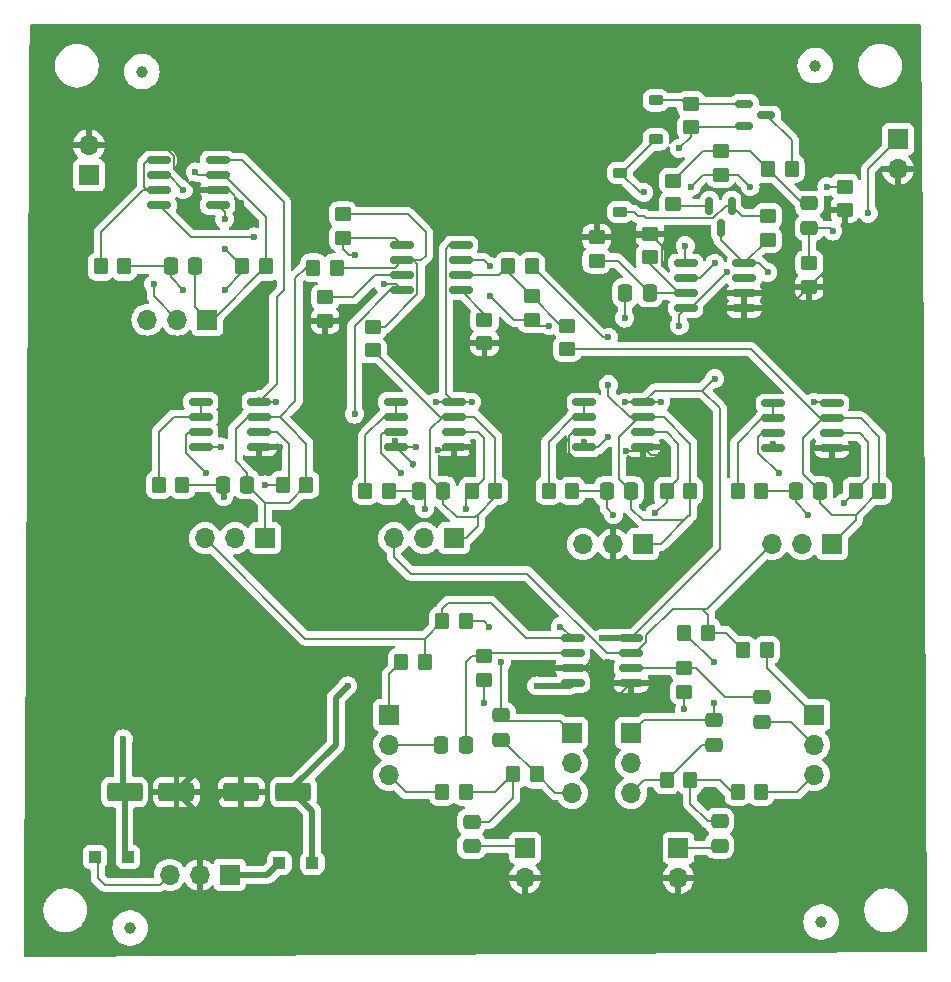
<source format=gbr>
%TF.GenerationSoftware,KiCad,Pcbnew,8.0.5*%
%TF.CreationDate,2024-11-23T13:55:34+01:00*%
%TF.ProjectId,mesa_mezclas,6d657361-5f6d-4657-9a63-6c61732e6b69,rev?*%
%TF.SameCoordinates,Original*%
%TF.FileFunction,Copper,L1,Top*%
%TF.FilePolarity,Positive*%
%FSLAX46Y46*%
G04 Gerber Fmt 4.6, Leading zero omitted, Abs format (unit mm)*
G04 Created by KiCad (PCBNEW 8.0.5) date 2024-11-23 13:55:34*
%MOMM*%
%LPD*%
G01*
G04 APERTURE LIST*
G04 Aperture macros list*
%AMRoundRect*
0 Rectangle with rounded corners*
0 $1 Rounding radius*
0 $2 $3 $4 $5 $6 $7 $8 $9 X,Y pos of 4 corners*
0 Add a 4 corners polygon primitive as box body*
4,1,4,$2,$3,$4,$5,$6,$7,$8,$9,$2,$3,0*
0 Add four circle primitives for the rounded corners*
1,1,$1+$1,$2,$3*
1,1,$1+$1,$4,$5*
1,1,$1+$1,$6,$7*
1,1,$1+$1,$8,$9*
0 Add four rect primitives between the rounded corners*
20,1,$1+$1,$2,$3,$4,$5,0*
20,1,$1+$1,$4,$5,$6,$7,0*
20,1,$1+$1,$6,$7,$8,$9,0*
20,1,$1+$1,$8,$9,$2,$3,0*%
G04 Aperture macros list end*
%TA.AperFunction,SMDPad,CuDef*%
%ADD10C,1.000000*%
%TD*%
%TA.AperFunction,SMDPad,CuDef*%
%ADD11RoundRect,0.250000X-0.350000X-0.450000X0.350000X-0.450000X0.350000X0.450000X-0.350000X0.450000X0*%
%TD*%
%TA.AperFunction,SMDPad,CuDef*%
%ADD12RoundRect,0.250000X0.450000X-0.350000X0.450000X0.350000X-0.450000X0.350000X-0.450000X-0.350000X0*%
%TD*%
%TA.AperFunction,ComponentPad*%
%ADD13R,1.700000X1.700000*%
%TD*%
%TA.AperFunction,ComponentPad*%
%ADD14O,1.700000X1.700000*%
%TD*%
%TA.AperFunction,SMDPad,CuDef*%
%ADD15RoundRect,0.225000X-0.375000X0.225000X-0.375000X-0.225000X0.375000X-0.225000X0.375000X0.225000X0*%
%TD*%
%TA.AperFunction,SMDPad,CuDef*%
%ADD16RoundRect,0.250000X0.350000X0.450000X-0.350000X0.450000X-0.350000X-0.450000X0.350000X-0.450000X0*%
%TD*%
%TA.AperFunction,SMDPad,CuDef*%
%ADD17RoundRect,0.250000X0.475000X-0.337500X0.475000X0.337500X-0.475000X0.337500X-0.475000X-0.337500X0*%
%TD*%
%TA.AperFunction,SMDPad,CuDef*%
%ADD18RoundRect,0.150000X-0.825000X-0.150000X0.825000X-0.150000X0.825000X0.150000X-0.825000X0.150000X0*%
%TD*%
%TA.AperFunction,SMDPad,CuDef*%
%ADD19RoundRect,0.250000X-0.475000X0.337500X-0.475000X-0.337500X0.475000X-0.337500X0.475000X0.337500X0*%
%TD*%
%TA.AperFunction,SMDPad,CuDef*%
%ADD20RoundRect,0.150000X-0.587500X-0.150000X0.587500X-0.150000X0.587500X0.150000X-0.587500X0.150000X0*%
%TD*%
%TA.AperFunction,SMDPad,CuDef*%
%ADD21RoundRect,0.250000X-0.450000X0.350000X-0.450000X-0.350000X0.450000X-0.350000X0.450000X0.350000X0*%
%TD*%
%TA.AperFunction,SMDPad,CuDef*%
%ADD22RoundRect,0.250000X-0.337500X-0.475000X0.337500X-0.475000X0.337500X0.475000X-0.337500X0.475000X0*%
%TD*%
%TA.AperFunction,SMDPad,CuDef*%
%ADD23RoundRect,0.250000X-0.300000X-0.300000X0.300000X-0.300000X0.300000X0.300000X-0.300000X0.300000X0*%
%TD*%
%TA.AperFunction,SMDPad,CuDef*%
%ADD24RoundRect,0.150000X-0.150000X0.587500X-0.150000X-0.587500X0.150000X-0.587500X0.150000X0.587500X0*%
%TD*%
%TA.AperFunction,SMDPad,CuDef*%
%ADD25RoundRect,0.250000X0.300000X0.300000X-0.300000X0.300000X-0.300000X-0.300000X0.300000X-0.300000X0*%
%TD*%
%TA.AperFunction,SMDPad,CuDef*%
%ADD26RoundRect,0.250000X-1.250000X-0.550000X1.250000X-0.550000X1.250000X0.550000X-1.250000X0.550000X0*%
%TD*%
%TA.AperFunction,ViaPad*%
%ADD27C,0.600000*%
%TD*%
%TA.AperFunction,Conductor*%
%ADD28C,0.200000*%
%TD*%
%TA.AperFunction,Conductor*%
%ADD29C,0.500000*%
%TD*%
G04 APERTURE END LIST*
D10*
%TO.P,REF\u002A\u002A,*%
%TO.N,*%
X153500000Y-95500000D03*
%TD*%
%TO.P,REF\u002A\u002A,*%
%TO.N,*%
X96500000Y-96000000D03*
%TD*%
%TO.P,REF\u002A\u002A,*%
%TO.N,*%
X154000000Y-168000000D03*
%TD*%
%TO.P,REF\u002A\u002A,*%
%TO.N,*%
X95500000Y-168500000D03*
%TD*%
D11*
%TO.P,R19,1*%
%TO.N,Net-(U8A--)*%
X130925000Y-131500000D03*
%TO.P,R19,2*%
%TO.N,Net-(U8B--)*%
X132925000Y-131500000D03*
%TD*%
D12*
%TO.P,R26,1*%
%TO.N,/BALANCE_dj/SALIDA_dj_sin_amplificar*%
X129500000Y-117000000D03*
%TO.P,R26,2*%
%TO.N,Net-(U7B--)*%
X129500000Y-115000000D03*
%TD*%
%TO.P,R3,1*%
%TO.N,Net-(R3-Pad1)*%
X125425000Y-147500000D03*
%TO.P,R3,2*%
%TO.N,Net-(U2A--)*%
X125425000Y-145500000D03*
%TD*%
D13*
%TO.P,J5,1,Pin_1*%
%TO.N,Net-(J5-Pin_1)*%
X141925000Y-161725000D03*
D14*
%TO.P,J5,2,Pin_2*%
%TO.N,GND*%
X141925000Y-164265000D03*
%TD*%
D15*
%TO.P,D1,1,K*%
%TO.N,Net-(D1-K)*%
X137000000Y-104580000D03*
%TO.P,D1,2,A*%
%TO.N,Net-(D1-A)*%
X137000000Y-107880000D03*
%TD*%
D16*
%TO.P,R16,1*%
%TO.N,Net-(U7A--)*%
X113025000Y-112595000D03*
%TO.P,R16,2*%
%TO.N,Net-(C7-Pad2)*%
X111025000Y-112595000D03*
%TD*%
%TO.P,R5,1*%
%TO.N,Net-(C2-Pad2)*%
X123925000Y-142500000D03*
%TO.P,R5,2*%
%TO.N,/BALANCE_dj/ENTRADA_dj_ch1*%
X121925000Y-142500000D03*
%TD*%
D12*
%TO.P,R23,1*%
%TO.N,Net-(C10-Pad2)*%
X132500000Y-119500000D03*
%TO.P,R23,2*%
%TO.N,Net-(U7B--)*%
X132500000Y-117500000D03*
%TD*%
D13*
%TO.P,RV5,1,1*%
%TO.N,Net-(C7-Pad2)*%
X106925000Y-135500000D03*
D14*
%TO.P,RV5,2,2*%
%TO.N,Net-(U3A-+)*%
X104385000Y-135500000D03*
%TO.P,RV5,3,3*%
%TO.N,/BALANCE_dj/ENTRADA_dj_ch1*%
X101845000Y-135500000D03*
%TD*%
D17*
%TO.P,C2,1*%
%TO.N,Net-(C2-Pad1)*%
X126925000Y-152575000D03*
%TO.P,C2,2*%
%TO.N,Net-(C2-Pad2)*%
X126925000Y-150500000D03*
%TD*%
D11*
%TO.P,R24,1*%
%TO.N,Net-(U7B--)*%
X127500000Y-112500000D03*
%TO.P,R24,2*%
%TO.N,Net-(C9-Pad2)*%
X129500000Y-112500000D03*
%TD*%
D12*
%TO.P,R8,1*%
%TO.N,Net-(R8-Pad1)*%
X142425000Y-148500000D03*
%TO.P,R8,2*%
%TO.N,Net-(U2B--)*%
X142425000Y-146500000D03*
%TD*%
D13*
%TO.P,J8,1,Pin_1*%
%TO.N,Net-(J8-Pin_1)*%
X103925000Y-164000000D03*
D14*
%TO.P,J8,2,Pin_2*%
%TO.N,GND*%
X101385000Y-164000000D03*
%TO.P,J8,3,Pin_3*%
%TO.N,Net-(J8-Pin_3)*%
X98845000Y-164000000D03*
%TD*%
%TO.P,J3,2,Pin_2*%
%TO.N,GND*%
X160500000Y-104265000D03*
D13*
%TO.P,J3,1,Pin_1*%
%TO.N,/amplificador_auriculares/salida_amplificador_auriculares*%
X160500000Y-101725000D03*
%TD*%
D18*
%TO.P,U8,1*%
%TO.N,Net-(U8A--)*%
X133950000Y-124000000D03*
%TO.P,U8,2,-*%
X133950000Y-125270000D03*
%TO.P,U8,3,+*%
%TO.N,GND*%
X133950000Y-126540000D03*
%TO.P,U8,4,V-*%
%TO.N,-VCC*%
X133950000Y-127810000D03*
%TO.P,U8,5,+*%
%TO.N,GND*%
X138900000Y-127810000D03*
%TO.P,U8,6,-*%
%TO.N,Net-(U8B--)*%
X138900000Y-126540000D03*
%TO.P,U8,7*%
%TO.N,Net-(C9-Pad2)*%
X138900000Y-125270000D03*
%TO.P,U8,8,V+*%
%TO.N,VCC*%
X138900000Y-124000000D03*
%TD*%
D19*
%TO.P,C12,1*%
%TO.N,Net-(C12-Pad1)*%
X153000000Y-107155000D03*
%TO.P,C12,2*%
%TO.N,/amplificador_auriculares/salida_amplificador_auriculares*%
X153000000Y-109230000D03*
%TD*%
D12*
%TO.P,R32,1*%
%TO.N,Net-(Q2-E)*%
X141500000Y-107230000D03*
%TO.P,R32,2*%
%TO.N,Net-(C12-Pad1)*%
X141500000Y-105230000D03*
%TD*%
D18*
%TO.P,U9,1*%
%TO.N,Net-(U9A--)*%
X149950000Y-124095000D03*
%TO.P,U9,2,-*%
X149950000Y-125365000D03*
%TO.P,U9,3,+*%
%TO.N,Net-(U9A-+)*%
X149950000Y-126635000D03*
%TO.P,U9,4,V-*%
%TO.N,-VCC*%
X149950000Y-127905000D03*
%TO.P,U9,5,+*%
%TO.N,GND*%
X154900000Y-127905000D03*
%TO.P,U9,6,-*%
%TO.N,Net-(U9B--)*%
X154900000Y-126635000D03*
%TO.P,U9,7*%
%TO.N,Net-(C10-Pad2)*%
X154900000Y-125365000D03*
%TO.P,U9,8,V+*%
%TO.N,VCC*%
X154900000Y-124095000D03*
%TD*%
D13*
%TO.P,RV7,1,1*%
%TO.N,Net-(C9-Pad2)*%
X138925000Y-136000000D03*
D14*
%TO.P,RV7,2,2*%
%TO.N,GND*%
X136385000Y-136000000D03*
%TO.P,RV7,3,3*%
%TO.N,/BALANCE_dj/ENTRADA_dj_ch1*%
X133845000Y-136000000D03*
%TD*%
D11*
%TO.P,R13,1*%
%TO.N,Net-(U4A--)*%
X115425000Y-131500000D03*
%TO.P,R13,2*%
%TO.N,Net-(U4B--)*%
X117425000Y-131500000D03*
%TD*%
D18*
%TO.P,U4,1*%
%TO.N,Net-(U4A--)*%
X117975000Y-123960000D03*
%TO.P,U4,2,-*%
X117975000Y-125230000D03*
%TO.P,U4,3,+*%
%TO.N,Net-(U4A-+)*%
X117975000Y-126500000D03*
%TO.P,U4,4,V-*%
%TO.N,-VCC*%
X117975000Y-127770000D03*
%TO.P,U4,5,+*%
%TO.N,GND*%
X122925000Y-127770000D03*
%TO.P,U4,6,-*%
%TO.N,Net-(U4B--)*%
X122925000Y-126500000D03*
%TO.P,U4,7*%
%TO.N,Net-(C8-Pad2)*%
X122925000Y-125230000D03*
%TO.P,U4,8,V+*%
%TO.N,VCC*%
X122925000Y-123960000D03*
%TD*%
D20*
%TO.P,Q1,1,B*%
%TO.N,Net-(D2-K)*%
X147500000Y-98730000D03*
%TO.P,Q1,2,E*%
%TO.N,-VCC*%
X147500000Y-100630000D03*
%TO.P,Q1,3,C*%
%TO.N,Net-(Q1-C)*%
X149375000Y-99680000D03*
%TD*%
D11*
%TO.P,R7,1*%
%TO.N,Net-(C4-Pad2)*%
X146925000Y-157000000D03*
%TO.P,R7,2*%
%TO.N,Net-(R7-Pad2)*%
X148925000Y-157000000D03*
%TD*%
%TO.P,R20,1*%
%TO.N,Net-(U8B--)*%
X140925000Y-131500000D03*
%TO.P,R20,2*%
%TO.N,Net-(C9-Pad2)*%
X142925000Y-131500000D03*
%TD*%
D17*
%TO.P,C6,1*%
%TO.N,Net-(C6-Pad1)*%
X148962500Y-151037500D03*
%TO.P,C6,2*%
%TO.N,Net-(U2B--)*%
X148962500Y-148962500D03*
%TD*%
D18*
%TO.P,U5,1*%
%TO.N,Net-(U5A-+)*%
X97962500Y-103500000D03*
%TO.P,U5,2,-*%
%TO.N,Net-(U5A--)*%
X97962500Y-104770000D03*
%TO.P,U5,3,+*%
%TO.N,Net-(U5A-+)*%
X97962500Y-106040000D03*
%TO.P,U5,4,V-*%
%TO.N,-VCC*%
X97962500Y-107310000D03*
%TO.P,U5,5,+*%
%TO.N,Net-(U5B-+)*%
X102912500Y-107310000D03*
%TO.P,U5,6,-*%
%TO.N,GND*%
X102912500Y-106040000D03*
%TO.P,U5,7*%
%TO.N,Net-(J1-Pin_1)*%
X102912500Y-104770000D03*
%TO.P,U5,8,V+*%
%TO.N,VCC*%
X102912500Y-103500000D03*
%TD*%
D13*
%TO.P,RV2,1,1*%
%TO.N,Net-(R4-Pad1)*%
X117425000Y-150460000D03*
D14*
%TO.P,RV2,2,2*%
%TO.N,Net-(C3-Pad1)*%
X117425000Y-153000000D03*
%TO.P,RV2,3,3*%
%TO.N,Net-(R2-Pad2)*%
X117425000Y-155540000D03*
%TD*%
D13*
%TO.P,RV1,1,1*%
%TO.N,Net-(C2-Pad2)*%
X132925000Y-152000000D03*
D14*
%TO.P,RV1,2,2*%
%TO.N,Net-(R3-Pad1)*%
X132925000Y-154540000D03*
%TO.P,RV1,3,3*%
%TO.N,Net-(C2-Pad1)*%
X132925000Y-157080000D03*
%TD*%
D13*
%TO.P,J2,1,Pin_1*%
%TO.N,Net-(J2-Pin_1)*%
X128925000Y-161725000D03*
D14*
%TO.P,J2,2,Pin_2*%
%TO.N,GND*%
X128925000Y-164265000D03*
%TD*%
D12*
%TO.P,R30,1*%
%TO.N,VCC*%
X149500000Y-110230000D03*
%TO.P,R30,2*%
%TO.N,Net-(D1-A)*%
X149500000Y-108230000D03*
%TD*%
D16*
%TO.P,R6,1*%
%TO.N,Net-(C4-Pad2)*%
X142925000Y-156000000D03*
%TO.P,R6,2*%
%TO.N,Net-(C5-Pad1)*%
X140925000Y-156000000D03*
%TD*%
D21*
%TO.P,R17,1*%
%TO.N,Net-(U7A-+)*%
X112025000Y-115095000D03*
%TO.P,R17,2*%
%TO.N,GND*%
X112025000Y-117095000D03*
%TD*%
D17*
%TO.P,C4,1*%
%TO.N,Net-(J5-Pin_1)*%
X145425000Y-161537500D03*
%TO.P,C4,2*%
%TO.N,Net-(C4-Pad2)*%
X145425000Y-159462500D03*
%TD*%
D18*
%TO.P,U3,1*%
%TO.N,Net-(U3A--)*%
X101475000Y-123960000D03*
%TO.P,U3,2,-*%
X101475000Y-125230000D03*
%TO.P,U3,3,+*%
%TO.N,Net-(U3A-+)*%
X101475000Y-126500000D03*
%TO.P,U3,4,V-*%
%TO.N,-VCC*%
X101475000Y-127770000D03*
%TO.P,U3,5,+*%
%TO.N,GND*%
X106425000Y-127770000D03*
%TO.P,U3,6,-*%
%TO.N,Net-(U3B--)*%
X106425000Y-126500000D03*
%TO.P,U3,7*%
%TO.N,Net-(C7-Pad2)*%
X106425000Y-125230000D03*
%TO.P,U3,8,V+*%
%TO.N,VCC*%
X106425000Y-123960000D03*
%TD*%
%TO.P,U1,1*%
%TO.N,Net-(D1-K)*%
X142550000Y-112230000D03*
%TO.P,U1,2,-*%
%TO.N,Net-(U1A--)*%
X142550000Y-113500000D03*
%TO.P,U1,3,+*%
%TO.N,Net-(U1A-+)*%
X142550000Y-114770000D03*
%TO.P,U1,4,V-*%
%TO.N,-VCC*%
X142550000Y-116040000D03*
%TO.P,U1,5,+*%
%TO.N,GND*%
X147500000Y-116040000D03*
%TO.P,U1,6,-*%
X147500000Y-114770000D03*
%TO.P,U1,7*%
%TO.N,unconnected-(U1-Pad7)*%
X147500000Y-113500000D03*
%TO.P,U1,8,V+*%
%TO.N,VCC*%
X147500000Y-112230000D03*
%TD*%
D12*
%TO.P,R15,1*%
%TO.N,Net-(C8-Pad2)*%
X116025000Y-119595000D03*
%TO.P,R15,2*%
%TO.N,Net-(U7A--)*%
X116025000Y-117595000D03*
%TD*%
D11*
%TO.P,R22,1*%
%TO.N,Net-(U9B--)*%
X156925000Y-131500000D03*
%TO.P,R22,2*%
%TO.N,Net-(C10-Pad2)*%
X158925000Y-131500000D03*
%TD*%
D13*
%TO.P,RV8,1,1*%
%TO.N,Net-(C10-Pad2)*%
X154925000Y-136000000D03*
D14*
%TO.P,RV8,2,2*%
%TO.N,Net-(U9A-+)*%
X152385000Y-136000000D03*
%TO.P,RV8,3,3*%
%TO.N,/BALANCE_dj/ENTRADA_dj_ch2*%
X149845000Y-136000000D03*
%TD*%
D21*
%TO.P,R25,1*%
%TO.N,Net-(U7B-+)*%
X125500000Y-117000000D03*
%TO.P,R25,2*%
%TO.N,GND*%
X125500000Y-119000000D03*
%TD*%
D12*
%TO.P,R27,1*%
%TO.N,Net-(U1A--)*%
X145500000Y-104730000D03*
%TO.P,R27,2*%
%TO.N,Net-(C12-Pad1)*%
X145500000Y-102730000D03*
%TD*%
D18*
%TO.P,U2,1*%
%TO.N,/BALANCE_dj/ENTRADA_dj_ch1*%
X132975000Y-143960000D03*
%TO.P,U2,2,-*%
%TO.N,Net-(U2A--)*%
X132975000Y-145230000D03*
%TO.P,U2,3,+*%
%TO.N,GND*%
X132975000Y-146500000D03*
%TO.P,U2,4,V-*%
%TO.N,-VCC*%
X132975000Y-147770000D03*
%TO.P,U2,5,+*%
%TO.N,GND*%
X137925000Y-147770000D03*
%TO.P,U2,6,-*%
%TO.N,Net-(U2B--)*%
X137925000Y-146500000D03*
%TO.P,U2,7*%
%TO.N,/BALANCE_dj/ENTRADA_dj_ch2*%
X137925000Y-145230000D03*
%TO.P,U2,8,V+*%
%TO.N,VCC*%
X137925000Y-143960000D03*
%TD*%
D11*
%TO.P,R33,1*%
%TO.N,Net-(C12-Pad1)*%
X149500000Y-104230000D03*
%TO.P,R33,2*%
%TO.N,Net-(Q1-C)*%
X151500000Y-104230000D03*
%TD*%
D17*
%TO.P,C5,1*%
%TO.N,Net-(C5-Pad1)*%
X144925000Y-153000000D03*
%TO.P,C5,2*%
%TO.N,Net-(C5-Pad2)*%
X144925000Y-150925000D03*
%TD*%
D11*
%TO.P,R14,1*%
%TO.N,Net-(U4B--)*%
X124425000Y-131500000D03*
%TO.P,R14,2*%
%TO.N,Net-(C8-Pad2)*%
X126425000Y-131500000D03*
%TD*%
D22*
%TO.P,C10,1*%
%TO.N,Net-(U9B--)*%
X151850000Y-131500000D03*
%TO.P,C10,2*%
%TO.N,Net-(C10-Pad2)*%
X153925000Y-131500000D03*
%TD*%
D17*
%TO.P,C1,1*%
%TO.N,Net-(J2-Pin_1)*%
X124425000Y-161575000D03*
%TO.P,C1,2*%
%TO.N,Net-(C1-Pad2)*%
X124425000Y-159500000D03*
%TD*%
D11*
%TO.P,R12,1*%
%TO.N,Net-(U3B--)*%
X108425000Y-131000000D03*
%TO.P,R12,2*%
%TO.N,Net-(C7-Pad2)*%
X110425000Y-131000000D03*
%TD*%
D13*
%TO.P,RV9,1,1*%
%TO.N,Net-(J1-Pin_1)*%
X102040000Y-117000000D03*
D14*
%TO.P,RV9,2,2*%
%TO.N,Net-(U5A--)*%
X99500000Y-117000000D03*
%TO.P,RV9,3,3*%
%TO.N,/BALANCE_publico/SALIDA_PUBLICO*%
X96960000Y-117000000D03*
%TD*%
D23*
%TO.P,U13,1*%
%TO.N,Net-(J8-Pin_1)*%
X108125000Y-163000000D03*
%TO.P,U13,2*%
%TO.N,-VCC*%
X110925000Y-163000000D03*
%TD*%
D13*
%TO.P,RV6,1,1*%
%TO.N,Net-(C8-Pad2)*%
X122925000Y-135500000D03*
D14*
%TO.P,RV6,2,2*%
%TO.N,Net-(U4A-+)*%
X120385000Y-135500000D03*
%TO.P,RV6,3,3*%
%TO.N,/BALANCE_dj/ENTRADA_dj_ch2*%
X117845000Y-135500000D03*
%TD*%
D21*
%TO.P,R29,1*%
%TO.N,Net-(U1A--)*%
X156000000Y-105730000D03*
%TO.P,R29,2*%
%TO.N,GND*%
X156000000Y-107730000D03*
%TD*%
D13*
%TO.P,J1,1,Pin_1*%
%TO.N,Net-(J1-Pin_1)*%
X92000000Y-104775000D03*
D14*
%TO.P,J1,2,Pin_2*%
%TO.N,GND*%
X92000000Y-102235000D03*
%TD*%
D24*
%TO.P,Q2,1,B*%
%TO.N,Net-(D1-A)*%
X146450000Y-107355000D03*
%TO.P,Q2,2,E*%
%TO.N,Net-(Q2-E)*%
X144550000Y-107355000D03*
%TO.P,Q2,3,C*%
%TO.N,VCC*%
X145500000Y-109230000D03*
%TD*%
D21*
%TO.P,R31,1*%
%TO.N,Net-(D2-K)*%
X143000000Y-98730000D03*
%TO.P,R31,2*%
%TO.N,-VCC*%
X143000000Y-100730000D03*
%TD*%
D13*
%TO.P,RV4,1,1*%
%TO.N,Net-(R10-Pad1)*%
X153425000Y-150460000D03*
D14*
%TO.P,RV4,2,2*%
%TO.N,Net-(C6-Pad1)*%
X153425000Y-153000000D03*
%TO.P,RV4,3,3*%
%TO.N,Net-(R7-Pad2)*%
X153425000Y-155540000D03*
%TD*%
D11*
%TO.P,R9,1*%
%TO.N,Net-(C5-Pad2)*%
X142425000Y-143500000D03*
%TO.P,R9,2*%
%TO.N,/BALANCE_dj/ENTRADA_dj_ch2*%
X144425000Y-143500000D03*
%TD*%
D22*
%TO.P,C9,1*%
%TO.N,Net-(U8B--)*%
X135850000Y-131500000D03*
%TO.P,C9,2*%
%TO.N,Net-(C9-Pad2)*%
X137925000Y-131500000D03*
%TD*%
%TO.P,C8,1*%
%TO.N,Net-(U4B--)*%
X119925000Y-131500000D03*
%TO.P,C8,2*%
%TO.N,Net-(C8-Pad2)*%
X122000000Y-131500000D03*
%TD*%
%TO.P,C7,1*%
%TO.N,Net-(U3B--)*%
X103350000Y-131000000D03*
%TO.P,C7,2*%
%TO.N,Net-(C7-Pad2)*%
X105425000Y-131000000D03*
%TD*%
D12*
%TO.P,R18,1*%
%TO.N,/BALANCE_publico/SALIDA_PUBLICO*%
X113525000Y-110095000D03*
%TO.P,R18,2*%
%TO.N,Net-(U7A--)*%
X113525000Y-108095000D03*
%TD*%
D22*
%TO.P,C3,1*%
%TO.N,Net-(C3-Pad1)*%
X121850000Y-153000000D03*
%TO.P,C3,2*%
%TO.N,Net-(U2A--)*%
X123925000Y-153000000D03*
%TD*%
D13*
%TO.P,RV3,1,1*%
%TO.N,Net-(C5-Pad2)*%
X137925000Y-152000000D03*
D14*
%TO.P,RV3,2,2*%
%TO.N,Net-(R8-Pad1)*%
X137925000Y-154540000D03*
%TO.P,RV3,3,3*%
%TO.N,Net-(C5-Pad1)*%
X137925000Y-157080000D03*
%TD*%
D11*
%TO.P,R35,1*%
%TO.N,Net-(U5A-+)*%
X93000000Y-112500000D03*
%TO.P,R35,2*%
%TO.N,Net-(U5B-+)*%
X95000000Y-112500000D03*
%TD*%
D15*
%TO.P,D2,1,K*%
%TO.N,Net-(D2-K)*%
X140000000Y-98430000D03*
%TO.P,D2,2,A*%
%TO.N,Net-(D1-K)*%
X140000000Y-101730000D03*
%TD*%
D12*
%TO.P,R28,1*%
%TO.N,Net-(U1A-+)*%
X135000000Y-112000000D03*
%TO.P,R28,2*%
%TO.N,GND*%
X135000000Y-110000000D03*
%TD*%
D11*
%TO.P,R36,1*%
%TO.N,Net-(U5B-+)*%
X105000000Y-112500000D03*
%TO.P,R36,2*%
%TO.N,Net-(J1-Pin_1)*%
X107000000Y-112500000D03*
%TD*%
D16*
%TO.P,R10,1*%
%TO.N,Net-(R10-Pad1)*%
X149425000Y-145000000D03*
%TO.P,R10,2*%
%TO.N,/BALANCE_dj/ENTRADA_dj_ch2*%
X147425000Y-145000000D03*
%TD*%
D11*
%TO.P,R1,1*%
%TO.N,Net-(C1-Pad2)*%
X127925000Y-155500000D03*
%TO.P,R1,2*%
%TO.N,Net-(C2-Pad1)*%
X129925000Y-155500000D03*
%TD*%
%TO.P,R11,1*%
%TO.N,Net-(U3A--)*%
X97925000Y-131000000D03*
%TO.P,R11,2*%
%TO.N,Net-(U3B--)*%
X99925000Y-131000000D03*
%TD*%
%TO.P,R4,1*%
%TO.N,Net-(R4-Pad1)*%
X118425000Y-146000000D03*
%TO.P,R4,2*%
%TO.N,/BALANCE_dj/ENTRADA_dj_ch1*%
X120425000Y-146000000D03*
%TD*%
D25*
%TO.P,U12,1*%
%TO.N,VCC*%
X95325000Y-162500000D03*
%TO.P,U12,2*%
%TO.N,Net-(J8-Pin_3)*%
X92525000Y-162500000D03*
%TD*%
D22*
%TO.P,C13,1*%
%TO.N,Net-(U5B-+)*%
X98925000Y-112500000D03*
%TO.P,C13,2*%
%TO.N,Net-(J1-Pin_1)*%
X101000000Y-112500000D03*
%TD*%
D11*
%TO.P,R21,1*%
%TO.N,Net-(U9A--)*%
X146925000Y-131500000D03*
%TO.P,R21,2*%
%TO.N,Net-(U9B--)*%
X148925000Y-131500000D03*
%TD*%
D26*
%TO.P,C29,1*%
%TO.N,VCC*%
X95025000Y-157000000D03*
%TO.P,C29,2*%
%TO.N,GND*%
X99425000Y-157000000D03*
%TD*%
%TO.P,C30,1*%
%TO.N,GND*%
X104925000Y-157000000D03*
%TO.P,C30,2*%
%TO.N,-VCC*%
X109325000Y-157000000D03*
%TD*%
D12*
%TO.P,R28,1*%
%TO.N,Net-(U1A-+)*%
X139500000Y-111730000D03*
%TO.P,R28,2*%
%TO.N,GND*%
X139500000Y-109730000D03*
%TD*%
D16*
%TO.P,R2,1*%
%TO.N,Net-(C1-Pad2)*%
X123925000Y-157000000D03*
%TO.P,R2,2*%
%TO.N,Net-(R2-Pad2)*%
X121925000Y-157000000D03*
%TD*%
D18*
%TO.P,U7,1*%
%TO.N,/BALANCE_publico/SALIDA_PUBLICO*%
X118550000Y-110690000D03*
%TO.P,U7,2,-*%
%TO.N,Net-(U7A--)*%
X118550000Y-111960000D03*
%TO.P,U7,3,+*%
%TO.N,Net-(U7A-+)*%
X118550000Y-113230000D03*
%TO.P,U7,4,V-*%
%TO.N,-VCC*%
X118550000Y-114500000D03*
%TO.P,U7,5,+*%
%TO.N,Net-(U7B-+)*%
X123500000Y-114500000D03*
%TO.P,U7,6,-*%
%TO.N,Net-(U7B--)*%
X123500000Y-113230000D03*
%TO.P,U7,7*%
%TO.N,/BALANCE_dj/SALIDA_dj_sin_amplificar*%
X123500000Y-111960000D03*
%TO.P,U7,8,V+*%
%TO.N,VCC*%
X123500000Y-110690000D03*
%TD*%
D21*
%TO.P,R34,1*%
%TO.N,/amplificador_auriculares/salida_amplificador_auriculares*%
X153000000Y-112230000D03*
%TO.P,R34,2*%
%TO.N,GND*%
X153000000Y-114230000D03*
%TD*%
D22*
%TO.P,C11,1*%
%TO.N,/BALANCE_dj/SALIDA_dj_sin_amplificar*%
X137425000Y-114730000D03*
%TO.P,C11,2*%
%TO.N,Net-(U1A-+)*%
X139500000Y-114730000D03*
%TD*%
D27*
%TO.N,Net-(C2-Pad2)*%
X125925000Y-143000000D03*
X126925000Y-146000000D03*
%TO.N,/BALANCE_dj/SALIDA_dj_sin_amplificar*%
X126000000Y-112500000D03*
X137365000Y-116865000D03*
X131000000Y-117500000D03*
X126000000Y-115000000D03*
%TO.N,/amplificador_auriculares/salida_amplificador_auriculares*%
X155000000Y-109500000D03*
%TO.N,GND*%
X152000000Y-117500000D03*
X134425000Y-130000000D03*
X113000000Y-127000000D03*
X124000000Y-119000000D03*
X138925000Y-129000000D03*
X154925000Y-128500000D03*
X140425000Y-128500000D03*
X135925000Y-146000000D03*
X110595000Y-117095000D03*
X121525000Y-128000000D03*
X104915735Y-107084265D03*
X124425000Y-128000000D03*
X140670345Y-112299695D03*
X114000000Y-116000000D03*
X108195000Y-127770000D03*
X137525000Y-128100000D03*
X101175000Y-155250000D03*
X146000000Y-114730000D03*
%TO.N,Net-(C5-Pad2)*%
X144925000Y-149500000D03*
X144925000Y-146000000D03*
%TO.N,Net-(U3A-+)*%
X101925000Y-130000000D03*
%TO.N,Net-(U3B--)*%
X103425000Y-132000000D03*
X106925000Y-131000000D03*
%TO.N,Net-(U4A-+)*%
X118425000Y-130000000D03*
%TO.N,Net-(U4B--)*%
X120425000Y-133000000D03*
X123925000Y-133000000D03*
%TO.N,Net-(C9-Pad2)*%
X136000000Y-122500000D03*
X136000000Y-118500000D03*
%TO.N,Net-(U9A-+)*%
X150425000Y-130000000D03*
%TO.N,Net-(U8B--)*%
X139925000Y-133400000D03*
X136425000Y-133500000D03*
%TO.N,Net-(U9B--)*%
X155925000Y-132500000D03*
X152925000Y-133500000D03*
%TO.N,/BALANCE_dj/ENTRADA_dj_ch1*%
X131925000Y-143000000D03*
%TO.N,-VCC*%
X129925000Y-148000000D03*
X113925000Y-148000000D03*
X103195000Y-127770000D03*
X149925000Y-127500000D03*
X114500000Y-125000000D03*
X133925000Y-127340000D03*
X117925000Y-127300000D03*
X119695000Y-127770000D03*
X135962500Y-126962500D03*
X117000000Y-114000000D03*
X142000000Y-102500000D03*
X146000000Y-113000000D03*
X142000000Y-117500000D03*
X119425000Y-129220000D03*
X106000000Y-110000000D03*
%TO.N,VCC*%
X107885000Y-123960000D03*
X149500000Y-113000000D03*
X145000000Y-122000000D03*
X121425000Y-124000000D03*
X153425000Y-124000000D03*
X94925000Y-152500000D03*
X137425000Y-124000000D03*
X124425000Y-124000000D03*
X140425000Y-124000000D03*
X135452041Y-143972959D03*
%TO.N,Net-(R3-Pad1)*%
X125425000Y-149500000D03*
%TO.N,Net-(U5B-+)*%
X103500000Y-111000000D03*
X103500000Y-108500000D03*
X103500000Y-114500000D03*
X100000000Y-114500000D03*
%TO.N,Net-(D1-K)*%
X142500000Y-110730000D03*
X139000000Y-106230000D03*
%TO.N,Net-(U5A--)*%
X100000000Y-106000000D03*
X97500000Y-114000000D03*
%TO.N,/BALANCE_publico/SALIDA_PUBLICO*%
X114500000Y-111500000D03*
%TO.N,Net-(J1-Pin_1)*%
X101000000Y-104500000D03*
%TO.N,Net-(R8-Pad1)*%
X142425000Y-150000000D03*
%TO.N,Net-(U1A--)*%
X145000000Y-112230000D03*
X148000000Y-105730000D03*
X154500000Y-105730000D03*
X143000000Y-105730000D03*
%TO.N,/amplificador_auriculares/salida_amplificador_auriculares*%
X158000000Y-108000000D03*
%TO.N,GND*%
X156905000Y-127905000D03*
%TD*%
D28*
%TO.N,/amplificador_auriculares/salida_amplificador_auriculares*%
X158000000Y-104225000D02*
X160500000Y-101725000D01*
X158000000Y-108000000D02*
X158000000Y-104225000D01*
%TO.N,GND*%
X160500000Y-106730000D02*
X160500000Y-104265000D01*
X156000000Y-111230000D02*
X160500000Y-106730000D01*
%TO.N,Net-(C5-Pad1)*%
X139005000Y-156000000D02*
X137925000Y-157080000D01*
X140925000Y-156000000D02*
X139005000Y-156000000D01*
X143925000Y-153000000D02*
X144925000Y-153000000D01*
X140925000Y-156000000D02*
X143925000Y-153000000D01*
D29*
%TO.N,VCC*%
X95025000Y-162200000D02*
X95325000Y-162500000D01*
X95025000Y-157000000D02*
X95025000Y-162200000D01*
D28*
%TO.N,Net-(J8-Pin_3)*%
X92752817Y-164252817D02*
X92752817Y-163050000D01*
X92752817Y-163050000D02*
X92913909Y-162888908D01*
X93350000Y-164850000D02*
X92752817Y-164252817D01*
X97995000Y-164850000D02*
X93350000Y-164850000D01*
X98845000Y-164000000D02*
X97995000Y-164850000D01*
%TO.N,Net-(C1-Pad2)*%
X123925000Y-157000000D02*
X126425000Y-157000000D01*
X126425000Y-157000000D02*
X127925000Y-155500000D01*
X125925000Y-159500000D02*
X126500000Y-158925000D01*
X124425000Y-159500000D02*
X125925000Y-159500000D01*
X127925000Y-157500000D02*
X127925000Y-155500000D01*
X126500000Y-158925000D02*
X127925000Y-157500000D01*
%TO.N,Net-(C2-Pad1)*%
X129925000Y-155500000D02*
X127500000Y-153075000D01*
X131505000Y-157080000D02*
X129925000Y-155500000D01*
X132925000Y-157080000D02*
X131505000Y-157080000D01*
X127500000Y-153075000D02*
X126425000Y-153075000D01*
%TO.N,Net-(C2-Pad2)*%
X125925000Y-143000000D02*
X125425000Y-142500000D01*
X132925000Y-152000000D02*
X131925000Y-151000000D01*
X126925000Y-150500000D02*
X126925000Y-146000000D01*
X131925000Y-151000000D02*
X126425000Y-151000000D01*
X125425000Y-142500000D02*
X123925000Y-142500000D01*
%TO.N,Net-(U2B--)*%
X145887500Y-148962500D02*
X143425000Y-146500000D01*
X148962500Y-148962500D02*
X145887500Y-148962500D01*
X137925000Y-146500000D02*
X142425000Y-146500000D01*
X143425000Y-146500000D02*
X142425000Y-146500000D01*
%TO.N,Net-(C3-Pad1)*%
X121850000Y-153000000D02*
X117425000Y-153000000D01*
%TO.N,Net-(U5A-+)*%
X96687500Y-103800001D02*
X96987501Y-103500000D01*
X93000000Y-112500000D02*
X93000000Y-109590001D01*
X96987501Y-103500000D02*
X97962500Y-103500000D01*
X97962500Y-106040000D02*
X96987501Y-106040000D01*
X96550001Y-106040000D02*
X97525000Y-106040000D01*
X96687500Y-105739999D02*
X96687500Y-103800001D01*
X96987501Y-106040000D02*
X96687500Y-105739999D01*
X93000000Y-109590001D02*
X96550001Y-106040000D01*
%TO.N,/BALANCE_dj/SALIDA_dj_sin_amplificar*%
X128000000Y-117000000D02*
X126000000Y-115000000D01*
X125460000Y-111960000D02*
X123500000Y-111960000D01*
X131000000Y-117500000D02*
X130000000Y-117500000D01*
X129500000Y-117000000D02*
X128000000Y-117000000D01*
X126000000Y-112500000D02*
X125460000Y-111960000D01*
X130000000Y-117500000D02*
X129500000Y-117000000D01*
X137425000Y-114730000D02*
X137425000Y-116805000D01*
%TO.N,/amplificador_auriculares/salida_amplificador_auriculares*%
X154730000Y-109230000D02*
X153000000Y-109230000D01*
X153000000Y-109230000D02*
X153000000Y-112230000D01*
X155000000Y-109500000D02*
X154730000Y-109230000D01*
%TO.N,GND*%
X154925000Y-128500000D02*
X154925000Y-127930000D01*
X135000000Y-110000000D02*
X139230000Y-110000000D01*
X138925000Y-129000000D02*
X138925000Y-127835000D01*
X135219999Y-147770000D02*
X137925000Y-147770000D01*
X140600650Y-112230000D02*
X140670345Y-112299695D01*
X139590000Y-128500000D02*
X140425000Y-128500000D01*
X134449999Y-146000000D02*
X135925000Y-146000000D01*
X125500000Y-119000000D02*
X124000000Y-119000000D01*
X137525000Y-128100000D02*
X138610000Y-128100000D01*
X151190000Y-116690000D02*
X151190000Y-116040000D01*
X112905000Y-117095000D02*
X112025000Y-117095000D01*
X112025000Y-126025000D02*
X113000000Y-127000000D01*
X133949999Y-146500000D02*
X135219999Y-147770000D01*
X103871470Y-106040000D02*
X102912500Y-106040000D01*
X110500000Y-117000000D02*
X110595000Y-117095000D01*
D29*
X101385000Y-164000000D02*
X101385000Y-158960000D01*
D28*
X138900000Y-127810000D02*
X139590000Y-128500000D01*
X135425000Y-150270000D02*
X137925000Y-147770000D01*
X135425000Y-164265000D02*
X128925000Y-164265000D01*
D29*
X99425000Y-157000000D02*
X101175000Y-155250000D01*
D28*
X132675000Y-126840001D02*
X132975001Y-126540000D01*
X132675000Y-128250000D02*
X132675000Y-126840001D01*
X112025000Y-117095000D02*
X110595000Y-117095000D01*
X156000000Y-107730000D02*
X156000000Y-111230000D01*
X146000000Y-114730000D02*
X147460000Y-114730000D01*
X141925000Y-164265000D02*
X135425000Y-164265000D01*
X138610000Y-128100000D02*
X138900000Y-127810000D01*
X134425000Y-130000000D02*
X132675000Y-128250000D01*
X124195000Y-127770000D02*
X124425000Y-128000000D01*
X99237500Y-104237500D02*
X99237500Y-103159448D01*
X114000000Y-116000000D02*
X112905000Y-117095000D01*
X147500000Y-116040000D02*
X147500000Y-114770000D01*
X140500000Y-110730000D02*
X140500000Y-112230000D01*
X152000000Y-117500000D02*
X151190000Y-116690000D01*
X138925000Y-127835000D02*
X138900000Y-127810000D01*
X122925000Y-127770000D02*
X124195000Y-127770000D01*
X147460000Y-114730000D02*
X147500000Y-114770000D01*
X157000000Y-128000000D02*
X156905000Y-127905000D01*
X132975000Y-146500000D02*
X133949999Y-146500000D01*
X101040000Y-106040000D02*
X99237500Y-104237500D01*
X139500000Y-109730000D02*
X140500000Y-110730000D01*
X112025000Y-117095000D02*
X112025000Y-126025000D01*
X102912500Y-106040000D02*
X101040000Y-106040000D01*
X98313052Y-102235000D02*
X92000000Y-102235000D01*
X139230000Y-110000000D02*
X139500000Y-109730000D01*
X154900000Y-127905000D02*
X156905000Y-127905000D01*
X156000000Y-111230000D02*
X153000000Y-114230000D01*
X133949999Y-146500000D02*
X134449999Y-146000000D01*
D29*
X103345000Y-157000000D02*
X104925000Y-157000000D01*
D28*
X104915735Y-107084265D02*
X103871470Y-106040000D01*
X140500000Y-112230000D02*
X140600650Y-112230000D01*
D29*
X101385000Y-158960000D02*
X103345000Y-157000000D01*
D28*
X135425000Y-164265000D02*
X135425000Y-150270000D01*
X132975001Y-126540000D02*
X133950000Y-126540000D01*
X106425000Y-127770000D02*
X108195000Y-127770000D01*
D29*
X101385000Y-158960000D02*
X99425000Y-157000000D01*
D28*
X99237500Y-103159448D02*
X98313052Y-102235000D01*
X122695000Y-128000000D02*
X122925000Y-127770000D01*
X121525000Y-128000000D02*
X122695000Y-128000000D01*
X154925000Y-127930000D02*
X154900000Y-127905000D01*
X153000000Y-114230000D02*
X151190000Y-116040000D01*
X151190000Y-116040000D02*
X147500000Y-116040000D01*
%TO.N,Net-(C7-Pad2)*%
X106425000Y-125230000D02*
X105450001Y-125230000D01*
X104425000Y-129000000D02*
X105425000Y-130000000D01*
X110425000Y-131000000D02*
X110425000Y-127500000D01*
X106925000Y-135500000D02*
X106925000Y-132500000D01*
X108925000Y-132500000D02*
X110425000Y-131000000D01*
X109500000Y-113500000D02*
X110405000Y-112595000D01*
X106925000Y-132500000D02*
X105425000Y-131000000D01*
X106925000Y-132500000D02*
X108925000Y-132500000D01*
X108155000Y-125230000D02*
X106425000Y-125230000D01*
X110405000Y-112595000D02*
X111025000Y-112595000D01*
X105450001Y-125230000D02*
X104425000Y-126255001D01*
X108155000Y-125230000D02*
X109500000Y-123885000D01*
X109500000Y-123885000D02*
X109500000Y-113500000D01*
X110425000Y-127500000D02*
X108962500Y-126037500D01*
X108962500Y-126037500D02*
X108155000Y-125230000D01*
X105425000Y-130000000D02*
X105425000Y-131000000D01*
X104425000Y-126255001D02*
X104425000Y-129000000D01*
%TO.N,Net-(C8-Pad2)*%
X124655000Y-125230000D02*
X126425000Y-127000000D01*
X124925000Y-133500000D02*
X126425000Y-132000000D01*
X122925000Y-125230000D02*
X121950001Y-125230000D01*
X122925000Y-125230000D02*
X121725000Y-125230000D01*
X124925000Y-134500000D02*
X124925000Y-133500000D01*
X124675000Y-133750000D02*
X123175000Y-133750000D01*
X121725000Y-125230000D02*
X116090000Y-119595000D01*
X120925000Y-126255001D02*
X120925000Y-130425000D01*
X126425000Y-127000000D02*
X126425000Y-131500000D01*
X122925000Y-135500000D02*
X123925000Y-135500000D01*
X116090000Y-119595000D02*
X116025000Y-119595000D01*
X124925000Y-133500000D02*
X124675000Y-133750000D01*
X122925000Y-125230000D02*
X124655000Y-125230000D01*
X120925000Y-130425000D02*
X122000000Y-131500000D01*
X122000000Y-132575000D02*
X122000000Y-131500000D01*
X121950001Y-125230000D02*
X120925000Y-126255001D01*
X123175000Y-133750000D02*
X122000000Y-132575000D01*
X126425000Y-132000000D02*
X126425000Y-131500000D01*
X123925000Y-135500000D02*
X124925000Y-134500000D01*
%TO.N,Net-(C4-Pad2)*%
X146425000Y-157000000D02*
X145425000Y-156000000D01*
X145425000Y-159462500D02*
X144387500Y-159462500D01*
X145425000Y-156000000D02*
X142925000Y-156000000D01*
X145425000Y-159462500D02*
X145425000Y-159000000D01*
X144387500Y-159462500D02*
X142925000Y-158000000D01*
X142925000Y-158000000D02*
X142925000Y-156000000D01*
X146925000Y-157000000D02*
X146425000Y-157000000D01*
%TO.N,Net-(U2A--)*%
X125695000Y-145230000D02*
X132975000Y-145230000D01*
X124425000Y-145500000D02*
X125425000Y-145500000D01*
X123925000Y-146000000D02*
X124425000Y-145500000D01*
X125425000Y-145500000D02*
X125695000Y-145230000D01*
X123925000Y-153000000D02*
X123925000Y-146000000D01*
%TO.N,Net-(C5-Pad2)*%
X144925000Y-149500000D02*
X144925000Y-150925000D01*
X142425000Y-143500000D02*
X144925000Y-146000000D01*
X139000000Y-150925000D02*
X137925000Y-152000000D01*
X144925000Y-150925000D02*
X139000000Y-150925000D01*
%TO.N,Net-(U3A-+)*%
X100200000Y-126800001D02*
X100500001Y-126500000D01*
X100500001Y-126500000D02*
X101475000Y-126500000D01*
X100200000Y-128275000D02*
X100200000Y-126800001D01*
X101925000Y-130000000D02*
X100200000Y-128275000D01*
%TO.N,Net-(C6-Pad1)*%
X148962500Y-151037500D02*
X151462500Y-151037500D01*
X151462500Y-151037500D02*
X153425000Y-153000000D01*
%TO.N,Net-(U3B--)*%
X108925000Y-130500000D02*
X108425000Y-131000000D01*
X103425000Y-132000000D02*
X103425000Y-131075000D01*
X103425000Y-131075000D02*
X103350000Y-131000000D01*
X99925000Y-131000000D02*
X103350000Y-131000000D01*
X108425000Y-131000000D02*
X106925000Y-131000000D01*
X106425000Y-126500000D02*
X107925000Y-126500000D01*
X107925000Y-126500000D02*
X108925000Y-127500000D01*
X108925000Y-127500000D02*
X108925000Y-130500000D01*
%TO.N,Net-(U4A-+)*%
X117000001Y-126500000D02*
X117975000Y-126500000D01*
X116700000Y-126800001D02*
X117000001Y-126500000D01*
X118425000Y-130000000D02*
X116700000Y-128275000D01*
X116700000Y-128275000D02*
X116700000Y-126800001D01*
%TO.N,Net-(U4B--)*%
X124425000Y-131500000D02*
X125425000Y-130500000D01*
X125425000Y-130500000D02*
X125425000Y-127000000D01*
X119925000Y-131500000D02*
X117425000Y-131500000D01*
X123925000Y-133000000D02*
X123925000Y-132000000D01*
X120425000Y-132000000D02*
X119925000Y-131500000D01*
X124925000Y-126500000D02*
X122925000Y-126500000D01*
X123925000Y-132000000D02*
X124425000Y-131500000D01*
X120425000Y-133000000D02*
X120425000Y-132000000D01*
X125425000Y-127000000D02*
X124925000Y-126500000D01*
%TO.N,Net-(C9-Pad2)*%
X142425000Y-134000000D02*
X142675000Y-133750000D01*
X138554448Y-125270000D02*
X136925000Y-126899448D01*
X136925000Y-130500000D02*
X137925000Y-131500000D01*
X136000000Y-122500000D02*
X136000000Y-123423529D01*
X142925000Y-133500000D02*
X142925000Y-131500000D01*
X138900000Y-125270000D02*
X140695000Y-125270000D01*
X138925000Y-134000000D02*
X142425000Y-134000000D01*
X142675000Y-133750000D02*
X142925000Y-133500000D01*
X129500000Y-112500000D02*
X135500000Y-118500000D01*
X140425000Y-136000000D02*
X138925000Y-136000000D01*
X137846471Y-125270000D02*
X138900000Y-125270000D01*
X140695000Y-125270000D02*
X142925000Y-127500000D01*
X137925000Y-131500000D02*
X137925000Y-133000000D01*
X137925000Y-133000000D02*
X138925000Y-134000000D01*
X142925000Y-127500000D02*
X142925000Y-131500000D01*
X136925000Y-126899448D02*
X136925000Y-130500000D01*
X138900000Y-125270000D02*
X138554448Y-125270000D01*
X142675000Y-133750000D02*
X140425000Y-136000000D01*
X136000000Y-123423529D02*
X137846471Y-125270000D01*
X135500000Y-118500000D02*
X136000000Y-118500000D01*
%TO.N,Net-(U9A-+)*%
X148675000Y-128250000D02*
X148675000Y-126935001D01*
X148975001Y-126635000D02*
X149950000Y-126635000D01*
X148675000Y-126935001D02*
X148975001Y-126635000D01*
X150425000Y-130000000D02*
X148675000Y-128250000D01*
%TO.N,Net-(U8B--)*%
X140925000Y-132400000D02*
X140925000Y-131500000D01*
X135850000Y-131500000D02*
X135850000Y-132925000D01*
X141925000Y-130500000D02*
X141925000Y-127500000D01*
X139925000Y-133400000D02*
X140925000Y-132400000D01*
X141925000Y-127500000D02*
X140965000Y-126540000D01*
X132925000Y-131500000D02*
X135850000Y-131500000D01*
X135850000Y-132925000D02*
X136425000Y-133500000D01*
X140965000Y-126540000D02*
X138900000Y-126540000D01*
X140925000Y-131500000D02*
X141925000Y-130500000D01*
%TO.N,Net-(U9B--)*%
X158000000Y-127380001D02*
X157254999Y-126635000D01*
X151850000Y-131500000D02*
X148925000Y-131500000D01*
X157254999Y-126635000D02*
X154900000Y-126635000D01*
X156925000Y-131500000D02*
X155925000Y-132500000D01*
X156925000Y-131500000D02*
X158000000Y-130425000D01*
X152925000Y-133500000D02*
X151850000Y-132425000D01*
X158000000Y-130425000D02*
X158000000Y-127380001D01*
X151850000Y-132425000D02*
X151850000Y-131500000D01*
%TO.N,/BALANCE_dj/ENTRADA_dj_ch1*%
X110345000Y-144000000D02*
X120425000Y-144000000D01*
X101845000Y-135500000D02*
X110345000Y-144000000D01*
X125925000Y-141000000D02*
X126040000Y-141000000D01*
X122175000Y-141250000D02*
X122425000Y-141000000D01*
X120425000Y-146000000D02*
X120425000Y-144000000D01*
X129000000Y-143960000D02*
X132975000Y-143960000D01*
X126040000Y-141000000D02*
X129000000Y-143960000D01*
X122425000Y-141000000D02*
X125925000Y-141000000D01*
X121925000Y-141500000D02*
X122175000Y-141250000D01*
X132015000Y-143000000D02*
X131925000Y-143000000D01*
X121925000Y-142500000D02*
X121925000Y-141500000D01*
X120425000Y-144000000D02*
X121925000Y-142500000D01*
X132975000Y-143960000D02*
X132015000Y-143000000D01*
%TO.N,/BALANCE_dj/ENTRADA_dj_ch2*%
X141425000Y-141500000D02*
X139200000Y-143725000D01*
X144425000Y-142000000D02*
X143925000Y-141500000D01*
X145925000Y-143500000D02*
X147425000Y-145000000D01*
X139200000Y-143725000D02*
X139200000Y-144300552D01*
X143925000Y-141500000D02*
X144345000Y-141500000D01*
X135860552Y-145230000D02*
X129130552Y-138500000D01*
X144425000Y-143000000D02*
X144425000Y-143700000D01*
X129130552Y-138500000D02*
X119241483Y-138500000D01*
X138270552Y-145230000D02*
X137925000Y-145230000D01*
X137925000Y-145230000D02*
X135860552Y-145230000D01*
X117845000Y-137103517D02*
X117845000Y-135500000D01*
X144425000Y-143500000D02*
X144425000Y-142000000D01*
X143925000Y-141500000D02*
X141425000Y-141500000D01*
X144425000Y-143500000D02*
X145925000Y-143500000D01*
X139200000Y-144300552D02*
X138270552Y-145230000D01*
X119241483Y-138500000D02*
X117845000Y-137103517D01*
X144345000Y-141500000D02*
X149845000Y-136000000D01*
%TO.N,Net-(C10-Pad2)*%
X158925000Y-131500000D02*
X156925000Y-133500000D01*
X158925000Y-126925000D02*
X157365000Y-125365000D01*
X153925000Y-132500000D02*
X153925000Y-131500000D01*
X157365000Y-125365000D02*
X154900000Y-125365000D01*
X152500000Y-127000000D02*
X152500000Y-130075000D01*
X156925000Y-134000000D02*
X154925000Y-136000000D01*
X132500000Y-119500000D02*
X148076471Y-119500000D01*
X156925000Y-133500000D02*
X154925000Y-133500000D01*
X158925000Y-131500000D02*
X158925000Y-126925000D01*
X154900000Y-125365000D02*
X154135000Y-125365000D01*
X154925000Y-133500000D02*
X153925000Y-132500000D01*
X153941471Y-125365000D02*
X154900000Y-125365000D01*
X152500000Y-130075000D02*
X153925000Y-131500000D01*
X154135000Y-125365000D02*
X152500000Y-127000000D01*
X148076471Y-119500000D02*
X153941471Y-125365000D01*
X156925000Y-133500000D02*
X156925000Y-134000000D01*
%TO.N,Net-(U1A-+)*%
X139500000Y-111730000D02*
X139500000Y-112330000D01*
X135000000Y-112000000D02*
X136770000Y-112000000D01*
X139500000Y-112330000D02*
X141940000Y-114770000D01*
X141940000Y-114770000D02*
X142550000Y-114770000D01*
X139540000Y-114770000D02*
X139500000Y-114730000D01*
X142550000Y-114770000D02*
X139540000Y-114770000D01*
X136770000Y-112000000D02*
X139500000Y-114730000D01*
%TO.N,-VCC*%
X117975000Y-127770000D02*
X119695000Y-127770000D01*
X135962500Y-126962500D02*
X135115000Y-127810000D01*
X100652500Y-110000000D02*
X106000000Y-110000000D01*
D29*
X109325000Y-156600000D02*
X109325000Y-157000000D01*
X129925000Y-148000000D02*
X132745000Y-148000000D01*
D28*
X114500000Y-117535256D02*
X114500000Y-125000000D01*
X147400000Y-100730000D02*
X147500000Y-100630000D01*
X117000000Y-114000000D02*
X118050000Y-114000000D01*
X142960000Y-116040000D02*
X142550000Y-116040000D01*
D29*
X113925000Y-148000000D02*
X112925000Y-149000000D01*
D28*
X101475000Y-127770000D02*
X103195000Y-127770000D01*
X142000000Y-117500000D02*
X142000000Y-116590000D01*
X135115000Y-127810000D02*
X133950000Y-127810000D01*
D29*
X110925000Y-158600000D02*
X109325000Y-157000000D01*
D28*
X149925000Y-127880000D02*
X149950000Y-127905000D01*
X117535256Y-114500000D02*
X114500000Y-117535256D01*
X143000000Y-100730000D02*
X147400000Y-100730000D01*
X143000000Y-100730000D02*
X143000000Y-101500000D01*
X143000000Y-101500000D02*
X142000000Y-102500000D01*
X133925000Y-127340000D02*
X133925000Y-127785000D01*
X149925000Y-127500000D02*
X149925000Y-127880000D01*
X119425000Y-129500000D02*
X119425000Y-129220000D01*
X146000000Y-113000000D02*
X142960000Y-116040000D01*
X117925000Y-127720000D02*
X117975000Y-127770000D01*
D29*
X112925000Y-149000000D02*
X112925000Y-153000000D01*
D28*
X142000000Y-116590000D02*
X142550000Y-116040000D01*
D29*
X110925000Y-163000000D02*
X110925000Y-158600000D01*
D28*
X117925000Y-127300000D02*
X117925000Y-127720000D01*
D29*
X112925000Y-153000000D02*
X109325000Y-156600000D01*
D28*
X117975000Y-127770000D02*
X119425000Y-129220000D01*
X118050000Y-114000000D02*
X118550000Y-114500000D01*
X97962500Y-107310000D02*
X100652500Y-110000000D01*
X133925000Y-127785000D02*
X133950000Y-127810000D01*
D29*
X132745000Y-148000000D02*
X132975000Y-147770000D01*
D28*
X118550000Y-114500000D02*
X117535256Y-114500000D01*
%TO.N,Net-(Q1-C)*%
X151500000Y-104230000D02*
X151500000Y-101805000D01*
X151500000Y-101805000D02*
X149375000Y-99680000D01*
%TO.N,VCC*%
X147500000Y-112230000D02*
X145500000Y-110230000D01*
X106425000Y-123575000D02*
X106425000Y-123960000D01*
X149500000Y-110230000D02*
X147500000Y-112230000D01*
D29*
X94925000Y-152500000D02*
X94925000Y-156900000D01*
D28*
X108500000Y-107000000D02*
X105000000Y-103500000D01*
X107925000Y-124000000D02*
X107885000Y-123960000D01*
X107900000Y-115100000D02*
X108500000Y-114500000D01*
X122225000Y-123260000D02*
X122225000Y-110990001D01*
X143925000Y-123000000D02*
X144925000Y-122000000D01*
X138900000Y-124000000D02*
X139900000Y-123000000D01*
X122225000Y-110990001D02*
X122525001Y-110690000D01*
X106425000Y-123960000D02*
X107900000Y-122485000D01*
X124385000Y-123960000D02*
X124425000Y-124000000D01*
X122925000Y-123960000D02*
X124385000Y-123960000D01*
X149500000Y-113000000D02*
X148730000Y-112230000D01*
X106425000Y-123960000D02*
X107885000Y-123960000D01*
X143925000Y-123000000D02*
X145425000Y-124500000D01*
X122925000Y-123960000D02*
X122225000Y-123260000D01*
X138900000Y-124000000D02*
X140425000Y-124000000D01*
D29*
X137912041Y-143972959D02*
X137925000Y-143960000D01*
X135452041Y-143972959D02*
X137912041Y-143972959D01*
D28*
X154805000Y-124000000D02*
X154900000Y-124095000D01*
X145500000Y-110230000D02*
X145500000Y-109230000D01*
X148730000Y-112230000D02*
X147500000Y-112230000D01*
X145425000Y-136460000D02*
X137925000Y-143960000D01*
X122525001Y-110690000D02*
X123500000Y-110690000D01*
X107900000Y-122485000D02*
X107900000Y-115100000D01*
X145425000Y-124500000D02*
X145425000Y-136460000D01*
D29*
X94925000Y-156900000D02*
X95025000Y-157000000D01*
D28*
X137425000Y-124000000D02*
X138900000Y-124000000D01*
X144925000Y-122000000D02*
X145000000Y-122000000D01*
X122885000Y-124000000D02*
X122925000Y-123960000D01*
X139900000Y-123000000D02*
X143925000Y-123000000D01*
X108500000Y-114500000D02*
X108500000Y-107000000D01*
X105000000Y-103500000D02*
X102912500Y-103500000D01*
X153425000Y-124000000D02*
X154805000Y-124000000D01*
X121425000Y-124000000D02*
X122885000Y-124000000D01*
%TO.N,Net-(Q2-E)*%
X141625000Y-107355000D02*
X141500000Y-107230000D01*
X144550000Y-107355000D02*
X141625000Y-107355000D01*
%TO.N,Net-(C12-Pad1)*%
X144000000Y-102730000D02*
X141500000Y-105230000D01*
X145500000Y-102730000D02*
X148000000Y-102730000D01*
X145500000Y-102730000D02*
X144000000Y-102730000D01*
X153000000Y-107155000D02*
X152425000Y-107155000D01*
X152425000Y-107155000D02*
X149500000Y-104230000D01*
X148000000Y-102730000D02*
X149500000Y-104230000D01*
%TO.N,Net-(R3-Pad1)*%
X125425000Y-147500000D02*
X125425000Y-149500000D01*
%TO.N,Net-(U5B-+)*%
X105000000Y-112500000D02*
X105000000Y-113000000D01*
X103500000Y-108500000D02*
X103500000Y-107897500D01*
X100000000Y-114500000D02*
X98925000Y-113425000D01*
X95000000Y-112500000D02*
X98925000Y-112500000D01*
X103500000Y-107897500D02*
X102912500Y-107310000D01*
X105000000Y-112500000D02*
X103500000Y-111000000D01*
X98925000Y-113425000D02*
X98925000Y-112500000D01*
X105000000Y-113000000D02*
X103500000Y-114500000D01*
%TO.N,Net-(U3A--)*%
X97925000Y-126500000D02*
X97925000Y-131000000D01*
X101475000Y-125230000D02*
X101475000Y-123960000D01*
X99195000Y-125230000D02*
X97925000Y-126500000D01*
X101475000Y-125230000D02*
X99195000Y-125230000D01*
%TO.N,Net-(D1-K)*%
X138650000Y-106230000D02*
X139000000Y-106230000D01*
X137000000Y-104580000D02*
X138650000Y-106230000D01*
X142500000Y-110730000D02*
X142500000Y-112180000D01*
X137150000Y-104580000D02*
X137000000Y-104580000D01*
X140000000Y-101730000D02*
X137150000Y-104580000D01*
X142500000Y-112180000D02*
X142550000Y-112230000D01*
%TO.N,Net-(D1-A)*%
X139162500Y-108392500D02*
X144890552Y-108392500D01*
X147325000Y-108230000D02*
X146450000Y-107355000D01*
X144890552Y-108392500D02*
X145928052Y-107355000D01*
X138500000Y-108230000D02*
X139000000Y-108230000D01*
X139000000Y-108230000D02*
X139162500Y-108392500D01*
X138150000Y-107880000D02*
X138500000Y-108230000D01*
X149500000Y-108230000D02*
X147325000Y-108230000D01*
X145928052Y-107355000D02*
X146450000Y-107355000D01*
X137000000Y-107880000D02*
X138150000Y-107880000D01*
%TO.N,Net-(D2-K)*%
X143000000Y-98730000D02*
X142500000Y-98730000D01*
X142500000Y-98730000D02*
X142200000Y-98430000D01*
X143000000Y-98730000D02*
X147500000Y-98730000D01*
X142200000Y-98430000D02*
X140000000Y-98430000D01*
%TO.N,Net-(U7A--)*%
X119825000Y-114840552D02*
X119825000Y-112260001D01*
X117915000Y-112595000D02*
X118550000Y-111960000D01*
X116025000Y-117595000D02*
X117070552Y-117595000D01*
X120160000Y-111960000D02*
X118550000Y-111960000D01*
X119025000Y-108095000D02*
X120525000Y-109595000D01*
X120525000Y-111595000D02*
X120160000Y-111960000D01*
X117070552Y-117595000D02*
X119825000Y-114840552D01*
X119524999Y-111960000D02*
X118550000Y-111960000D01*
X120525000Y-109595000D02*
X120525000Y-111595000D01*
X119825000Y-112260001D02*
X119524999Y-111960000D01*
X113025000Y-112595000D02*
X117915000Y-112595000D01*
X113525000Y-108095000D02*
X119025000Y-108095000D01*
%TO.N,Net-(U5A--)*%
X98270000Y-104770000D02*
X97525000Y-104770000D01*
X99500000Y-117000000D02*
X97500000Y-115000000D01*
X100000000Y-106000000D02*
X98770000Y-104770000D01*
X97500000Y-115000000D02*
X97500000Y-114000000D01*
X98770000Y-104770000D02*
X97962500Y-104770000D01*
%TO.N,/BALANCE_publico/SALIDA_PUBLICO*%
X114000000Y-111500000D02*
X114500000Y-111500000D01*
X113500000Y-111000000D02*
X114000000Y-111500000D01*
X117955000Y-110095000D02*
X118550000Y-110690000D01*
X113525000Y-110975000D02*
X113500000Y-111000000D01*
X113525000Y-110095000D02*
X113525000Y-110975000D01*
X113525000Y-110095000D02*
X117955000Y-110095000D01*
%TO.N,Net-(U4A--)*%
X117975000Y-125230000D02*
X117975000Y-123960000D01*
X117000001Y-125230000D02*
X117975000Y-125230000D01*
X115425000Y-131500000D02*
X115425000Y-126805001D01*
X115425000Y-126805001D02*
X117000001Y-125230000D01*
%TO.N,Net-(U8A--)*%
X132975001Y-125270000D02*
X133950000Y-125270000D01*
X133950000Y-125270000D02*
X133950000Y-124000000D01*
X130925000Y-127320001D02*
X132975001Y-125270000D01*
X130925000Y-131500000D02*
X130925000Y-127320001D01*
%TO.N,Net-(U9A--)*%
X146925000Y-127415001D02*
X148975001Y-125365000D01*
X149950000Y-125365000D02*
X149950000Y-124095000D01*
X148975001Y-125365000D02*
X149950000Y-125365000D01*
X146925000Y-131500000D02*
X146925000Y-127415001D01*
%TO.N,Net-(U7A-+)*%
X116270000Y-113230000D02*
X118550000Y-113230000D01*
X112025000Y-115095000D02*
X114405000Y-115095000D01*
X114405000Y-115095000D02*
X116270000Y-113230000D01*
%TO.N,Net-(U7B--)*%
X129500000Y-115000000D02*
X127500000Y-113000000D01*
X126770000Y-113230000D02*
X123500000Y-113230000D01*
X127500000Y-113000000D02*
X127500000Y-112500000D01*
X127500000Y-112500000D02*
X126770000Y-113230000D01*
X132500000Y-117500000D02*
X132000000Y-117500000D01*
X132000000Y-117500000D02*
X129500000Y-115000000D01*
%TO.N,Net-(U7B-+)*%
X123500000Y-114500000D02*
X125500000Y-116500000D01*
X125500000Y-116500000D02*
X125500000Y-117000000D01*
%TO.N,Net-(J5-Pin_1)*%
X141925000Y-161725000D02*
X145237500Y-161725000D01*
X145237500Y-161725000D02*
X145425000Y-161537500D01*
%TO.N,Net-(J2-Pin_1)*%
X124425000Y-161575000D02*
X128775000Y-161575000D01*
X128650000Y-162000000D02*
X128925000Y-161725000D01*
X128775000Y-161575000D02*
X128925000Y-161725000D01*
%TO.N,Net-(J1-Pin_1)*%
X101000000Y-115960000D02*
X102040000Y-117000000D01*
X102500000Y-117000000D02*
X102040000Y-117000000D01*
X101000000Y-112500000D02*
X101000000Y-115960000D01*
X107000000Y-112500000D02*
X102500000Y-117000000D01*
X107000000Y-112500000D02*
X107000000Y-108320001D01*
X107000000Y-108320001D02*
X103449999Y-104770000D01*
X103449999Y-104770000D02*
X102475000Y-104770000D01*
X101270000Y-104770000D02*
X101000000Y-104500000D01*
X102912500Y-104770000D02*
X101270000Y-104770000D01*
D29*
%TO.N,Net-(J8-Pin_1)*%
X103925000Y-164000000D02*
X107125000Y-164000000D01*
X107125000Y-164000000D02*
X108125000Y-163000000D01*
D28*
%TO.N,Net-(R2-Pad2)*%
X118885000Y-157000000D02*
X117425000Y-155540000D01*
X121925000Y-157000000D02*
X118885000Y-157000000D01*
%TO.N,Net-(R4-Pad1)*%
X117425000Y-150460000D02*
X117425000Y-147000000D01*
X117425000Y-147000000D02*
X118425000Y-146000000D01*
%TO.N,Net-(R7-Pad2)*%
X148925000Y-157000000D02*
X151965000Y-157000000D01*
X151965000Y-157000000D02*
X153425000Y-155540000D01*
%TO.N,Net-(R8-Pad1)*%
X142425000Y-150000000D02*
X142425000Y-148500000D01*
%TO.N,Net-(R10-Pad1)*%
X149425000Y-146460000D02*
X153425000Y-150460000D01*
X149425000Y-145000000D02*
X149425000Y-146460000D01*
%TO.N,Net-(U1A--)*%
X145500000Y-104730000D02*
X144000000Y-104730000D01*
X145000000Y-112230000D02*
X143730000Y-113500000D01*
X148000000Y-105730000D02*
X147000000Y-104730000D01*
X156000000Y-105730000D02*
X154500000Y-105730000D01*
X144000000Y-104730000D02*
X143000000Y-105730000D01*
X143730000Y-113500000D02*
X142550000Y-113500000D01*
X147000000Y-104730000D02*
X145500000Y-104730000D01*
%TD*%
%TA.AperFunction,Conductor*%
%TO.N,GND*%
G36*
X110271215Y-113680509D02*
G01*
X110292996Y-113691159D01*
X110355657Y-113729809D01*
X110355660Y-113729810D01*
X110355666Y-113729814D01*
X110522203Y-113784999D01*
X110624991Y-113795500D01*
X111286013Y-113795499D01*
X111353052Y-113815183D01*
X111398807Y-113867987D01*
X111408751Y-113937146D01*
X111379726Y-114000702D01*
X111325018Y-114037205D01*
X111255666Y-114060186D01*
X111255663Y-114060187D01*
X111106342Y-114152289D01*
X110982289Y-114276342D01*
X110890187Y-114425663D01*
X110890185Y-114425668D01*
X110872181Y-114480000D01*
X110835001Y-114592203D01*
X110835001Y-114592204D01*
X110835000Y-114592204D01*
X110824500Y-114694983D01*
X110824500Y-115495001D01*
X110824501Y-115495019D01*
X110835000Y-115597796D01*
X110835001Y-115597799D01*
X110890185Y-115764331D01*
X110890187Y-115764336D01*
X110917154Y-115808057D01*
X110981463Y-115912319D01*
X110982289Y-115913657D01*
X111076304Y-116007672D01*
X111109789Y-116068995D01*
X111104805Y-116138687D01*
X111076305Y-116183034D01*
X110982682Y-116276657D01*
X110890643Y-116425875D01*
X110890641Y-116425880D01*
X110835494Y-116592302D01*
X110835493Y-116592309D01*
X110825000Y-116695013D01*
X110825000Y-116845000D01*
X113224999Y-116845000D01*
X113224999Y-116695028D01*
X113224998Y-116695013D01*
X113214505Y-116592302D01*
X113159358Y-116425880D01*
X113159356Y-116425875D01*
X113067315Y-116276654D01*
X112973695Y-116183034D01*
X112940210Y-116121711D01*
X112945194Y-116052019D01*
X112973691Y-116007676D01*
X113067712Y-115913656D01*
X113159814Y-115764334D01*
X113159815Y-115764331D01*
X113163605Y-115758187D01*
X113165399Y-115759293D01*
X113204687Y-115714663D01*
X113270908Y-115695500D01*
X114318331Y-115695500D01*
X114318347Y-115695501D01*
X114325943Y-115695501D01*
X114484054Y-115695501D01*
X114484057Y-115695501D01*
X114636785Y-115654577D01*
X114686904Y-115625639D01*
X114773716Y-115575520D01*
X114885520Y-115463716D01*
X114885520Y-115463714D01*
X114895728Y-115453507D01*
X114895730Y-115453504D01*
X116063515Y-114285718D01*
X116124836Y-114252235D01*
X116194528Y-114257219D01*
X116250461Y-114299091D01*
X116268236Y-114332447D01*
X116274210Y-114349521D01*
X116370184Y-114502262D01*
X116439290Y-114571368D01*
X116472775Y-114632691D01*
X116467791Y-114702383D01*
X116439290Y-114746730D01*
X114019481Y-117166538D01*
X114019480Y-117166540D01*
X113979717Y-117235413D01*
X113969361Y-117253350D01*
X113969359Y-117253352D01*
X113940425Y-117303465D01*
X113940424Y-117303466D01*
X113940423Y-117303471D01*
X113899499Y-117456199D01*
X113899499Y-117456201D01*
X113899499Y-117624302D01*
X113899500Y-117624315D01*
X113899500Y-124417587D01*
X113879815Y-124484626D01*
X113872450Y-124494896D01*
X113870186Y-124497734D01*
X113774211Y-124650476D01*
X113714631Y-124820745D01*
X113714630Y-124820750D01*
X113694435Y-124999996D01*
X113694435Y-125000003D01*
X113714630Y-125179249D01*
X113714631Y-125179254D01*
X113774211Y-125349523D01*
X113859769Y-125485686D01*
X113870184Y-125502262D01*
X113997738Y-125629816D01*
X114150478Y-125725789D01*
X114310725Y-125781862D01*
X114320745Y-125785368D01*
X114320750Y-125785369D01*
X114499996Y-125805565D01*
X114500000Y-125805565D01*
X114500004Y-125805565D01*
X114679249Y-125785369D01*
X114679252Y-125785368D01*
X114679255Y-125785368D01*
X114849522Y-125725789D01*
X115002262Y-125629816D01*
X115129816Y-125502262D01*
X115225789Y-125349522D01*
X115285368Y-125179255D01*
X115288742Y-125149313D01*
X115305565Y-125000003D01*
X115305565Y-124999996D01*
X115285369Y-124820750D01*
X115285368Y-124820745D01*
X115260431Y-124749480D01*
X115225789Y-124650478D01*
X115220914Y-124642720D01*
X115174368Y-124568642D01*
X115129816Y-124497738D01*
X115129814Y-124497736D01*
X115129813Y-124497734D01*
X115127550Y-124494896D01*
X115126659Y-124492715D01*
X115126111Y-124491842D01*
X115126264Y-124491745D01*
X115101144Y-124430209D01*
X115100500Y-124417587D01*
X115100500Y-120750116D01*
X115120185Y-120683077D01*
X115172989Y-120637322D01*
X115242147Y-120627378D01*
X115263488Y-120632406D01*
X115422203Y-120684999D01*
X115524991Y-120695500D01*
X116289902Y-120695499D01*
X116356941Y-120715183D01*
X116377583Y-120731818D01*
X118593584Y-122947819D01*
X118627069Y-123009142D01*
X118622085Y-123078834D01*
X118580213Y-123134767D01*
X118514749Y-123159184D01*
X118505903Y-123159500D01*
X117084298Y-123159500D01*
X117047432Y-123162401D01*
X117047426Y-123162402D01*
X116889606Y-123208254D01*
X116889603Y-123208255D01*
X116748137Y-123291917D01*
X116748129Y-123291923D01*
X116631923Y-123408129D01*
X116631917Y-123408137D01*
X116548255Y-123549603D01*
X116548254Y-123549606D01*
X116502402Y-123707426D01*
X116502401Y-123707432D01*
X116499500Y-123744298D01*
X116499500Y-124175701D01*
X116502401Y-124212567D01*
X116502402Y-124212573D01*
X116548254Y-124370393D01*
X116548255Y-124370396D01*
X116631917Y-124511862D01*
X116636702Y-124518031D01*
X116634256Y-124519927D01*
X116660857Y-124568642D01*
X116655873Y-124638334D01*
X116635069Y-124670703D01*
X116636702Y-124671969D01*
X116631919Y-124678135D01*
X116548252Y-124819607D01*
X116547799Y-124820655D01*
X116546519Y-124822536D01*
X116544285Y-124826316D01*
X116544047Y-124826175D01*
X116521683Y-124859080D01*
X115056286Y-126324479D01*
X114944481Y-126436283D01*
X114944477Y-126436288D01*
X114899247Y-126514631D01*
X114899247Y-126514632D01*
X114865423Y-126573215D01*
X114865423Y-126573216D01*
X114824499Y-126725944D01*
X114824499Y-126725946D01*
X114824499Y-126894047D01*
X114824500Y-126894060D01*
X114824500Y-130254091D01*
X114804815Y-130321130D01*
X114760731Y-130359641D01*
X114761813Y-130361395D01*
X114755667Y-130365185D01*
X114755666Y-130365186D01*
X114657419Y-130425784D01*
X114606342Y-130457289D01*
X114482289Y-130581342D01*
X114390187Y-130730663D01*
X114390185Y-130730668D01*
X114367513Y-130799087D01*
X114335001Y-130897203D01*
X114335001Y-130897204D01*
X114335000Y-130897204D01*
X114324500Y-130999983D01*
X114324500Y-132000001D01*
X114324501Y-132000019D01*
X114335000Y-132102796D01*
X114335001Y-132102799D01*
X114390185Y-132269331D01*
X114390187Y-132269336D01*
X114405604Y-132294331D01*
X114482288Y-132418656D01*
X114606344Y-132542712D01*
X114755666Y-132634814D01*
X114922203Y-132689999D01*
X115024991Y-132700500D01*
X115825008Y-132700499D01*
X115825016Y-132700498D01*
X115825019Y-132700498D01*
X115881302Y-132694748D01*
X115927797Y-132689999D01*
X116094334Y-132634814D01*
X116243656Y-132542712D01*
X116337319Y-132449049D01*
X116398642Y-132415564D01*
X116468334Y-132420548D01*
X116512681Y-132449049D01*
X116606344Y-132542712D01*
X116755666Y-132634814D01*
X116922203Y-132689999D01*
X117024991Y-132700500D01*
X117825008Y-132700499D01*
X117825016Y-132700498D01*
X117825019Y-132700498D01*
X117881302Y-132694748D01*
X117927797Y-132689999D01*
X118094334Y-132634814D01*
X118243656Y-132542712D01*
X118367712Y-132418656D01*
X118459814Y-132269334D01*
X118487595Y-132185495D01*
X118527368Y-132128051D01*
X118591884Y-132101228D01*
X118605301Y-132100500D01*
X118748915Y-132100500D01*
X118815954Y-132120185D01*
X118861709Y-132172989D01*
X118866618Y-132185489D01*
X118902686Y-132294334D01*
X118994788Y-132443656D01*
X119118844Y-132567712D01*
X119268166Y-132659814D01*
X119434703Y-132714999D01*
X119474180Y-132719032D01*
X119524432Y-132724166D01*
X119589123Y-132750562D01*
X119629275Y-132807743D01*
X119635049Y-132861407D01*
X119619435Y-132999995D01*
X119619435Y-133000003D01*
X119639630Y-133179249D01*
X119639631Y-133179254D01*
X119699211Y-133349523D01*
X119781523Y-133480521D01*
X119795184Y-133502262D01*
X119922738Y-133629816D01*
X120075478Y-133725789D01*
X120141054Y-133748735D01*
X120245745Y-133785368D01*
X120245750Y-133785369D01*
X120424996Y-133805565D01*
X120425000Y-133805565D01*
X120425004Y-133805565D01*
X120604249Y-133785369D01*
X120604252Y-133785368D01*
X120604255Y-133785368D01*
X120774522Y-133725789D01*
X120927262Y-133629816D01*
X121054816Y-133502262D01*
X121150789Y-133349522D01*
X121210368Y-133179255D01*
X121212899Y-133156790D01*
X121230565Y-133000003D01*
X121230565Y-132999996D01*
X121219171Y-132898870D01*
X121231226Y-132830048D01*
X121278575Y-132778669D01*
X121346185Y-132761045D01*
X121412591Y-132782772D01*
X121449776Y-132822985D01*
X121465098Y-132849522D01*
X121469359Y-132856902D01*
X121469360Y-132856904D01*
X121519479Y-132943714D01*
X121519481Y-132943717D01*
X121638349Y-133062585D01*
X121638355Y-133062590D01*
X122513584Y-133937819D01*
X122547069Y-133999142D01*
X122542085Y-134068834D01*
X122500213Y-134124767D01*
X122434749Y-134149184D01*
X122425903Y-134149500D01*
X122027129Y-134149500D01*
X122027123Y-134149501D01*
X121967516Y-134155908D01*
X121832671Y-134206202D01*
X121832664Y-134206206D01*
X121717455Y-134292452D01*
X121717452Y-134292455D01*
X121631206Y-134407664D01*
X121631203Y-134407669D01*
X121582189Y-134539083D01*
X121540317Y-134595016D01*
X121474853Y-134619433D01*
X121406580Y-134604581D01*
X121378326Y-134583430D01*
X121256402Y-134461506D01*
X121256395Y-134461501D01*
X121062834Y-134325967D01*
X121062830Y-134325965D01*
X121019082Y-134305565D01*
X120848663Y-134226097D01*
X120848659Y-134226096D01*
X120848655Y-134226094D01*
X120620413Y-134164938D01*
X120620403Y-134164936D01*
X120385001Y-134144341D01*
X120384999Y-134144341D01*
X120149596Y-134164936D01*
X120149586Y-134164938D01*
X119921344Y-134226094D01*
X119921335Y-134226098D01*
X119707171Y-134325964D01*
X119707169Y-134325965D01*
X119513597Y-134461505D01*
X119346505Y-134628597D01*
X119216575Y-134814158D01*
X119161998Y-134857783D01*
X119092500Y-134864977D01*
X119030145Y-134833454D01*
X119013425Y-134814158D01*
X118883494Y-134628597D01*
X118716402Y-134461506D01*
X118716395Y-134461501D01*
X118522834Y-134325967D01*
X118522830Y-134325965D01*
X118479082Y-134305565D01*
X118308663Y-134226097D01*
X118308659Y-134226096D01*
X118308655Y-134226094D01*
X118080413Y-134164938D01*
X118080403Y-134164936D01*
X117845001Y-134144341D01*
X117844999Y-134144341D01*
X117609596Y-134164936D01*
X117609586Y-134164938D01*
X117381344Y-134226094D01*
X117381335Y-134226098D01*
X117167171Y-134325964D01*
X117167169Y-134325965D01*
X116973597Y-134461505D01*
X116806505Y-134628597D01*
X116670965Y-134822169D01*
X116670964Y-134822171D01*
X116571098Y-135036335D01*
X116571094Y-135036344D01*
X116509938Y-135264586D01*
X116509936Y-135264596D01*
X116489341Y-135499999D01*
X116489341Y-135500000D01*
X116509936Y-135735403D01*
X116509938Y-135735413D01*
X116571094Y-135963655D01*
X116571096Y-135963659D01*
X116571097Y-135963663D01*
X116611403Y-136050099D01*
X116670965Y-136177830D01*
X116670967Y-136177834D01*
X116761416Y-136307007D01*
X116806505Y-136371401D01*
X116973599Y-136538495D01*
X117062151Y-136600500D01*
X117167165Y-136674032D01*
X117167167Y-136674033D01*
X117167170Y-136674035D01*
X117172898Y-136676706D01*
X117225339Y-136722872D01*
X117244500Y-136789090D01*
X117244500Y-137016847D01*
X117244499Y-137016865D01*
X117244499Y-137182571D01*
X117244498Y-137182571D01*
X117274301Y-137293796D01*
X117285423Y-137335302D01*
X117297176Y-137355659D01*
X117314358Y-137385417D01*
X117314359Y-137385421D01*
X117314360Y-137385421D01*
X117364479Y-137472231D01*
X117364481Y-137472234D01*
X117483349Y-137591102D01*
X117483355Y-137591107D01*
X118756622Y-138864374D01*
X118756632Y-138864385D01*
X118760962Y-138868715D01*
X118760963Y-138868716D01*
X118872767Y-138980520D01*
X118959578Y-139030639D01*
X118959580Y-139030641D01*
X119009696Y-139059576D01*
X119009698Y-139059577D01*
X119162425Y-139100500D01*
X119162426Y-139100500D01*
X128830455Y-139100500D01*
X128897494Y-139120185D01*
X128918136Y-139136819D01*
X131791548Y-142010231D01*
X131825033Y-142071554D01*
X131820049Y-142141246D01*
X131778177Y-142197179D01*
X131744822Y-142214953D01*
X131575480Y-142274209D01*
X131422737Y-142370184D01*
X131295184Y-142497737D01*
X131199211Y-142650476D01*
X131139631Y-142820745D01*
X131139630Y-142820750D01*
X131119435Y-142999996D01*
X131119435Y-143000003D01*
X131139630Y-143179249D01*
X131139632Y-143179257D01*
X131144982Y-143194546D01*
X131148543Y-143264325D01*
X131113814Y-143324952D01*
X131051820Y-143357179D01*
X131027940Y-143359500D01*
X129300097Y-143359500D01*
X129233058Y-143339815D01*
X129212416Y-143323181D01*
X126527590Y-140638355D01*
X126527588Y-140638352D01*
X126408717Y-140519481D01*
X126408716Y-140519480D01*
X126321904Y-140469360D01*
X126321904Y-140469359D01*
X126321900Y-140469358D01*
X126271785Y-140440423D01*
X126119057Y-140399499D01*
X125960943Y-140399499D01*
X125953347Y-140399499D01*
X125953331Y-140399500D01*
X122345940Y-140399500D01*
X122305019Y-140410464D01*
X122305019Y-140410465D01*
X122267751Y-140420451D01*
X122193214Y-140440423D01*
X122193209Y-140440426D01*
X122056290Y-140519475D01*
X122056282Y-140519481D01*
X121444481Y-141131282D01*
X121444479Y-141131285D01*
X121394361Y-141218094D01*
X121394359Y-141218096D01*
X121365425Y-141268209D01*
X121365420Y-141268220D01*
X121364904Y-141270148D01*
X121364025Y-141271589D01*
X121362314Y-141275721D01*
X121361669Y-141275453D01*
X121328535Y-141329805D01*
X121284139Y-141355750D01*
X121255667Y-141365185D01*
X121106342Y-141457289D01*
X120982289Y-141581342D01*
X120890187Y-141730663D01*
X120890185Y-141730668D01*
X120877743Y-141768216D01*
X120835001Y-141897203D01*
X120835001Y-141897204D01*
X120835000Y-141897204D01*
X120824500Y-141999983D01*
X120824500Y-142699902D01*
X120804815Y-142766941D01*
X120788181Y-142787583D01*
X120212584Y-143363181D01*
X120151261Y-143396666D01*
X120124903Y-143399500D01*
X110645097Y-143399500D01*
X110578058Y-143379815D01*
X110557416Y-143363181D01*
X104258666Y-137064431D01*
X104225181Y-137003108D01*
X104230165Y-136933416D01*
X104272037Y-136877483D01*
X104337501Y-136853066D01*
X104357144Y-136853221D01*
X104385000Y-136855659D01*
X104620408Y-136835063D01*
X104848663Y-136773903D01*
X105062830Y-136674035D01*
X105256401Y-136538495D01*
X105378329Y-136416566D01*
X105439648Y-136383084D01*
X105509340Y-136388068D01*
X105565274Y-136429939D01*
X105582189Y-136460917D01*
X105631202Y-136592328D01*
X105631206Y-136592335D01*
X105717452Y-136707544D01*
X105717455Y-136707547D01*
X105832664Y-136793793D01*
X105832671Y-136793797D01*
X105967517Y-136844091D01*
X105967516Y-136844091D01*
X105974444Y-136844835D01*
X106027127Y-136850500D01*
X107822872Y-136850499D01*
X107882483Y-136844091D01*
X108017331Y-136793796D01*
X108132546Y-136707546D01*
X108218796Y-136592331D01*
X108269091Y-136457483D01*
X108275500Y-136397873D01*
X108275499Y-134602128D01*
X108269091Y-134542517D01*
X108267810Y-134539083D01*
X108218797Y-134407671D01*
X108218793Y-134407664D01*
X108132547Y-134292455D01*
X108132544Y-134292452D01*
X108017335Y-134206206D01*
X108017328Y-134206202D01*
X107882482Y-134155908D01*
X107882483Y-134155908D01*
X107822883Y-134149501D01*
X107822881Y-134149500D01*
X107822873Y-134149500D01*
X107822865Y-134149500D01*
X107649500Y-134149500D01*
X107582461Y-134129815D01*
X107536706Y-134077011D01*
X107525500Y-134025500D01*
X107525500Y-133224500D01*
X107545185Y-133157461D01*
X107597989Y-133111706D01*
X107649500Y-133100500D01*
X108838331Y-133100500D01*
X108838347Y-133100501D01*
X108845943Y-133100501D01*
X109004054Y-133100501D01*
X109004057Y-133100501D01*
X109156785Y-133059577D01*
X109206904Y-133030639D01*
X109293716Y-132980520D01*
X109405520Y-132868716D01*
X109405520Y-132868714D01*
X109415728Y-132858507D01*
X109415730Y-132858504D01*
X110037416Y-132236818D01*
X110098739Y-132203333D01*
X110125097Y-132200499D01*
X110825002Y-132200499D01*
X110825008Y-132200499D01*
X110927797Y-132189999D01*
X111094334Y-132134814D01*
X111243656Y-132042712D01*
X111367712Y-131918656D01*
X111459814Y-131769334D01*
X111514999Y-131602797D01*
X111525500Y-131500009D01*
X111525499Y-130499992D01*
X111514999Y-130397203D01*
X111459814Y-130230666D01*
X111367712Y-130081344D01*
X111243656Y-129957288D01*
X111094334Y-129865186D01*
X111094332Y-129865185D01*
X111088187Y-129861395D01*
X111089290Y-129859605D01*
X111044649Y-129820290D01*
X111025500Y-129754091D01*
X111025500Y-127420941D01*
X111025373Y-127420469D01*
X111025349Y-127420380D01*
X111007415Y-127353449D01*
X111003168Y-127337598D01*
X110984577Y-127268216D01*
X110955638Y-127218092D01*
X110905524Y-127131290D01*
X110905521Y-127131286D01*
X110905520Y-127131284D01*
X110793716Y-127019480D01*
X110793715Y-127019479D01*
X110789385Y-127015149D01*
X110789374Y-127015139D01*
X109091915Y-125317680D01*
X109058430Y-125256357D01*
X109063414Y-125186665D01*
X109091911Y-125142323D01*
X109858506Y-124375727D01*
X109858511Y-124375724D01*
X109868714Y-124365520D01*
X109868716Y-124365520D01*
X109980520Y-124253716D01*
X110036464Y-124156818D01*
X110059577Y-124116785D01*
X110100500Y-123964058D01*
X110100500Y-123805943D01*
X110100500Y-117494986D01*
X110825001Y-117494986D01*
X110835494Y-117597697D01*
X110890641Y-117764119D01*
X110890643Y-117764124D01*
X110982684Y-117913345D01*
X111106654Y-118037315D01*
X111255875Y-118129356D01*
X111255880Y-118129358D01*
X111422302Y-118184505D01*
X111422309Y-118184506D01*
X111525019Y-118194999D01*
X111774999Y-118194999D01*
X112275000Y-118194999D01*
X112524972Y-118194999D01*
X112524986Y-118194998D01*
X112627697Y-118184505D01*
X112794119Y-118129358D01*
X112794124Y-118129356D01*
X112943345Y-118037315D01*
X113067315Y-117913345D01*
X113159356Y-117764124D01*
X113159358Y-117764119D01*
X113214505Y-117597697D01*
X113214506Y-117597690D01*
X113224999Y-117494986D01*
X113225000Y-117494973D01*
X113225000Y-117345000D01*
X112275000Y-117345000D01*
X112275000Y-118194999D01*
X111774999Y-118194999D01*
X111775000Y-118194998D01*
X111775000Y-117345000D01*
X110825001Y-117345000D01*
X110825001Y-117494986D01*
X110100500Y-117494986D01*
X110100500Y-113800097D01*
X110120185Y-113733058D01*
X110136806Y-113712429D01*
X110137974Y-113711260D01*
X110140206Y-113709028D01*
X110201523Y-113675535D01*
X110271215Y-113680509D01*
G37*
%TD.AperFunction*%
%TA.AperFunction,Conductor*%
G36*
X123466942Y-115320185D02*
G01*
X123487584Y-115336819D01*
X124340758Y-116189993D01*
X124374243Y-116251316D01*
X124369259Y-116321008D01*
X124365466Y-116330063D01*
X124365190Y-116330654D01*
X124365186Y-116330665D01*
X124365186Y-116330666D01*
X124310001Y-116497203D01*
X124310001Y-116497204D01*
X124310000Y-116497204D01*
X124299500Y-116599983D01*
X124299500Y-117400001D01*
X124299501Y-117400019D01*
X124310000Y-117502796D01*
X124310001Y-117502799D01*
X124365185Y-117669331D01*
X124365187Y-117669336D01*
X124371305Y-117679255D01*
X124434714Y-117782058D01*
X124457289Y-117818657D01*
X124551304Y-117912672D01*
X124584789Y-117973995D01*
X124579805Y-118043687D01*
X124551305Y-118088034D01*
X124457682Y-118181657D01*
X124365643Y-118330875D01*
X124365641Y-118330880D01*
X124310494Y-118497302D01*
X124310493Y-118497309D01*
X124300000Y-118600013D01*
X124300000Y-118750000D01*
X126699999Y-118750000D01*
X126699999Y-118600028D01*
X126699998Y-118600013D01*
X126689505Y-118497302D01*
X126634358Y-118330880D01*
X126634356Y-118330875D01*
X126542315Y-118181654D01*
X126448695Y-118088034D01*
X126415210Y-118026711D01*
X126420194Y-117957019D01*
X126448691Y-117912676D01*
X126542712Y-117818656D01*
X126634814Y-117669334D01*
X126689999Y-117502797D01*
X126700500Y-117400009D01*
X126700499Y-116849094D01*
X126720183Y-116782057D01*
X126772987Y-116736302D01*
X126842146Y-116726358D01*
X126905702Y-116755383D01*
X126912180Y-116761415D01*
X127515139Y-117364374D01*
X127515149Y-117364385D01*
X127519479Y-117368715D01*
X127519480Y-117368716D01*
X127631284Y-117480520D01*
X127718095Y-117530639D01*
X127718097Y-117530641D01*
X127751167Y-117549734D01*
X127768215Y-117559577D01*
X127920943Y-117600500D01*
X128254092Y-117600500D01*
X128321131Y-117620185D01*
X128359636Y-117664271D01*
X128361395Y-117663187D01*
X128365185Y-117669331D01*
X128365186Y-117669334D01*
X128457288Y-117818656D01*
X128581344Y-117942712D01*
X128730666Y-118034814D01*
X128897203Y-118089999D01*
X128999991Y-118100500D01*
X129913322Y-118100499D01*
X129913356Y-118100501D01*
X129920943Y-118100501D01*
X130086654Y-118100501D01*
X130086670Y-118100500D01*
X130417588Y-118100500D01*
X130484627Y-118120185D01*
X130494903Y-118127555D01*
X130497736Y-118129814D01*
X130497738Y-118129816D01*
X130650478Y-118225789D01*
X130760639Y-118264336D01*
X130820745Y-118285368D01*
X130820750Y-118285369D01*
X130999996Y-118305565D01*
X131000000Y-118305565D01*
X131000004Y-118305565D01*
X131179249Y-118285369D01*
X131179252Y-118285368D01*
X131179255Y-118285368D01*
X131179256Y-118285367D01*
X131179259Y-118285367D01*
X131218957Y-118271475D01*
X131296909Y-118244198D01*
X131366686Y-118240636D01*
X131427314Y-118275365D01*
X131443401Y-118296142D01*
X131457287Y-118318655D01*
X131550951Y-118412319D01*
X131584436Y-118473642D01*
X131579452Y-118543334D01*
X131550951Y-118587681D01*
X131457289Y-118681342D01*
X131365187Y-118830663D01*
X131365185Y-118830668D01*
X131342481Y-118899184D01*
X131310001Y-118997203D01*
X131310001Y-118997204D01*
X131310000Y-118997204D01*
X131299500Y-119099983D01*
X131299500Y-119900001D01*
X131299501Y-119900019D01*
X131310000Y-120002796D01*
X131310001Y-120002799D01*
X131363149Y-120163187D01*
X131365186Y-120169334D01*
X131457288Y-120318656D01*
X131581344Y-120442712D01*
X131730666Y-120534814D01*
X131897203Y-120589999D01*
X131999991Y-120600500D01*
X133000008Y-120600499D01*
X133000016Y-120600498D01*
X133000019Y-120600498D01*
X133056302Y-120594748D01*
X133102797Y-120589999D01*
X133269334Y-120534814D01*
X133418656Y-120442712D01*
X133542712Y-120318656D01*
X133634814Y-120169334D01*
X133634815Y-120169331D01*
X133638605Y-120163187D01*
X133640399Y-120164293D01*
X133679687Y-120119663D01*
X133745908Y-120100500D01*
X147776374Y-120100500D01*
X147843413Y-120120185D01*
X147864055Y-120136819D01*
X150810055Y-123082819D01*
X150843540Y-123144142D01*
X150838556Y-123213834D01*
X150796684Y-123269767D01*
X150731220Y-123294184D01*
X150722374Y-123294500D01*
X149059298Y-123294500D01*
X149022432Y-123297401D01*
X149022426Y-123297402D01*
X148864606Y-123343254D01*
X148864603Y-123343255D01*
X148723137Y-123426917D01*
X148723129Y-123426923D01*
X148606923Y-123543129D01*
X148606917Y-123543137D01*
X148523255Y-123684603D01*
X148523254Y-123684606D01*
X148477402Y-123842426D01*
X148477401Y-123842432D01*
X148474500Y-123879298D01*
X148474500Y-124310701D01*
X148477401Y-124347567D01*
X148477402Y-124347573D01*
X148523254Y-124505393D01*
X148523255Y-124505396D01*
X148523256Y-124505398D01*
X148550654Y-124551726D01*
X148606917Y-124646862D01*
X148611702Y-124653031D01*
X148609256Y-124654927D01*
X148635857Y-124703642D01*
X148630873Y-124773334D01*
X148610069Y-124805703D01*
X148611702Y-124806969D01*
X148606919Y-124813135D01*
X148523253Y-124954605D01*
X148522798Y-124955658D01*
X148521511Y-124957551D01*
X148519285Y-124961316D01*
X148519048Y-124961176D01*
X148496702Y-124994062D01*
X148494501Y-124996264D01*
X148494481Y-124996284D01*
X146444481Y-127046283D01*
X146444479Y-127046286D01*
X146404509Y-127115518D01*
X146404508Y-127115519D01*
X146385589Y-127148288D01*
X146365423Y-127183216D01*
X146324499Y-127335944D01*
X146324499Y-127335946D01*
X146324499Y-127504047D01*
X146324500Y-127504060D01*
X146324500Y-130254091D01*
X146304815Y-130321130D01*
X146260729Y-130359642D01*
X146261811Y-130361396D01*
X146255666Y-130365185D01*
X146255666Y-130365186D01*
X146248860Y-130369383D01*
X146214595Y-130390518D01*
X146147202Y-130408957D01*
X146080539Y-130388033D01*
X146035771Y-130334391D01*
X146025500Y-130284978D01*
X146025500Y-124420941D01*
X146022675Y-124410402D01*
X146022672Y-124410391D01*
X146014534Y-124380019D01*
X146011956Y-124370398D01*
X145984577Y-124268216D01*
X145976206Y-124253717D01*
X145905524Y-124131290D01*
X145905521Y-124131286D01*
X145905520Y-124131284D01*
X145793716Y-124019480D01*
X145793715Y-124019479D01*
X145789385Y-124015149D01*
X145789374Y-124015139D01*
X144861916Y-123087681D01*
X144828431Y-123026358D01*
X144833415Y-122956666D01*
X144861913Y-122912321D01*
X144934013Y-122840221D01*
X144995332Y-122806739D01*
X145007803Y-122804685D01*
X145083789Y-122796124D01*
X145179249Y-122785369D01*
X145179252Y-122785368D01*
X145179255Y-122785368D01*
X145349522Y-122725789D01*
X145502262Y-122629816D01*
X145629816Y-122502262D01*
X145725789Y-122349522D01*
X145785368Y-122179255D01*
X145785369Y-122179249D01*
X145805565Y-122000003D01*
X145805565Y-121999996D01*
X145785369Y-121820750D01*
X145785368Y-121820745D01*
X145725788Y-121650476D01*
X145629815Y-121497737D01*
X145502262Y-121370184D01*
X145349523Y-121274211D01*
X145179254Y-121214631D01*
X145179249Y-121214630D01*
X145000004Y-121194435D01*
X144999996Y-121194435D01*
X144820750Y-121214630D01*
X144820745Y-121214631D01*
X144650476Y-121274211D01*
X144497737Y-121370184D01*
X144370184Y-121497737D01*
X144274210Y-121650478D01*
X144214632Y-121820744D01*
X144214631Y-121820751D01*
X144214360Y-121823156D01*
X144213752Y-121824601D01*
X144213083Y-121827534D01*
X144212569Y-121827416D01*
X144187286Y-121887567D01*
X144178823Y-121896940D01*
X143712582Y-122363182D01*
X143651261Y-122396666D01*
X143624903Y-122399500D01*
X139986670Y-122399500D01*
X139986654Y-122399499D01*
X139979058Y-122399499D01*
X139820943Y-122399499D01*
X139744579Y-122419961D01*
X139668214Y-122440423D01*
X139668209Y-122440426D01*
X139531290Y-122519475D01*
X139531282Y-122519481D01*
X138887584Y-123163181D01*
X138826261Y-123196666D01*
X138799903Y-123199500D01*
X138009298Y-123199500D01*
X137972432Y-123202401D01*
X137972426Y-123202402D01*
X137814603Y-123248255D01*
X137807985Y-123251119D01*
X137738641Y-123259676D01*
X137717788Y-123254358D01*
X137604252Y-123214631D01*
X137425004Y-123194435D01*
X137424996Y-123194435D01*
X137245750Y-123214630D01*
X137245745Y-123214631D01*
X137075476Y-123274211D01*
X136928567Y-123366521D01*
X136861330Y-123385521D01*
X136794495Y-123365153D01*
X136774914Y-123349208D01*
X136636819Y-123211113D01*
X136603334Y-123149790D01*
X136600500Y-123123432D01*
X136600500Y-123082412D01*
X136620185Y-123015373D01*
X136627555Y-123005097D01*
X136629810Y-123002267D01*
X136629816Y-123002262D01*
X136725789Y-122849522D01*
X136785368Y-122679255D01*
X136785369Y-122679249D01*
X136805565Y-122500003D01*
X136805565Y-122499996D01*
X136785369Y-122320750D01*
X136785368Y-122320745D01*
X136737834Y-122184902D01*
X136725789Y-122150478D01*
X136629816Y-121997738D01*
X136502262Y-121870184D01*
X136434385Y-121827534D01*
X136349523Y-121774211D01*
X136179254Y-121714631D01*
X136179249Y-121714630D01*
X136000004Y-121694435D01*
X135999996Y-121694435D01*
X135820750Y-121714630D01*
X135820745Y-121714631D01*
X135650476Y-121774211D01*
X135497737Y-121870184D01*
X135370184Y-121997737D01*
X135274211Y-122150476D01*
X135214631Y-122320745D01*
X135214630Y-122320750D01*
X135194435Y-122499996D01*
X135194435Y-122500003D01*
X135214630Y-122679249D01*
X135214631Y-122679254D01*
X135274211Y-122849523D01*
X135313669Y-122912319D01*
X135347097Y-122965520D01*
X135370185Y-123002263D01*
X135372445Y-123005097D01*
X135373334Y-123007275D01*
X135373889Y-123008158D01*
X135373734Y-123008255D01*
X135398855Y-123069783D01*
X135399500Y-123082412D01*
X135399500Y-123255191D01*
X135379815Y-123322230D01*
X135327011Y-123367985D01*
X135257853Y-123377929D01*
X135194297Y-123348904D01*
X135187819Y-123342872D01*
X135176870Y-123331923D01*
X135176862Y-123331917D01*
X135040239Y-123251119D01*
X135035398Y-123248256D01*
X135035397Y-123248255D01*
X135035396Y-123248255D01*
X135035393Y-123248254D01*
X134877573Y-123202402D01*
X134877567Y-123202401D01*
X134840701Y-123199500D01*
X134840694Y-123199500D01*
X133059306Y-123199500D01*
X133059298Y-123199500D01*
X133022432Y-123202401D01*
X133022426Y-123202402D01*
X132864606Y-123248254D01*
X132864603Y-123248255D01*
X132723137Y-123331917D01*
X132723129Y-123331923D01*
X132606923Y-123448129D01*
X132606917Y-123448137D01*
X132523255Y-123589603D01*
X132523254Y-123589606D01*
X132477402Y-123747426D01*
X132477401Y-123747432D01*
X132474500Y-123784298D01*
X132474500Y-124215701D01*
X132477401Y-124252567D01*
X132477402Y-124252573D01*
X132523253Y-124410391D01*
X132523255Y-124410396D01*
X132523256Y-124410398D01*
X132527508Y-124417587D01*
X132606917Y-124551862D01*
X132611702Y-124558031D01*
X132609256Y-124559927D01*
X132635857Y-124608642D01*
X132630873Y-124678334D01*
X132610069Y-124710703D01*
X132611702Y-124711969D01*
X132606916Y-124718138D01*
X132523253Y-124859605D01*
X132522798Y-124860658D01*
X132521511Y-124862551D01*
X132519285Y-124866316D01*
X132519048Y-124866176D01*
X132496702Y-124899062D01*
X132494501Y-124901264D01*
X132494481Y-124901284D01*
X130444481Y-126951283D01*
X130444475Y-126951291D01*
X130405815Y-127018254D01*
X130405815Y-127018256D01*
X130365423Y-127088215D01*
X130353882Y-127131286D01*
X130324499Y-127240944D01*
X130324499Y-127240946D01*
X130324499Y-127409047D01*
X130324500Y-127409060D01*
X130324500Y-130254091D01*
X130304815Y-130321130D01*
X130260731Y-130359641D01*
X130261813Y-130361395D01*
X130255667Y-130365185D01*
X130255666Y-130365186D01*
X130157419Y-130425784D01*
X130106342Y-130457289D01*
X129982289Y-130581342D01*
X129890187Y-130730663D01*
X129890185Y-130730668D01*
X129867513Y-130799087D01*
X129835001Y-130897203D01*
X129835001Y-130897204D01*
X129835000Y-130897204D01*
X129824500Y-130999983D01*
X129824500Y-132000001D01*
X129824501Y-132000019D01*
X129835000Y-132102796D01*
X129835001Y-132102799D01*
X129890185Y-132269331D01*
X129890187Y-132269336D01*
X129905604Y-132294331D01*
X129982288Y-132418656D01*
X130106344Y-132542712D01*
X130255666Y-132634814D01*
X130422203Y-132689999D01*
X130524991Y-132700500D01*
X131325008Y-132700499D01*
X131325016Y-132700498D01*
X131325019Y-132700498D01*
X131381302Y-132694748D01*
X131427797Y-132689999D01*
X131594334Y-132634814D01*
X131743656Y-132542712D01*
X131837319Y-132449049D01*
X131898642Y-132415564D01*
X131968334Y-132420548D01*
X132012681Y-132449049D01*
X132106344Y-132542712D01*
X132255666Y-132634814D01*
X132422203Y-132689999D01*
X132524991Y-132700500D01*
X133325008Y-132700499D01*
X133325016Y-132700498D01*
X133325019Y-132700498D01*
X133381302Y-132694748D01*
X133427797Y-132689999D01*
X133594334Y-132634814D01*
X133743656Y-132542712D01*
X133867712Y-132418656D01*
X133959814Y-132269334D01*
X133987595Y-132185495D01*
X134027368Y-132128051D01*
X134091884Y-132101228D01*
X134105301Y-132100500D01*
X134673915Y-132100500D01*
X134740954Y-132120185D01*
X134786709Y-132172989D01*
X134791618Y-132185489D01*
X134827686Y-132294334D01*
X134919788Y-132443656D01*
X135043844Y-132567712D01*
X135190597Y-132658229D01*
X135237321Y-132710175D01*
X135249500Y-132763767D01*
X135249500Y-132838330D01*
X135249499Y-132838348D01*
X135249499Y-133004054D01*
X135249498Y-133004054D01*
X135290424Y-133156789D01*
X135290425Y-133156790D01*
X135309843Y-133190422D01*
X135309844Y-133190423D01*
X135369477Y-133293712D01*
X135369481Y-133293717D01*
X135594298Y-133518534D01*
X135627783Y-133579857D01*
X135629837Y-133592331D01*
X135639630Y-133679249D01*
X135699210Y-133849521D01*
X135711267Y-133868709D01*
X135795184Y-134002262D01*
X135922738Y-134129816D01*
X136013080Y-134186582D01*
X136044308Y-134206204D01*
X136075478Y-134225789D01*
X136245745Y-134285368D01*
X136245750Y-134285369D01*
X136424996Y-134305565D01*
X136425000Y-134305565D01*
X136425004Y-134305565D01*
X136604249Y-134285369D01*
X136604252Y-134285368D01*
X136604255Y-134285368D01*
X136774522Y-134225789D01*
X136927262Y-134129816D01*
X137054816Y-134002262D01*
X137150789Y-133849522D01*
X137210368Y-133679255D01*
X137210369Y-133679249D01*
X137230565Y-133500003D01*
X137230565Y-133499996D01*
X137226352Y-133462604D01*
X137238407Y-133393782D01*
X137285756Y-133342403D01*
X137353366Y-133324779D01*
X137419772Y-133346506D01*
X137437950Y-133363751D01*
X137438733Y-133362969D01*
X137563349Y-133487585D01*
X137563355Y-133487590D01*
X138513583Y-134437819D01*
X138547068Y-134499142D01*
X138542084Y-134568834D01*
X138500212Y-134624767D01*
X138434748Y-134649184D01*
X138425902Y-134649500D01*
X138027129Y-134649500D01*
X138027123Y-134649501D01*
X137967516Y-134655908D01*
X137832671Y-134706202D01*
X137832664Y-134706206D01*
X137717455Y-134792452D01*
X137717452Y-134792455D01*
X137631206Y-134907664D01*
X137631202Y-134907671D01*
X137581997Y-135039598D01*
X137540126Y-135095532D01*
X137474661Y-135119949D01*
X137406388Y-135105097D01*
X137378134Y-135083946D01*
X137256082Y-134961894D01*
X137062578Y-134826399D01*
X136848492Y-134726570D01*
X136848486Y-134726567D01*
X136635000Y-134669364D01*
X136635000Y-135566988D01*
X136577993Y-135534075D01*
X136450826Y-135500000D01*
X136319174Y-135500000D01*
X136192007Y-135534075D01*
X136135000Y-135566988D01*
X136135000Y-134669364D01*
X136134999Y-134669364D01*
X135921513Y-134726567D01*
X135921507Y-134726570D01*
X135707422Y-134826399D01*
X135707420Y-134826400D01*
X135513926Y-134961886D01*
X135513920Y-134961891D01*
X135346891Y-135128920D01*
X135346890Y-135128922D01*
X135216880Y-135314595D01*
X135162303Y-135358219D01*
X135092804Y-135365412D01*
X135030450Y-135333890D01*
X135013730Y-135314594D01*
X134883494Y-135128597D01*
X134716402Y-134961506D01*
X134716395Y-134961501D01*
X134522834Y-134825967D01*
X134522830Y-134825965D01*
X134464598Y-134798811D01*
X134308663Y-134726097D01*
X134308659Y-134726096D01*
X134308655Y-134726094D01*
X134080413Y-134664938D01*
X134080403Y-134664936D01*
X133845001Y-134644341D01*
X133844999Y-134644341D01*
X133609596Y-134664936D01*
X133609586Y-134664938D01*
X133381344Y-134726094D01*
X133381335Y-134726098D01*
X133167171Y-134825964D01*
X133167169Y-134825965D01*
X132973597Y-134961505D01*
X132806505Y-135128597D01*
X132670965Y-135322169D01*
X132670964Y-135322171D01*
X132571098Y-135536335D01*
X132571094Y-135536344D01*
X132509938Y-135764586D01*
X132509936Y-135764596D01*
X132489341Y-135999999D01*
X132489341Y-136000000D01*
X132509936Y-136235403D01*
X132509938Y-136235413D01*
X132571094Y-136463655D01*
X132571096Y-136463659D01*
X132571097Y-136463663D01*
X132651004Y-136635023D01*
X132670965Y-136677830D01*
X132670967Y-136677834D01*
X132752163Y-136793793D01*
X132806505Y-136871401D01*
X132973599Y-137038495D01*
X133070384Y-137106265D01*
X133167165Y-137174032D01*
X133167167Y-137174033D01*
X133167170Y-137174035D01*
X133381337Y-137273903D01*
X133609592Y-137335063D01*
X133786034Y-137350500D01*
X133844999Y-137355659D01*
X133845000Y-137355659D01*
X133845001Y-137355659D01*
X133903966Y-137350500D01*
X134080408Y-137335063D01*
X134308663Y-137273903D01*
X134522830Y-137174035D01*
X134716401Y-137038495D01*
X134883495Y-136871401D01*
X135013730Y-136685405D01*
X135068307Y-136641781D01*
X135137805Y-136634587D01*
X135200160Y-136666110D01*
X135216879Y-136685405D01*
X135346890Y-136871078D01*
X135513917Y-137038105D01*
X135707421Y-137173600D01*
X135921507Y-137273429D01*
X135921516Y-137273433D01*
X136135000Y-137330634D01*
X136135000Y-136433012D01*
X136192007Y-136465925D01*
X136319174Y-136500000D01*
X136450826Y-136500000D01*
X136577993Y-136465925D01*
X136635000Y-136433012D01*
X136635000Y-137330633D01*
X136848483Y-137273433D01*
X136848492Y-137273429D01*
X137062578Y-137173600D01*
X137256078Y-137038108D01*
X137378133Y-136916053D01*
X137439456Y-136882568D01*
X137509148Y-136887552D01*
X137565082Y-136929423D01*
X137581997Y-136960401D01*
X137631202Y-137092328D01*
X137631206Y-137092335D01*
X137717452Y-137207544D01*
X137717455Y-137207547D01*
X137832664Y-137293793D01*
X137832671Y-137293797D01*
X137967517Y-137344091D01*
X137967516Y-137344091D01*
X137974444Y-137344835D01*
X138027127Y-137350500D01*
X139822872Y-137350499D01*
X139882483Y-137344091D01*
X140017331Y-137293796D01*
X140132546Y-137207546D01*
X140218796Y-137092331D01*
X140269091Y-136957483D01*
X140275500Y-136897873D01*
X140275500Y-136724501D01*
X140295185Y-136657462D01*
X140347989Y-136611707D01*
X140399500Y-136600501D01*
X140504054Y-136600501D01*
X140504057Y-136600501D01*
X140656785Y-136559577D01*
X140706904Y-136530639D01*
X140793716Y-136480520D01*
X140905520Y-136368716D01*
X140905520Y-136368714D01*
X140915728Y-136358507D01*
X140915729Y-136358504D01*
X143155520Y-134118716D01*
X143155520Y-134118714D01*
X143165724Y-134108511D01*
X143165728Y-134108506D01*
X143283506Y-133990728D01*
X143283511Y-133990724D01*
X143293714Y-133980520D01*
X143293716Y-133980520D01*
X143405520Y-133868716D01*
X143484577Y-133731784D01*
X143514534Y-133619981D01*
X143525500Y-133579058D01*
X143525500Y-133420943D01*
X143525500Y-132745908D01*
X143545185Y-132678869D01*
X143589271Y-132640363D01*
X143588187Y-132638605D01*
X143594332Y-132634814D01*
X143594334Y-132634814D01*
X143743656Y-132542712D01*
X143867712Y-132418656D01*
X143959814Y-132269334D01*
X144014999Y-132102797D01*
X144025500Y-132000009D01*
X144025499Y-130999992D01*
X144014999Y-130897203D01*
X143959814Y-130730666D01*
X143867712Y-130581344D01*
X143743656Y-130457288D01*
X143594334Y-130365186D01*
X143594332Y-130365185D01*
X143588187Y-130361395D01*
X143589290Y-130359605D01*
X143544649Y-130320290D01*
X143525500Y-130254091D01*
X143525500Y-127420942D01*
X143525395Y-127420550D01*
X143525376Y-127420478D01*
X143484577Y-127268215D01*
X143455639Y-127218095D01*
X143405520Y-127131284D01*
X143293716Y-127019480D01*
X143293715Y-127019479D01*
X143289385Y-127015149D01*
X143289374Y-127015139D01*
X141182590Y-124908355D01*
X141182588Y-124908352D01*
X141063717Y-124789481D01*
X141063709Y-124789475D01*
X141015935Y-124761893D01*
X140967719Y-124711327D01*
X140954495Y-124642720D01*
X140980463Y-124577855D01*
X140990253Y-124566825D01*
X141005352Y-124551726D01*
X141054816Y-124502262D01*
X141150789Y-124349522D01*
X141210368Y-124179255D01*
X141210369Y-124179249D01*
X141230565Y-124000003D01*
X141230565Y-123999996D01*
X141210369Y-123820750D01*
X141210366Y-123820737D01*
X141191022Y-123765455D01*
X141187460Y-123695676D01*
X141222188Y-123635049D01*
X141284182Y-123602821D01*
X141308063Y-123600500D01*
X143624903Y-123600500D01*
X143691942Y-123620185D01*
X143712584Y-123636819D01*
X144788181Y-124712416D01*
X144821666Y-124773739D01*
X144824500Y-124800097D01*
X144824500Y-136159902D01*
X144804815Y-136226941D01*
X144788181Y-136247583D01*
X137912584Y-143123181D01*
X137851261Y-143156666D01*
X137824903Y-143159500D01*
X137034298Y-143159500D01*
X136997432Y-143162401D01*
X136997426Y-143162402D01*
X136839606Y-143208254D01*
X136832446Y-143211353D01*
X136831367Y-143208862D01*
X136781664Y-143222459D01*
X135752013Y-143222459D01*
X135711058Y-143215501D01*
X135631295Y-143187590D01*
X135631290Y-143187589D01*
X135452045Y-143167394D01*
X135452037Y-143167394D01*
X135272791Y-143187589D01*
X135272786Y-143187590D01*
X135102517Y-143247170D01*
X134955607Y-143339480D01*
X134888370Y-143358480D01*
X134821535Y-143338112D01*
X134801954Y-143322167D01*
X129618142Y-138138355D01*
X129618140Y-138138352D01*
X129499269Y-138019481D01*
X129499268Y-138019480D01*
X129412456Y-137969360D01*
X129412456Y-137969359D01*
X129412452Y-137969358D01*
X129362337Y-137940423D01*
X129209609Y-137899499D01*
X129051495Y-137899499D01*
X129043899Y-137899499D01*
X129043883Y-137899500D01*
X119541580Y-137899500D01*
X119474541Y-137879815D01*
X119453899Y-137863181D01*
X118481819Y-136891101D01*
X118448334Y-136829778D01*
X118445500Y-136803420D01*
X118445500Y-136789090D01*
X118465185Y-136722051D01*
X118517101Y-136676706D01*
X118522830Y-136674035D01*
X118716401Y-136538495D01*
X118883495Y-136371401D01*
X119013425Y-136185842D01*
X119068002Y-136142217D01*
X119137500Y-136135023D01*
X119199855Y-136166546D01*
X119216575Y-136185842D01*
X119346500Y-136371395D01*
X119346505Y-136371401D01*
X119513599Y-136538495D01*
X119602151Y-136600500D01*
X119707165Y-136674032D01*
X119707167Y-136674033D01*
X119707170Y-136674035D01*
X119921337Y-136773903D01*
X120149592Y-136835063D01*
X120326034Y-136850500D01*
X120384999Y-136855659D01*
X120385000Y-136855659D01*
X120385001Y-136855659D01*
X120443966Y-136850500D01*
X120620408Y-136835063D01*
X120848663Y-136773903D01*
X121062830Y-136674035D01*
X121256401Y-136538495D01*
X121378329Y-136416566D01*
X121439648Y-136383084D01*
X121509340Y-136388068D01*
X121565274Y-136429939D01*
X121582189Y-136460917D01*
X121631202Y-136592328D01*
X121631206Y-136592335D01*
X121717452Y-136707544D01*
X121717455Y-136707547D01*
X121832664Y-136793793D01*
X121832671Y-136793797D01*
X121967517Y-136844091D01*
X121967516Y-136844091D01*
X121974444Y-136844835D01*
X122027127Y-136850500D01*
X123822872Y-136850499D01*
X123882483Y-136844091D01*
X124017331Y-136793796D01*
X124132546Y-136707546D01*
X124218796Y-136592331D01*
X124269091Y-136457483D01*
X124275500Y-136397873D01*
X124275499Y-136050098D01*
X124295183Y-135983060D01*
X124311818Y-135962418D01*
X124340062Y-135934174D01*
X124405520Y-135868716D01*
X124405520Y-135868714D01*
X124415724Y-135858511D01*
X124415727Y-135858506D01*
X125405520Y-134868716D01*
X125484577Y-134731784D01*
X125525501Y-134579057D01*
X125525501Y-134420942D01*
X125525501Y-134413347D01*
X125525500Y-134413329D01*
X125525500Y-133800096D01*
X125545185Y-133733057D01*
X125561814Y-133712419D01*
X126537416Y-132736817D01*
X126598739Y-132703333D01*
X126625097Y-132700499D01*
X126825002Y-132700499D01*
X126825008Y-132700499D01*
X126826154Y-132700382D01*
X126868375Y-132696069D01*
X126927797Y-132689999D01*
X127094334Y-132634814D01*
X127243656Y-132542712D01*
X127367712Y-132418656D01*
X127459814Y-132269334D01*
X127514999Y-132102797D01*
X127525500Y-132000009D01*
X127525499Y-130999992D01*
X127514999Y-130897203D01*
X127459814Y-130730666D01*
X127367712Y-130581344D01*
X127243656Y-130457288D01*
X127094334Y-130365186D01*
X127094332Y-130365185D01*
X127088187Y-130361395D01*
X127089290Y-130359605D01*
X127044649Y-130320290D01*
X127025500Y-130254091D01*
X127025500Y-127089059D01*
X127025501Y-127089046D01*
X127025501Y-126920945D01*
X127025501Y-126920943D01*
X126984577Y-126768215D01*
X126953309Y-126714057D01*
X126905520Y-126631284D01*
X126793716Y-126519480D01*
X126793715Y-126519479D01*
X126789385Y-126515149D01*
X126789374Y-126515139D01*
X125142590Y-124868355D01*
X125142588Y-124868352D01*
X125023717Y-124749481D01*
X125017265Y-124744530D01*
X125018623Y-124742759D01*
X124978429Y-124700593D01*
X124965215Y-124631984D01*
X124991191Y-124567123D01*
X125000964Y-124556113D01*
X125054816Y-124502262D01*
X125150789Y-124349522D01*
X125210368Y-124179255D01*
X125210369Y-124179249D01*
X125230565Y-124000003D01*
X125230565Y-123999996D01*
X125210369Y-123820750D01*
X125210368Y-123820745D01*
X125184714Y-123747431D01*
X125150789Y-123650478D01*
X125142206Y-123636819D01*
X125054815Y-123497737D01*
X124927262Y-123370184D01*
X124774523Y-123274211D01*
X124604254Y-123214631D01*
X124604249Y-123214630D01*
X124425004Y-123194435D01*
X124424996Y-123194435D01*
X124245746Y-123214631D01*
X124245745Y-123214631D01*
X124159090Y-123244952D01*
X124089311Y-123248513D01*
X124055018Y-123234643D01*
X124010398Y-123208256D01*
X124010393Y-123208254D01*
X123852573Y-123162402D01*
X123852567Y-123162401D01*
X123815701Y-123159500D01*
X123815694Y-123159500D01*
X123025097Y-123159500D01*
X122958058Y-123139815D01*
X122937416Y-123123181D01*
X122861819Y-123047584D01*
X122828334Y-122986261D01*
X122825500Y-122959903D01*
X122825500Y-119399986D01*
X124300001Y-119399986D01*
X124310494Y-119502697D01*
X124365641Y-119669119D01*
X124365643Y-119669124D01*
X124457684Y-119818345D01*
X124581654Y-119942315D01*
X124730875Y-120034356D01*
X124730880Y-120034358D01*
X124897302Y-120089505D01*
X124897309Y-120089506D01*
X125000019Y-120099999D01*
X125249999Y-120099999D01*
X125750000Y-120099999D01*
X125999972Y-120099999D01*
X125999986Y-120099998D01*
X126102697Y-120089505D01*
X126269119Y-120034358D01*
X126269124Y-120034356D01*
X126418345Y-119942315D01*
X126542315Y-119818345D01*
X126634356Y-119669124D01*
X126634358Y-119669119D01*
X126689505Y-119502697D01*
X126689506Y-119502690D01*
X126699999Y-119399986D01*
X126700000Y-119399973D01*
X126700000Y-119250000D01*
X125750000Y-119250000D01*
X125750000Y-120099999D01*
X125249999Y-120099999D01*
X125250000Y-120099998D01*
X125250000Y-119250000D01*
X124300001Y-119250000D01*
X124300001Y-119399986D01*
X122825500Y-119399986D01*
X122825500Y-115424500D01*
X122845185Y-115357461D01*
X122897989Y-115311706D01*
X122949500Y-115300500D01*
X123399903Y-115300500D01*
X123466942Y-115320185D01*
G37*
%TD.AperFunction*%
%TA.AperFunction,Conductor*%
G36*
X140731942Y-127160185D02*
G01*
X140752584Y-127176819D01*
X141288181Y-127712416D01*
X141321666Y-127773739D01*
X141324500Y-127800097D01*
X141324500Y-130175500D01*
X141304815Y-130242539D01*
X141252011Y-130288294D01*
X141200500Y-130299500D01*
X140524998Y-130299500D01*
X140524980Y-130299501D01*
X140422203Y-130310000D01*
X140422200Y-130310001D01*
X140255668Y-130365185D01*
X140255663Y-130365187D01*
X140106342Y-130457289D01*
X139982289Y-130581342D01*
X139890187Y-130730663D01*
X139890185Y-130730668D01*
X139867513Y-130799087D01*
X139835001Y-130897203D01*
X139835001Y-130897204D01*
X139835000Y-130897204D01*
X139824500Y-130999983D01*
X139824500Y-132000001D01*
X139824501Y-132000019D01*
X139835000Y-132102796D01*
X139835001Y-132102799D01*
X139890185Y-132269331D01*
X139890189Y-132269340D01*
X139959360Y-132381484D01*
X139977800Y-132448876D01*
X139956877Y-132515540D01*
X139941502Y-132534261D01*
X139906465Y-132569298D01*
X139845142Y-132602783D01*
X139832668Y-132604837D01*
X139745750Y-132614630D01*
X139575478Y-132674210D01*
X139422737Y-132770184D01*
X139295184Y-132897737D01*
X139199209Y-133050480D01*
X139167314Y-133141630D01*
X139126592Y-133198406D01*
X139061640Y-133224153D01*
X138993078Y-133210696D01*
X138962592Y-133188356D01*
X138601320Y-132827084D01*
X138567835Y-132765761D01*
X138572819Y-132696069D01*
X138614691Y-132640136D01*
X138623896Y-132633869D01*
X138731156Y-132567712D01*
X138855212Y-132443656D01*
X138947314Y-132294334D01*
X139002499Y-132127797D01*
X139013000Y-132025009D01*
X139012999Y-130974992D01*
X139005052Y-130897200D01*
X139002499Y-130872203D01*
X139002498Y-130872200D01*
X138980417Y-130805565D01*
X138947314Y-130705666D01*
X138855212Y-130556344D01*
X138731156Y-130432288D01*
X138616221Y-130361396D01*
X138581836Y-130340187D01*
X138581831Y-130340185D01*
X138564346Y-130334391D01*
X138415297Y-130285001D01*
X138415295Y-130285000D01*
X138312516Y-130274500D01*
X138312509Y-130274500D01*
X137649500Y-130274500D01*
X137582461Y-130254815D01*
X137536706Y-130202011D01*
X137525500Y-130150500D01*
X137525500Y-128607584D01*
X137545185Y-128540545D01*
X137597989Y-128494790D01*
X137667147Y-128484846D01*
X137712621Y-128500852D01*
X137814803Y-128561282D01*
X137814806Y-128561283D01*
X137972504Y-128607099D01*
X137972510Y-128607100D01*
X138009350Y-128609999D01*
X138009366Y-128610000D01*
X138650000Y-128610000D01*
X139150000Y-128610000D01*
X139790634Y-128610000D01*
X139790649Y-128609999D01*
X139827489Y-128607100D01*
X139827495Y-128607099D01*
X139985193Y-128561283D01*
X139985196Y-128561282D01*
X140126552Y-128477685D01*
X140126561Y-128477678D01*
X140242678Y-128361561D01*
X140242685Y-128361552D01*
X140326281Y-128220198D01*
X140372100Y-128062486D01*
X140372295Y-128060001D01*
X140372295Y-128060000D01*
X139150000Y-128060000D01*
X139150000Y-128610000D01*
X138650000Y-128610000D01*
X138650000Y-127684000D01*
X138669685Y-127616961D01*
X138722489Y-127571206D01*
X138774000Y-127560000D01*
X140372295Y-127560000D01*
X140372295Y-127559998D01*
X140372100Y-127557513D01*
X140326281Y-127399801D01*
X140283594Y-127327621D01*
X140266411Y-127259897D01*
X140288571Y-127193635D01*
X140343037Y-127149871D01*
X140390326Y-127140500D01*
X140664903Y-127140500D01*
X140731942Y-127160185D01*
G37*
%TD.AperFunction*%
%TA.AperFunction,Conductor*%
G36*
X153428273Y-127023475D02*
G01*
X153484206Y-127065347D01*
X153491671Y-127076536D01*
X153556917Y-127186862D01*
X153561702Y-127193031D01*
X153559369Y-127194840D01*
X153586210Y-127243995D01*
X153581226Y-127313687D01*
X153560470Y-127346021D01*
X153562097Y-127347283D01*
X153557313Y-127353449D01*
X153473718Y-127494801D01*
X153427899Y-127652513D01*
X153427704Y-127654998D01*
X153427705Y-127655000D01*
X156372295Y-127655000D01*
X156372295Y-127654998D01*
X156372100Y-127652513D01*
X156326281Y-127494801D01*
X156283594Y-127422621D01*
X156266411Y-127354897D01*
X156288571Y-127288635D01*
X156343037Y-127244871D01*
X156390326Y-127235500D01*
X156954902Y-127235500D01*
X157021941Y-127255185D01*
X157042583Y-127271819D01*
X157363181Y-127592417D01*
X157396666Y-127653740D01*
X157399500Y-127680098D01*
X157399500Y-130124902D01*
X157379815Y-130191941D01*
X157363180Y-130212584D01*
X157312581Y-130263182D01*
X157251258Y-130296666D01*
X157224901Y-130299500D01*
X156524998Y-130299500D01*
X156524980Y-130299501D01*
X156422203Y-130310000D01*
X156422200Y-130310001D01*
X156255668Y-130365185D01*
X156255663Y-130365187D01*
X156106342Y-130457289D01*
X155982289Y-130581342D01*
X155890187Y-130730663D01*
X155890185Y-130730668D01*
X155867513Y-130799087D01*
X155835001Y-130897203D01*
X155835001Y-130897204D01*
X155835000Y-130897204D01*
X155824500Y-130999983D01*
X155824500Y-131599092D01*
X155804815Y-131666131D01*
X155752011Y-131711886D01*
X155741463Y-131716130D01*
X155685093Y-131735854D01*
X155575478Y-131774210D01*
X155422737Y-131870184D01*
X155295184Y-131997737D01*
X155295182Y-131997740D01*
X155241992Y-132082390D01*
X155189657Y-132128681D01*
X155120603Y-132139328D01*
X155056755Y-132110952D01*
X155018384Y-132052562D01*
X155012999Y-132016423D01*
X155012999Y-130974992D01*
X155005052Y-130897200D01*
X155002499Y-130872203D01*
X155002498Y-130872200D01*
X154980417Y-130805565D01*
X154947314Y-130705666D01*
X154855212Y-130556344D01*
X154731156Y-130432288D01*
X154616221Y-130361396D01*
X154581836Y-130340187D01*
X154581831Y-130340185D01*
X154564346Y-130334391D01*
X154415297Y-130285001D01*
X154415295Y-130285000D01*
X154312516Y-130274500D01*
X154312509Y-130274500D01*
X153600097Y-130274500D01*
X153533058Y-130254815D01*
X153512416Y-130238181D01*
X153136819Y-129862584D01*
X153103334Y-129801261D01*
X153100500Y-129774903D01*
X153100500Y-128155001D01*
X153427704Y-128155001D01*
X153427899Y-128157486D01*
X153473718Y-128315198D01*
X153557314Y-128456552D01*
X153557321Y-128456561D01*
X153673438Y-128572678D01*
X153673447Y-128572685D01*
X153814803Y-128656282D01*
X153814806Y-128656283D01*
X153972504Y-128702099D01*
X153972510Y-128702100D01*
X154009350Y-128704999D01*
X154009366Y-128705000D01*
X154650000Y-128705000D01*
X155150000Y-128705000D01*
X155790634Y-128705000D01*
X155790649Y-128704999D01*
X155827489Y-128702100D01*
X155827495Y-128702099D01*
X155985193Y-128656283D01*
X155985196Y-128656282D01*
X156126552Y-128572685D01*
X156126561Y-128572678D01*
X156242678Y-128456561D01*
X156242685Y-128456552D01*
X156326281Y-128315198D01*
X156372100Y-128157486D01*
X156372295Y-128155001D01*
X156372295Y-128155000D01*
X155150000Y-128155000D01*
X155150000Y-128705000D01*
X154650000Y-128705000D01*
X154650000Y-128155000D01*
X153427705Y-128155000D01*
X153427704Y-128155001D01*
X153100500Y-128155001D01*
X153100500Y-127300096D01*
X153120185Y-127233057D01*
X153136815Y-127212419D01*
X153297258Y-127051975D01*
X153358581Y-127018491D01*
X153428273Y-127023475D01*
G37*
%TD.AperFunction*%
%TA.AperFunction,Conductor*%
G36*
X124691942Y-127120185D02*
G01*
X124712584Y-127136819D01*
X124788181Y-127212416D01*
X124821666Y-127273739D01*
X124824500Y-127300097D01*
X124824500Y-130175500D01*
X124804815Y-130242539D01*
X124752011Y-130288294D01*
X124700500Y-130299500D01*
X124024998Y-130299500D01*
X124024980Y-130299501D01*
X123922203Y-130310000D01*
X123922200Y-130310001D01*
X123755668Y-130365185D01*
X123755663Y-130365187D01*
X123606342Y-130457289D01*
X123482289Y-130581342D01*
X123390187Y-130730663D01*
X123390185Y-130730668D01*
X123367513Y-130799087D01*
X123335001Y-130897203D01*
X123335001Y-130897204D01*
X123335000Y-130897204D01*
X123330884Y-130937496D01*
X123304487Y-131002188D01*
X123247305Y-131042338D01*
X123177494Y-131045200D01*
X123117218Y-131009865D01*
X123085614Y-130947552D01*
X123084168Y-130937492D01*
X123077499Y-130872203D01*
X123077498Y-130872200D01*
X123055417Y-130805565D01*
X123022314Y-130705666D01*
X122930212Y-130556344D01*
X122806156Y-130432288D01*
X122691221Y-130361396D01*
X122656836Y-130340187D01*
X122656831Y-130340185D01*
X122639346Y-130334391D01*
X122490297Y-130285001D01*
X122490295Y-130285000D01*
X122387516Y-130274500D01*
X122387509Y-130274500D01*
X121675098Y-130274500D01*
X121608059Y-130254815D01*
X121587417Y-130238181D01*
X121561819Y-130212583D01*
X121528334Y-130151260D01*
X121525500Y-130124902D01*
X121525500Y-128552799D01*
X121545185Y-128485760D01*
X121597989Y-128440005D01*
X121667147Y-128430061D01*
X121712621Y-128446067D01*
X121839803Y-128521282D01*
X121839806Y-128521283D01*
X121997504Y-128567099D01*
X121997510Y-128567100D01*
X122034350Y-128569999D01*
X122034366Y-128570000D01*
X122675000Y-128570000D01*
X123175000Y-128570000D01*
X123815634Y-128570000D01*
X123815649Y-128569999D01*
X123852489Y-128567100D01*
X123852495Y-128567099D01*
X124010193Y-128521283D01*
X124010196Y-128521282D01*
X124151552Y-128437685D01*
X124151561Y-128437678D01*
X124267678Y-128321561D01*
X124267685Y-128321552D01*
X124351281Y-128180198D01*
X124397100Y-128022486D01*
X124397295Y-128020001D01*
X124397295Y-128020000D01*
X123175000Y-128020000D01*
X123175000Y-128570000D01*
X122675000Y-128570000D01*
X122675000Y-127644000D01*
X122694685Y-127576961D01*
X122747489Y-127531206D01*
X122799000Y-127520000D01*
X124397295Y-127520000D01*
X124397295Y-127519998D01*
X124397100Y-127517513D01*
X124351281Y-127359801D01*
X124308594Y-127287621D01*
X124291411Y-127219897D01*
X124313571Y-127153635D01*
X124368037Y-127109871D01*
X124415326Y-127100500D01*
X124624903Y-127100500D01*
X124691942Y-127120185D01*
G37*
%TD.AperFunction*%
%TA.AperFunction,Conductor*%
G36*
X132420996Y-126775751D02*
G01*
X132476930Y-126817623D01*
X132496739Y-126857338D01*
X132523716Y-126950193D01*
X132523717Y-126950196D01*
X132607314Y-127091552D01*
X132612100Y-127097722D01*
X132609640Y-127099629D01*
X132636210Y-127148288D01*
X132631226Y-127217980D01*
X132610162Y-127250781D01*
X132611699Y-127251974D01*
X132606915Y-127258140D01*
X132523255Y-127399603D01*
X132523254Y-127399606D01*
X132477402Y-127557426D01*
X132477401Y-127557432D01*
X132474500Y-127594298D01*
X132474500Y-128025701D01*
X132477401Y-128062567D01*
X132477402Y-128062573D01*
X132523254Y-128220393D01*
X132523255Y-128220396D01*
X132606917Y-128361862D01*
X132606923Y-128361870D01*
X132723129Y-128478076D01*
X132723133Y-128478079D01*
X132723135Y-128478081D01*
X132864602Y-128561744D01*
X132893016Y-128569999D01*
X133022426Y-128607597D01*
X133022429Y-128607597D01*
X133022431Y-128607598D01*
X133059306Y-128610500D01*
X133059314Y-128610500D01*
X134840686Y-128610500D01*
X134840694Y-128610500D01*
X134877569Y-128607598D01*
X134877571Y-128607597D01*
X134877573Y-128607597D01*
X134937508Y-128590184D01*
X135035398Y-128561744D01*
X135176865Y-128478081D01*
X135239396Y-128415549D01*
X135294980Y-128383457D01*
X135346785Y-128369577D01*
X135396904Y-128340639D01*
X135483716Y-128290520D01*
X135595520Y-128178716D01*
X135595520Y-128178714D01*
X135605728Y-128168507D01*
X135605730Y-128168504D01*
X135981035Y-127793198D01*
X136042356Y-127759715D01*
X136054811Y-127757663D01*
X136141755Y-127747868D01*
X136159545Y-127741642D01*
X136229321Y-127738080D01*
X136289949Y-127772807D01*
X136322178Y-127834800D01*
X136324500Y-127858684D01*
X136324500Y-130150500D01*
X136304815Y-130217539D01*
X136252011Y-130263294D01*
X136200500Y-130274500D01*
X135462498Y-130274500D01*
X135462480Y-130274501D01*
X135359703Y-130285000D01*
X135359700Y-130285001D01*
X135193168Y-130340185D01*
X135193163Y-130340187D01*
X135043842Y-130432289D01*
X134919789Y-130556342D01*
X134827687Y-130705663D01*
X134827686Y-130705666D01*
X134796730Y-130799087D01*
X134791621Y-130814504D01*
X134751848Y-130871949D01*
X134687333Y-130898772D01*
X134673915Y-130899500D01*
X134105301Y-130899500D01*
X134038262Y-130879815D01*
X133992507Y-130827011D01*
X133987595Y-130814504D01*
X133984633Y-130805565D01*
X133959814Y-130730666D01*
X133867712Y-130581344D01*
X133743656Y-130457288D01*
X133631375Y-130388033D01*
X133594336Y-130365187D01*
X133594331Y-130365185D01*
X133592862Y-130364698D01*
X133427797Y-130310001D01*
X133427795Y-130310000D01*
X133325010Y-130299500D01*
X132524998Y-130299500D01*
X132524980Y-130299501D01*
X132422203Y-130310000D01*
X132422200Y-130310001D01*
X132255668Y-130365185D01*
X132255663Y-130365187D01*
X132106342Y-130457289D01*
X132012681Y-130550951D01*
X131951358Y-130584436D01*
X131881666Y-130579452D01*
X131837319Y-130550951D01*
X131743657Y-130457289D01*
X131743656Y-130457288D01*
X131594334Y-130365186D01*
X131594332Y-130365185D01*
X131588187Y-130361395D01*
X131589290Y-130359605D01*
X131544649Y-130320290D01*
X131525500Y-130254091D01*
X131525500Y-127620097D01*
X131545185Y-127553058D01*
X131561814Y-127532421D01*
X132289985Y-126804250D01*
X132351305Y-126770767D01*
X132420996Y-126775751D01*
G37*
%TD.AperFunction*%
%TA.AperFunction,Conductor*%
G36*
X108034883Y-127477947D02*
G01*
X108083825Y-127508060D01*
X108288181Y-127712416D01*
X108321666Y-127773739D01*
X108324500Y-127800097D01*
X108324500Y-129675500D01*
X108304815Y-129742539D01*
X108252011Y-129788294D01*
X108200501Y-129799500D01*
X108024999Y-129799500D01*
X108024980Y-129799501D01*
X107922203Y-129810000D01*
X107922200Y-129810001D01*
X107755668Y-129865185D01*
X107755663Y-129865187D01*
X107606342Y-129957289D01*
X107482289Y-130081342D01*
X107399920Y-130214884D01*
X107347972Y-130261609D01*
X107279009Y-130272830D01*
X107253427Y-130266829D01*
X107104257Y-130214632D01*
X107104249Y-130214630D01*
X106925004Y-130194435D01*
X106924996Y-130194435D01*
X106745750Y-130214630D01*
X106745742Y-130214632D01*
X106598685Y-130266090D01*
X106528907Y-130269651D01*
X106468279Y-130234922D01*
X106452049Y-130211230D01*
X106451105Y-130211813D01*
X106447314Y-130205666D01*
X106355212Y-130056344D01*
X106231156Y-129932288D01*
X106081834Y-129840186D01*
X106057503Y-129832123D01*
X106000059Y-129792351D01*
X105989583Y-129774709D01*
X105988641Y-129775254D01*
X105905524Y-129631290D01*
X105905518Y-129631282D01*
X105061819Y-128787583D01*
X105028334Y-128726260D01*
X105025500Y-128699902D01*
X105025500Y-128552799D01*
X105045185Y-128485760D01*
X105097989Y-128440005D01*
X105167147Y-128430061D01*
X105212621Y-128446067D01*
X105339803Y-128521282D01*
X105339806Y-128521283D01*
X105497504Y-128567099D01*
X105497510Y-128567100D01*
X105534350Y-128569999D01*
X105534366Y-128570000D01*
X106175000Y-128570000D01*
X106675000Y-128570000D01*
X107315634Y-128570000D01*
X107315649Y-128569999D01*
X107352489Y-128567100D01*
X107352495Y-128567099D01*
X107510193Y-128521283D01*
X107510196Y-128521282D01*
X107651552Y-128437685D01*
X107651561Y-128437678D01*
X107767678Y-128321561D01*
X107767685Y-128321552D01*
X107851281Y-128180198D01*
X107897100Y-128022486D01*
X107897295Y-128020001D01*
X107897295Y-128020000D01*
X106675000Y-128020000D01*
X106675000Y-128570000D01*
X106175000Y-128570000D01*
X106175000Y-127644000D01*
X106194685Y-127576961D01*
X106247489Y-127531206D01*
X106299000Y-127520000D01*
X107897295Y-127520000D01*
X107905088Y-127511570D01*
X107965049Y-127475703D01*
X108034883Y-127477947D01*
G37*
%TD.AperFunction*%
%TA.AperFunction,Conductor*%
G36*
X100713158Y-105247721D02*
G01*
X100745161Y-105258920D01*
X100820745Y-105285368D01*
X100820749Y-105285369D01*
X100954608Y-105300450D01*
X100970095Y-105302195D01*
X101018212Y-105318027D01*
X101038216Y-105329577D01*
X101190943Y-105370501D01*
X101190945Y-105370501D01*
X101356654Y-105370501D01*
X101356670Y-105370500D01*
X101422174Y-105370500D01*
X101489213Y-105390185D01*
X101534968Y-105442989D01*
X101544912Y-105512147D01*
X101528906Y-105557621D01*
X101486218Y-105629801D01*
X101440399Y-105787513D01*
X101440204Y-105789998D01*
X101440205Y-105790000D01*
X103038500Y-105790000D01*
X103105539Y-105809685D01*
X103151294Y-105862489D01*
X103162500Y-105914000D01*
X103162500Y-106166000D01*
X103142815Y-106233039D01*
X103090011Y-106278794D01*
X103038500Y-106290000D01*
X101440205Y-106290000D01*
X101440204Y-106290001D01*
X101440399Y-106292486D01*
X101486218Y-106450198D01*
X101569814Y-106591552D01*
X101574600Y-106597722D01*
X101572140Y-106599629D01*
X101598710Y-106648288D01*
X101593726Y-106717980D01*
X101572662Y-106750781D01*
X101574199Y-106751974D01*
X101569415Y-106758140D01*
X101485755Y-106899603D01*
X101485754Y-106899606D01*
X101439902Y-107057426D01*
X101439901Y-107057432D01*
X101437000Y-107094298D01*
X101437000Y-107525701D01*
X101439901Y-107562567D01*
X101439902Y-107562573D01*
X101485754Y-107720393D01*
X101485755Y-107720396D01*
X101485756Y-107720398D01*
X101518033Y-107774975D01*
X101569417Y-107861862D01*
X101569423Y-107861870D01*
X101685629Y-107978076D01*
X101685633Y-107978079D01*
X101685635Y-107978081D01*
X101827102Y-108061744D01*
X101868724Y-108073836D01*
X101984926Y-108107597D01*
X101984929Y-108107597D01*
X101984931Y-108107598D01*
X102021806Y-108110500D01*
X102613438Y-108110500D01*
X102680477Y-108130185D01*
X102726232Y-108182989D01*
X102736176Y-108252147D01*
X102730479Y-108275455D01*
X102714633Y-108320737D01*
X102714630Y-108320750D01*
X102694435Y-108499996D01*
X102694435Y-108500003D01*
X102714630Y-108679249D01*
X102714631Y-108679254D01*
X102774211Y-108849523D01*
X102839064Y-108952735D01*
X102870184Y-109002262D01*
X102997738Y-109129816D01*
X103033502Y-109152288D01*
X103062496Y-109170506D01*
X103108787Y-109222841D01*
X103119435Y-109291894D01*
X103091060Y-109355743D01*
X103032670Y-109394115D01*
X102996524Y-109399500D01*
X100952597Y-109399500D01*
X100885558Y-109379815D01*
X100864916Y-109363181D01*
X99395154Y-107893419D01*
X99361669Y-107832096D01*
X99366653Y-107762404D01*
X99376104Y-107742616D01*
X99381581Y-107733355D01*
X99389244Y-107720398D01*
X99435098Y-107562569D01*
X99438000Y-107525694D01*
X99438000Y-107094306D01*
X99435098Y-107057431D01*
X99428745Y-107035565D01*
X99400879Y-106939650D01*
X99389244Y-106899602D01*
X99331530Y-106802012D01*
X99314347Y-106734287D01*
X99336507Y-106668025D01*
X99390974Y-106624262D01*
X99460454Y-106616893D01*
X99504233Y-106633897D01*
X99527136Y-106648288D01*
X99650475Y-106725788D01*
X99820745Y-106785368D01*
X99820750Y-106785369D01*
X99999996Y-106805565D01*
X100000000Y-106805565D01*
X100000004Y-106805565D01*
X100179249Y-106785369D01*
X100179252Y-106785368D01*
X100179255Y-106785368D01*
X100349522Y-106725789D01*
X100502262Y-106629816D01*
X100629816Y-106502262D01*
X100725789Y-106349522D01*
X100785368Y-106179255D01*
X100785369Y-106179249D01*
X100805565Y-106000003D01*
X100805565Y-105999996D01*
X100785369Y-105820750D01*
X100785368Y-105820745D01*
X100753615Y-105730000D01*
X100725789Y-105650478D01*
X100712922Y-105630001D01*
X100663126Y-105550750D01*
X100629816Y-105497738D01*
X100584523Y-105452445D01*
X100551038Y-105391122D01*
X100556022Y-105321430D01*
X100597894Y-105265497D01*
X100663358Y-105241080D01*
X100713158Y-105247721D01*
G37*
%TD.AperFunction*%
%TA.AperFunction,Conductor*%
G36*
X104464158Y-106633496D02*
G01*
X104467213Y-106636449D01*
X106363181Y-108532417D01*
X106396666Y-108593740D01*
X106399500Y-108620098D01*
X106399500Y-109116936D01*
X106379815Y-109183975D01*
X106327011Y-109229730D01*
X106257853Y-109239674D01*
X106234547Y-109233978D01*
X106179260Y-109214633D01*
X106179249Y-109214630D01*
X106000004Y-109194435D01*
X105999996Y-109194435D01*
X105820750Y-109214630D01*
X105820745Y-109214631D01*
X105650476Y-109274211D01*
X105497736Y-109370185D01*
X105494903Y-109372445D01*
X105492724Y-109373334D01*
X105491842Y-109373889D01*
X105491744Y-109373734D01*
X105430217Y-109398855D01*
X105417588Y-109399500D01*
X104003476Y-109399500D01*
X103936437Y-109379815D01*
X103890682Y-109327011D01*
X103880738Y-109257853D01*
X103909763Y-109194297D01*
X103937504Y-109170506D01*
X104002262Y-109129816D01*
X104129816Y-109002262D01*
X104225789Y-108849522D01*
X104285368Y-108679255D01*
X104288669Y-108649961D01*
X104305565Y-108500003D01*
X104305565Y-108499996D01*
X104285369Y-108320750D01*
X104285368Y-108320745D01*
X104225788Y-108150475D01*
X104178527Y-108075261D01*
X104159526Y-108008024D01*
X104179893Y-107941189D01*
X104195834Y-107921611D01*
X104255581Y-107861865D01*
X104339244Y-107720398D01*
X104385098Y-107562569D01*
X104388000Y-107525694D01*
X104388000Y-107094306D01*
X104385098Y-107057431D01*
X104378745Y-107035565D01*
X104350879Y-106939650D01*
X104339244Y-106899602D01*
X104272799Y-106787250D01*
X104255617Y-106719527D01*
X104277777Y-106653264D01*
X104332243Y-106609501D01*
X104401723Y-106602132D01*
X104464158Y-106633496D01*
G37*
%TD.AperFunction*%
%TA.AperFunction,Conductor*%
G36*
X162443827Y-92019685D02*
G01*
X162489582Y-92072489D01*
X162500784Y-92123208D01*
X162679423Y-120169336D01*
X162999210Y-170376023D01*
X162979953Y-170443187D01*
X162927442Y-170489277D01*
X162876023Y-170500810D01*
X86625602Y-170999179D01*
X86558436Y-170979933D01*
X86512337Y-170927430D01*
X86500794Y-170874401D01*
X86526083Y-166878711D01*
X88149500Y-166878711D01*
X88149500Y-167121288D01*
X88181161Y-167361785D01*
X88243947Y-167596104D01*
X88308594Y-167752175D01*
X88336776Y-167820212D01*
X88458064Y-168030289D01*
X88458066Y-168030292D01*
X88458067Y-168030293D01*
X88605733Y-168222736D01*
X88605739Y-168222743D01*
X88777256Y-168394260D01*
X88777262Y-168394265D01*
X88969711Y-168541936D01*
X89179788Y-168663224D01*
X89403900Y-168756054D01*
X89638211Y-168818838D01*
X89818586Y-168842584D01*
X89878711Y-168850500D01*
X89878712Y-168850500D01*
X90121289Y-168850500D01*
X90169388Y-168844167D01*
X90361789Y-168818838D01*
X90596100Y-168756054D01*
X90820212Y-168663224D01*
X91030289Y-168541936D01*
X91084949Y-168499994D01*
X93994357Y-168499994D01*
X93994357Y-168500005D01*
X94014890Y-168747812D01*
X94014892Y-168747824D01*
X94075936Y-168988881D01*
X94175826Y-169216606D01*
X94311833Y-169424782D01*
X94311836Y-169424785D01*
X94480256Y-169607738D01*
X94676491Y-169760474D01*
X94895190Y-169878828D01*
X95130386Y-169959571D01*
X95375665Y-170000500D01*
X95624335Y-170000500D01*
X95869614Y-169959571D01*
X96104810Y-169878828D01*
X96323509Y-169760474D01*
X96519744Y-169607738D01*
X96688164Y-169424785D01*
X96824173Y-169216607D01*
X96924063Y-168988881D01*
X96985108Y-168747821D01*
X96985109Y-168747812D01*
X97005643Y-168500005D01*
X97005643Y-168499994D01*
X96985109Y-168252187D01*
X96985107Y-168252175D01*
X96924063Y-168011118D01*
X96919184Y-167999994D01*
X152494357Y-167999994D01*
X152494357Y-168000005D01*
X152514890Y-168247812D01*
X152514892Y-168247824D01*
X152575936Y-168488881D01*
X152675826Y-168716606D01*
X152811833Y-168924782D01*
X152811836Y-168924785D01*
X152980256Y-169107738D01*
X153176491Y-169260474D01*
X153395190Y-169378828D01*
X153630386Y-169459571D01*
X153875665Y-169500500D01*
X154124335Y-169500500D01*
X154369614Y-169459571D01*
X154604810Y-169378828D01*
X154823509Y-169260474D01*
X155019744Y-169107738D01*
X155188164Y-168924785D01*
X155324173Y-168716607D01*
X155424063Y-168488881D01*
X155485108Y-168247821D01*
X155487186Y-168222743D01*
X155505643Y-168000005D01*
X155505643Y-167999994D01*
X155485109Y-167752187D01*
X155485107Y-167752175D01*
X155424063Y-167511118D01*
X155324173Y-167283393D01*
X155188166Y-167075217D01*
X155118463Y-166999500D01*
X155019744Y-166892262D01*
X155002334Y-166878711D01*
X157649500Y-166878711D01*
X157649500Y-167121288D01*
X157681161Y-167361785D01*
X157743947Y-167596104D01*
X157808594Y-167752175D01*
X157836776Y-167820212D01*
X157958064Y-168030289D01*
X157958066Y-168030292D01*
X157958067Y-168030293D01*
X158105733Y-168222736D01*
X158105739Y-168222743D01*
X158277256Y-168394260D01*
X158277262Y-168394265D01*
X158469711Y-168541936D01*
X158679788Y-168663224D01*
X158903900Y-168756054D01*
X159138211Y-168818838D01*
X159318586Y-168842584D01*
X159378711Y-168850500D01*
X159378712Y-168850500D01*
X159621289Y-168850500D01*
X159669388Y-168844167D01*
X159861789Y-168818838D01*
X160096100Y-168756054D01*
X160320212Y-168663224D01*
X160530289Y-168541936D01*
X160722738Y-168394265D01*
X160894265Y-168222738D01*
X161041936Y-168030289D01*
X161163224Y-167820212D01*
X161256054Y-167596100D01*
X161318838Y-167361789D01*
X161350500Y-167121288D01*
X161350500Y-166878712D01*
X161318838Y-166638211D01*
X161256054Y-166403900D01*
X161163224Y-166179788D01*
X161041936Y-165969711D01*
X160894265Y-165777262D01*
X160894260Y-165777256D01*
X160722743Y-165605739D01*
X160722736Y-165605733D01*
X160530293Y-165458067D01*
X160530292Y-165458066D01*
X160530289Y-165458064D01*
X160320212Y-165336776D01*
X160320205Y-165336773D01*
X160096104Y-165243947D01*
X159861785Y-165181161D01*
X159621289Y-165149500D01*
X159621288Y-165149500D01*
X159378712Y-165149500D01*
X159378711Y-165149500D01*
X159138214Y-165181161D01*
X158903895Y-165243947D01*
X158679794Y-165336773D01*
X158679785Y-165336777D01*
X158469706Y-165458067D01*
X158277263Y-165605733D01*
X158277256Y-165605739D01*
X158105739Y-165777256D01*
X158105733Y-165777263D01*
X157958067Y-165969706D01*
X157836777Y-166179785D01*
X157836773Y-166179794D01*
X157743947Y-166403895D01*
X157681161Y-166638214D01*
X157649500Y-166878711D01*
X155002334Y-166878711D01*
X154823509Y-166739526D01*
X154823507Y-166739525D01*
X154823506Y-166739524D01*
X154604811Y-166621172D01*
X154604802Y-166621169D01*
X154369616Y-166540429D01*
X154124335Y-166499500D01*
X153875665Y-166499500D01*
X153630383Y-166540429D01*
X153395197Y-166621169D01*
X153395188Y-166621172D01*
X153176493Y-166739524D01*
X152980257Y-166892261D01*
X152811833Y-167075217D01*
X152675826Y-167283393D01*
X152575936Y-167511118D01*
X152514892Y-167752175D01*
X152514890Y-167752187D01*
X152494357Y-167999994D01*
X96919184Y-167999994D01*
X96824173Y-167783393D01*
X96688166Y-167575217D01*
X96666557Y-167551744D01*
X96519744Y-167392262D01*
X96323509Y-167239526D01*
X96323507Y-167239525D01*
X96323506Y-167239524D01*
X96104811Y-167121172D01*
X96104802Y-167121169D01*
X95869616Y-167040429D01*
X95624335Y-166999500D01*
X95375665Y-166999500D01*
X95130383Y-167040429D01*
X94895197Y-167121169D01*
X94895188Y-167121172D01*
X94676493Y-167239524D01*
X94480257Y-167392261D01*
X94311833Y-167575217D01*
X94175826Y-167783393D01*
X94075936Y-168011118D01*
X94014892Y-168252175D01*
X94014890Y-168252187D01*
X93994357Y-168499994D01*
X91084949Y-168499994D01*
X91222738Y-168394265D01*
X91394265Y-168222738D01*
X91541936Y-168030289D01*
X91663224Y-167820212D01*
X91756054Y-167596100D01*
X91818838Y-167361789D01*
X91850500Y-167121288D01*
X91850500Y-166878712D01*
X91818838Y-166638211D01*
X91756054Y-166403900D01*
X91663224Y-166179788D01*
X91541936Y-165969711D01*
X91394265Y-165777262D01*
X91394260Y-165777256D01*
X91222743Y-165605739D01*
X91222736Y-165605733D01*
X91030293Y-165458067D01*
X91030292Y-165458066D01*
X91030289Y-165458064D01*
X90820212Y-165336776D01*
X90820205Y-165336773D01*
X90596104Y-165243947D01*
X90361785Y-165181161D01*
X90121289Y-165149500D01*
X90121288Y-165149500D01*
X89878712Y-165149500D01*
X89878711Y-165149500D01*
X89638214Y-165181161D01*
X89403895Y-165243947D01*
X89179794Y-165336773D01*
X89179785Y-165336777D01*
X88969706Y-165458067D01*
X88777263Y-165605733D01*
X88777256Y-165605739D01*
X88605739Y-165777256D01*
X88605733Y-165777263D01*
X88458067Y-165969706D01*
X88336777Y-166179785D01*
X88336773Y-166179794D01*
X88243947Y-166403895D01*
X88181161Y-166638214D01*
X88149500Y-166878711D01*
X86526083Y-166878711D01*
X86556012Y-162149983D01*
X91474500Y-162149983D01*
X91474500Y-162850001D01*
X91474501Y-162850019D01*
X91485000Y-162952796D01*
X91485001Y-162952799D01*
X91540185Y-163119331D01*
X91540187Y-163119336D01*
X91546100Y-163128922D01*
X91632288Y-163268656D01*
X91756344Y-163392712D01*
X91905666Y-163484814D01*
X92067321Y-163538381D01*
X92124766Y-163578154D01*
X92151589Y-163642670D01*
X92152317Y-163656087D01*
X92152317Y-164166147D01*
X92152316Y-164166165D01*
X92152316Y-164331871D01*
X92152315Y-164331871D01*
X92193240Y-164484602D01*
X92222175Y-164534717D01*
X92222176Y-164534721D01*
X92222177Y-164534721D01*
X92272296Y-164621532D01*
X92272298Y-164621534D01*
X92391166Y-164740402D01*
X92391172Y-164740407D01*
X92865139Y-165214374D01*
X92865149Y-165214385D01*
X92869479Y-165218715D01*
X92869480Y-165218716D01*
X92981284Y-165330520D01*
X93068095Y-165380639D01*
X93068097Y-165380641D01*
X93118213Y-165409576D01*
X93118215Y-165409577D01*
X93270942Y-165450500D01*
X93270943Y-165450500D01*
X97908331Y-165450500D01*
X97908347Y-165450501D01*
X97915943Y-165450501D01*
X98074054Y-165450501D01*
X98074057Y-165450501D01*
X98226785Y-165409577D01*
X98276904Y-165380639D01*
X98363716Y-165330520D01*
X98363722Y-165330513D01*
X98370166Y-165325571D01*
X98371490Y-165327297D01*
X98422776Y-165299285D01*
X98481242Y-165300671D01*
X98609592Y-165335063D01*
X98786034Y-165350500D01*
X98844999Y-165355659D01*
X98845000Y-165355659D01*
X98845001Y-165355659D01*
X98903966Y-165350500D01*
X99080408Y-165335063D01*
X99308663Y-165273903D01*
X99522830Y-165174035D01*
X99716401Y-165038495D01*
X99883495Y-164871401D01*
X100013730Y-164685405D01*
X100068307Y-164641781D01*
X100137805Y-164634587D01*
X100200160Y-164666110D01*
X100216879Y-164685405D01*
X100346890Y-164871078D01*
X100513917Y-165038105D01*
X100707421Y-165173600D01*
X100921507Y-165273429D01*
X100921516Y-165273433D01*
X101135000Y-165330634D01*
X101135000Y-164433012D01*
X101192007Y-164465925D01*
X101319174Y-164500000D01*
X101450826Y-164500000D01*
X101577993Y-164465925D01*
X101635000Y-164433012D01*
X101635000Y-165330633D01*
X101848483Y-165273433D01*
X101848492Y-165273429D01*
X102062578Y-165173600D01*
X102256078Y-165038108D01*
X102378133Y-164916053D01*
X102439456Y-164882568D01*
X102509148Y-164887552D01*
X102565082Y-164929423D01*
X102581997Y-164960401D01*
X102631202Y-165092328D01*
X102631206Y-165092335D01*
X102717452Y-165207544D01*
X102717455Y-165207547D01*
X102832664Y-165293793D01*
X102832671Y-165293797D01*
X102967517Y-165344091D01*
X102967516Y-165344091D01*
X102974444Y-165344835D01*
X103027127Y-165350500D01*
X104822872Y-165350499D01*
X104882483Y-165344091D01*
X105017331Y-165293796D01*
X105132546Y-165207546D01*
X105218796Y-165092331D01*
X105269091Y-164957483D01*
X105275500Y-164897873D01*
X105275500Y-164874500D01*
X105295185Y-164807461D01*
X105347989Y-164761706D01*
X105399500Y-164750500D01*
X107198920Y-164750500D01*
X107309587Y-164728486D01*
X107343913Y-164721658D01*
X107434967Y-164683942D01*
X107480493Y-164665085D01*
X107480493Y-164665084D01*
X107480495Y-164665084D01*
X107545674Y-164621533D01*
X107545674Y-164621532D01*
X107545676Y-164621532D01*
X107574545Y-164602242D01*
X107603416Y-164582952D01*
X108099549Y-164086817D01*
X108160872Y-164053333D01*
X108187230Y-164050499D01*
X108475002Y-164050499D01*
X108475008Y-164050499D01*
X108577797Y-164039999D01*
X108744334Y-163984814D01*
X108893656Y-163892712D01*
X109017712Y-163768656D01*
X109109814Y-163619334D01*
X109164999Y-163452797D01*
X109175500Y-163350009D01*
X109175499Y-162649992D01*
X109172728Y-162622870D01*
X109164999Y-162547203D01*
X109164998Y-162547200D01*
X109109814Y-162380666D01*
X109017712Y-162231344D01*
X108893656Y-162107288D01*
X108744334Y-162015186D01*
X108577797Y-161960001D01*
X108577795Y-161960000D01*
X108475010Y-161949500D01*
X107774998Y-161949500D01*
X107774980Y-161949501D01*
X107672203Y-161960000D01*
X107672200Y-161960001D01*
X107505668Y-162015185D01*
X107505663Y-162015187D01*
X107356342Y-162107289D01*
X107232289Y-162231342D01*
X107140187Y-162380663D01*
X107140185Y-162380668D01*
X107140023Y-162381157D01*
X107085001Y-162547203D01*
X107085001Y-162547204D01*
X107085000Y-162547204D01*
X107074500Y-162649983D01*
X107074500Y-162937769D01*
X107054815Y-163004808D01*
X107038181Y-163025450D01*
X106850451Y-163213181D01*
X106789128Y-163246666D01*
X106762770Y-163249500D01*
X105399499Y-163249500D01*
X105332460Y-163229815D01*
X105286705Y-163177011D01*
X105275499Y-163125500D01*
X105275499Y-163102129D01*
X105275498Y-163102123D01*
X105272636Y-163075500D01*
X105269091Y-163042517D01*
X105268002Y-163039598D01*
X105218797Y-162907671D01*
X105218793Y-162907664D01*
X105132547Y-162792455D01*
X105132544Y-162792452D01*
X105017335Y-162706206D01*
X105017328Y-162706202D01*
X104882482Y-162655908D01*
X104882483Y-162655908D01*
X104822883Y-162649501D01*
X104822881Y-162649500D01*
X104822873Y-162649500D01*
X104822864Y-162649500D01*
X103027129Y-162649500D01*
X103027123Y-162649501D01*
X102967516Y-162655908D01*
X102832671Y-162706202D01*
X102832664Y-162706206D01*
X102717455Y-162792452D01*
X102717452Y-162792455D01*
X102631206Y-162907664D01*
X102631202Y-162907671D01*
X102581997Y-163039598D01*
X102540126Y-163095532D01*
X102474661Y-163119949D01*
X102406388Y-163105097D01*
X102378134Y-163083946D01*
X102256082Y-162961894D01*
X102062578Y-162826399D01*
X101848492Y-162726570D01*
X101848486Y-162726567D01*
X101635000Y-162669364D01*
X101635000Y-163566988D01*
X101577993Y-163534075D01*
X101450826Y-163500000D01*
X101319174Y-163500000D01*
X101192007Y-163534075D01*
X101135000Y-163566988D01*
X101135000Y-162669364D01*
X101134999Y-162669364D01*
X100921513Y-162726567D01*
X100921507Y-162726570D01*
X100707422Y-162826399D01*
X100707420Y-162826400D01*
X100513926Y-162961886D01*
X100513920Y-162961891D01*
X100346891Y-163128920D01*
X100346890Y-163128922D01*
X100216880Y-163314595D01*
X100162303Y-163358219D01*
X100092804Y-163365412D01*
X100030450Y-163333890D01*
X100013730Y-163314594D01*
X99883494Y-163128597D01*
X99716402Y-162961506D01*
X99716395Y-162961501D01*
X99703967Y-162952799D01*
X99639518Y-162907671D01*
X99522834Y-162825967D01*
X99522830Y-162825965D01*
X99504308Y-162817328D01*
X99308663Y-162726097D01*
X99308659Y-162726096D01*
X99308655Y-162726094D01*
X99080413Y-162664938D01*
X99080403Y-162664936D01*
X98845001Y-162644341D01*
X98844999Y-162644341D01*
X98609596Y-162664936D01*
X98609586Y-162664938D01*
X98381344Y-162726094D01*
X98381335Y-162726098D01*
X98167171Y-162825964D01*
X98167169Y-162825965D01*
X97973597Y-162961505D01*
X97806505Y-163128597D01*
X97670965Y-163322169D01*
X97670964Y-163322171D01*
X97571098Y-163536335D01*
X97571094Y-163536344D01*
X97509938Y-163764586D01*
X97509936Y-163764596D01*
X97493016Y-163957993D01*
X97489341Y-164000000D01*
X97499375Y-164114693D01*
X97485610Y-164183192D01*
X97436995Y-164233375D01*
X97375848Y-164249500D01*
X93650097Y-164249500D01*
X93583058Y-164229815D01*
X93562416Y-164213181D01*
X93389636Y-164040401D01*
X93356151Y-163979078D01*
X93353317Y-163952720D01*
X93353317Y-163384413D01*
X93373002Y-163317374D01*
X93389636Y-163296732D01*
X93417712Y-163268656D01*
X93509814Y-163119334D01*
X93564999Y-162952797D01*
X93575500Y-162850009D01*
X93575499Y-162149992D01*
X93570883Y-162104808D01*
X93564999Y-162047203D01*
X93564998Y-162047200D01*
X93554390Y-162015187D01*
X93509814Y-161880666D01*
X93417712Y-161731344D01*
X93293656Y-161607288D01*
X93144334Y-161515186D01*
X92977797Y-161460001D01*
X92977795Y-161460000D01*
X92875010Y-161449500D01*
X92174998Y-161449500D01*
X92174980Y-161449501D01*
X92072203Y-161460000D01*
X92072200Y-161460001D01*
X91905668Y-161515185D01*
X91905663Y-161515187D01*
X91756342Y-161607289D01*
X91632289Y-161731342D01*
X91540187Y-161880663D01*
X91540186Y-161880666D01*
X91485001Y-162047203D01*
X91485001Y-162047204D01*
X91485000Y-162047204D01*
X91474500Y-162149983D01*
X86556012Y-162149983D01*
X86592404Y-156399983D01*
X93024500Y-156399983D01*
X93024500Y-157600001D01*
X93024501Y-157600018D01*
X93035000Y-157702796D01*
X93035001Y-157702799D01*
X93090185Y-157869331D01*
X93090187Y-157869336D01*
X93117323Y-157913330D01*
X93182288Y-158018656D01*
X93306344Y-158142712D01*
X93455666Y-158234814D01*
X93622203Y-158289999D01*
X93724991Y-158300500D01*
X94150500Y-158300499D01*
X94217539Y-158320183D01*
X94263294Y-158372987D01*
X94274500Y-158424499D01*
X94274500Y-162850001D01*
X94274501Y-162850019D01*
X94285000Y-162952796D01*
X94285001Y-162952799D01*
X94340185Y-163119331D01*
X94340187Y-163119336D01*
X94346100Y-163128922D01*
X94432288Y-163268656D01*
X94556344Y-163392712D01*
X94705666Y-163484814D01*
X94872203Y-163539999D01*
X94974991Y-163550500D01*
X95675008Y-163550499D01*
X95675016Y-163550498D01*
X95675019Y-163550498D01*
X95731302Y-163544748D01*
X95777797Y-163539999D01*
X95944334Y-163484814D01*
X96093656Y-163392712D01*
X96217712Y-163268656D01*
X96309814Y-163119334D01*
X96364999Y-162952797D01*
X96375500Y-162850009D01*
X96375499Y-162149992D01*
X96370883Y-162104808D01*
X96364999Y-162047203D01*
X96364998Y-162047200D01*
X96354390Y-162015187D01*
X96309814Y-161880666D01*
X96217712Y-161731344D01*
X96093656Y-161607288D01*
X95944334Y-161515186D01*
X95860495Y-161487404D01*
X95803051Y-161447632D01*
X95776228Y-161383116D01*
X95775500Y-161369699D01*
X95775500Y-158424499D01*
X95795185Y-158357460D01*
X95847989Y-158311705D01*
X95899500Y-158300499D01*
X96325002Y-158300499D01*
X96325008Y-158300499D01*
X96427797Y-158289999D01*
X96594334Y-158234814D01*
X96743656Y-158142712D01*
X96867712Y-158018656D01*
X96959814Y-157869334D01*
X97014999Y-157702797D01*
X97025500Y-157600009D01*
X97025500Y-157599986D01*
X97425001Y-157599986D01*
X97435494Y-157702697D01*
X97490641Y-157869119D01*
X97490643Y-157869124D01*
X97582684Y-158018345D01*
X97706654Y-158142315D01*
X97855875Y-158234356D01*
X97855880Y-158234358D01*
X98022302Y-158289505D01*
X98022309Y-158289506D01*
X98125019Y-158299999D01*
X99174999Y-158299999D01*
X99675000Y-158299999D01*
X100724972Y-158299999D01*
X100724986Y-158299998D01*
X100827697Y-158289505D01*
X100994119Y-158234358D01*
X100994124Y-158234356D01*
X101143345Y-158142315D01*
X101267315Y-158018345D01*
X101359356Y-157869124D01*
X101359358Y-157869119D01*
X101414505Y-157702697D01*
X101414506Y-157702690D01*
X101424999Y-157599986D01*
X102925001Y-157599986D01*
X102935494Y-157702697D01*
X102990641Y-157869119D01*
X102990643Y-157869124D01*
X103082684Y-158018345D01*
X103206654Y-158142315D01*
X103355875Y-158234356D01*
X103355880Y-158234358D01*
X103522302Y-158289505D01*
X103522309Y-158289506D01*
X103625019Y-158299999D01*
X104674999Y-158299999D01*
X105175000Y-158299999D01*
X106224972Y-158299999D01*
X106224986Y-158299998D01*
X106327697Y-158289505D01*
X106494119Y-158234358D01*
X106494124Y-158234356D01*
X106643345Y-158142315D01*
X106767315Y-158018345D01*
X106859356Y-157869124D01*
X106859358Y-157869119D01*
X106914505Y-157702697D01*
X106914506Y-157702690D01*
X106924999Y-157599986D01*
X106925000Y-157599973D01*
X106925000Y-157250000D01*
X105175000Y-157250000D01*
X105175000Y-158299999D01*
X104674999Y-158299999D01*
X104675000Y-158299998D01*
X104675000Y-157250000D01*
X102925001Y-157250000D01*
X102925001Y-157599986D01*
X101424999Y-157599986D01*
X101425000Y-157599973D01*
X101425000Y-157250000D01*
X99675000Y-157250000D01*
X99675000Y-158299999D01*
X99174999Y-158299999D01*
X99175000Y-158299998D01*
X99175000Y-157250000D01*
X97425001Y-157250000D01*
X97425001Y-157599986D01*
X97025500Y-157599986D01*
X97025499Y-156400013D01*
X97425000Y-156400013D01*
X97425000Y-156750000D01*
X99175000Y-156750000D01*
X99675000Y-156750000D01*
X101424999Y-156750000D01*
X101424999Y-156400028D01*
X101424998Y-156400013D01*
X102925000Y-156400013D01*
X102925000Y-156750000D01*
X104675000Y-156750000D01*
X105175000Y-156750000D01*
X106924999Y-156750000D01*
X106924999Y-156400028D01*
X106924998Y-156400013D01*
X106924995Y-156399983D01*
X107324500Y-156399983D01*
X107324500Y-157600001D01*
X107324501Y-157600018D01*
X107335000Y-157702796D01*
X107335001Y-157702799D01*
X107390185Y-157869331D01*
X107390187Y-157869336D01*
X107417323Y-157913330D01*
X107482288Y-158018656D01*
X107606344Y-158142712D01*
X107755666Y-158234814D01*
X107922203Y-158289999D01*
X108024991Y-158300500D01*
X109512769Y-158300499D01*
X109579808Y-158320184D01*
X109600450Y-158336818D01*
X110138181Y-158874549D01*
X110171666Y-158935872D01*
X110174500Y-158962230D01*
X110174500Y-162037769D01*
X110154815Y-162104808D01*
X110138182Y-162125450D01*
X110032287Y-162231345D01*
X109940187Y-162380663D01*
X109940185Y-162380668D01*
X109940023Y-162381157D01*
X109885001Y-162547203D01*
X109885001Y-162547204D01*
X109885000Y-162547204D01*
X109874500Y-162649983D01*
X109874500Y-163350001D01*
X109874501Y-163350019D01*
X109885000Y-163452796D01*
X109885001Y-163452799D01*
X109940185Y-163619331D01*
X109940186Y-163619334D01*
X110032288Y-163768656D01*
X110156344Y-163892712D01*
X110305666Y-163984814D01*
X110472203Y-164039999D01*
X110574991Y-164050500D01*
X111275008Y-164050499D01*
X111275016Y-164050498D01*
X111275019Y-164050498D01*
X111331302Y-164044748D01*
X111377797Y-164039999D01*
X111544334Y-163984814D01*
X111693656Y-163892712D01*
X111817712Y-163768656D01*
X111909814Y-163619334D01*
X111964999Y-163452797D01*
X111975500Y-163350009D01*
X111975499Y-162649992D01*
X111972728Y-162622870D01*
X111964999Y-162547203D01*
X111964998Y-162547200D01*
X111909814Y-162380666D01*
X111817712Y-162231344D01*
X111711818Y-162125450D01*
X111678334Y-162064127D01*
X111675500Y-162037769D01*
X111675500Y-158526079D01*
X111658414Y-158440187D01*
X111658414Y-158440183D01*
X111646660Y-158381093D01*
X111646659Y-158381092D01*
X111646659Y-158381088D01*
X111592408Y-158250117D01*
X111590765Y-158245525D01*
X111590084Y-158244505D01*
X111553664Y-158189999D01*
X111507952Y-158121584D01*
X111312873Y-157926505D01*
X111279388Y-157865182D01*
X111282847Y-157799822D01*
X111314999Y-157702797D01*
X111325500Y-157600009D01*
X111325499Y-156399992D01*
X111314999Y-156297203D01*
X111259814Y-156130666D01*
X111167712Y-155981344D01*
X111167710Y-155981342D01*
X111167707Y-155981337D01*
X111164319Y-155977052D01*
X111138179Y-155912257D01*
X111151220Y-155843615D01*
X111173902Y-155812465D01*
X113507952Y-153478416D01*
X113549884Y-153415659D01*
X113568685Y-153387522D01*
X113568687Y-153387517D01*
X113568693Y-153387509D01*
X113590084Y-153355495D01*
X113646658Y-153218913D01*
X113671837Y-153092335D01*
X113675500Y-153073920D01*
X113675500Y-149362228D01*
X113695185Y-149295189D01*
X113711815Y-149274551D01*
X114233059Y-148753306D01*
X114269132Y-148730657D01*
X114268244Y-148728813D01*
X114274515Y-148725792D01*
X114274516Y-148725790D01*
X114274522Y-148725789D01*
X114427262Y-148629816D01*
X114554816Y-148502262D01*
X114650789Y-148349522D01*
X114710368Y-148179255D01*
X114710369Y-148179249D01*
X114730565Y-148000003D01*
X114730565Y-147999996D01*
X114710369Y-147820750D01*
X114710368Y-147820745D01*
X114696037Y-147779790D01*
X114650789Y-147650478D01*
X114650629Y-147650224D01*
X114567241Y-147517513D01*
X114554816Y-147497738D01*
X114427262Y-147370184D01*
X114410427Y-147359606D01*
X114274523Y-147274211D01*
X114104254Y-147214631D01*
X114104249Y-147214630D01*
X113925004Y-147194435D01*
X113924996Y-147194435D01*
X113745750Y-147214630D01*
X113745745Y-147214631D01*
X113575476Y-147274211D01*
X113422737Y-147370184D01*
X113295184Y-147497737D01*
X113199208Y-147650483D01*
X113196186Y-147656758D01*
X113194361Y-147655878D01*
X113171692Y-147691939D01*
X112342048Y-148521583D01*
X112341940Y-148521745D01*
X112306363Y-148574992D01*
X112259919Y-148644499D01*
X112259912Y-148644511D01*
X112203343Y-148781082D01*
X112203340Y-148781092D01*
X112174500Y-148926079D01*
X112174500Y-152637769D01*
X112154815Y-152704808D01*
X112138181Y-152725450D01*
X109200449Y-155663181D01*
X109139126Y-155696666D01*
X109112768Y-155699500D01*
X108024998Y-155699500D01*
X108024981Y-155699501D01*
X107922203Y-155710000D01*
X107922200Y-155710001D01*
X107755668Y-155765185D01*
X107755663Y-155765187D01*
X107606342Y-155857289D01*
X107482289Y-155981342D01*
X107390187Y-156130663D01*
X107390185Y-156130668D01*
X107362349Y-156214670D01*
X107335001Y-156297203D01*
X107335001Y-156297204D01*
X107335000Y-156297204D01*
X107324500Y-156399983D01*
X106924995Y-156399983D01*
X106914505Y-156297302D01*
X106859358Y-156130880D01*
X106859356Y-156130875D01*
X106767315Y-155981654D01*
X106643345Y-155857684D01*
X106494124Y-155765643D01*
X106494119Y-155765641D01*
X106327697Y-155710494D01*
X106327690Y-155710493D01*
X106224986Y-155700000D01*
X105175000Y-155700000D01*
X105175000Y-156750000D01*
X104675000Y-156750000D01*
X104675000Y-155700000D01*
X103625028Y-155700000D01*
X103625012Y-155700001D01*
X103522302Y-155710494D01*
X103355880Y-155765641D01*
X103355875Y-155765643D01*
X103206654Y-155857684D01*
X103082684Y-155981654D01*
X102990643Y-156130875D01*
X102990641Y-156130880D01*
X102935494Y-156297302D01*
X102935493Y-156297309D01*
X102925000Y-156400013D01*
X101424998Y-156400013D01*
X101414505Y-156297302D01*
X101359358Y-156130880D01*
X101359356Y-156130875D01*
X101267315Y-155981654D01*
X101143345Y-155857684D01*
X100994124Y-155765643D01*
X100994119Y-155765641D01*
X100827697Y-155710494D01*
X100827690Y-155710493D01*
X100724986Y-155700000D01*
X99675000Y-155700000D01*
X99675000Y-156750000D01*
X99175000Y-156750000D01*
X99175000Y-155700000D01*
X98125028Y-155700000D01*
X98125012Y-155700001D01*
X98022302Y-155710494D01*
X97855880Y-155765641D01*
X97855875Y-155765643D01*
X97706654Y-155857684D01*
X97582684Y-155981654D01*
X97490643Y-156130875D01*
X97490641Y-156130880D01*
X97435494Y-156297302D01*
X97435493Y-156297309D01*
X97425000Y-156400013D01*
X97025499Y-156400013D01*
X97025499Y-156399992D01*
X97014999Y-156297203D01*
X96959814Y-156130666D01*
X96867712Y-155981344D01*
X96743656Y-155857288D01*
X96610907Y-155775408D01*
X96594336Y-155765187D01*
X96594331Y-155765185D01*
X96552320Y-155751264D01*
X96427797Y-155710001D01*
X96427795Y-155710000D01*
X96325016Y-155699500D01*
X96325009Y-155699500D01*
X95799500Y-155699500D01*
X95732461Y-155679815D01*
X95686706Y-155627011D01*
X95675500Y-155575500D01*
X95675500Y-152799972D01*
X95682458Y-152759017D01*
X95710368Y-152679255D01*
X95710369Y-152679249D01*
X95730565Y-152500003D01*
X95730565Y-152499996D01*
X95710369Y-152320750D01*
X95710368Y-152320745D01*
X95665963Y-152193844D01*
X95650789Y-152150478D01*
X95637041Y-152128599D01*
X95591642Y-152056346D01*
X95554816Y-151997738D01*
X95427262Y-151870184D01*
X95274523Y-151774211D01*
X95104254Y-151714631D01*
X95104249Y-151714630D01*
X94925004Y-151694435D01*
X94924996Y-151694435D01*
X94745750Y-151714630D01*
X94745745Y-151714631D01*
X94575476Y-151774211D01*
X94422737Y-151870184D01*
X94295184Y-151997737D01*
X94199211Y-152150476D01*
X94139631Y-152320745D01*
X94139630Y-152320750D01*
X94119435Y-152499996D01*
X94119435Y-152500003D01*
X94139630Y-152679249D01*
X94139631Y-152679254D01*
X94167542Y-152759017D01*
X94174500Y-152799972D01*
X94174500Y-155575500D01*
X94154815Y-155642539D01*
X94102011Y-155688294D01*
X94050500Y-155699500D01*
X93724999Y-155699500D01*
X93724980Y-155699501D01*
X93622203Y-155710000D01*
X93622200Y-155710001D01*
X93455668Y-155765185D01*
X93455663Y-155765187D01*
X93306342Y-155857289D01*
X93182289Y-155981342D01*
X93090187Y-156130663D01*
X93090185Y-156130668D01*
X93062349Y-156214670D01*
X93035001Y-156297203D01*
X93035001Y-156297204D01*
X93035000Y-156297204D01*
X93024500Y-156399983D01*
X86592404Y-156399983D01*
X86873417Y-111999983D01*
X91899500Y-111999983D01*
X91899500Y-113000001D01*
X91899501Y-113000019D01*
X91910000Y-113102796D01*
X91910001Y-113102799D01*
X91965185Y-113269331D01*
X91965187Y-113269336D01*
X91980604Y-113294331D01*
X92057288Y-113418656D01*
X92181344Y-113542712D01*
X92330666Y-113634814D01*
X92497203Y-113689999D01*
X92599991Y-113700500D01*
X93400008Y-113700499D01*
X93400016Y-113700498D01*
X93400019Y-113700498D01*
X93491441Y-113691159D01*
X93502797Y-113689999D01*
X93669334Y-113634814D01*
X93818656Y-113542712D01*
X93912319Y-113449049D01*
X93973642Y-113415564D01*
X94043334Y-113420548D01*
X94087681Y-113449049D01*
X94181344Y-113542712D01*
X94330666Y-113634814D01*
X94497203Y-113689999D01*
X94599991Y-113700500D01*
X95400008Y-113700499D01*
X95400016Y-113700498D01*
X95400019Y-113700498D01*
X95491441Y-113691159D01*
X95502797Y-113689999D01*
X95669334Y-113634814D01*
X95818656Y-113542712D01*
X95942712Y-113418656D01*
X96034814Y-113269334D01*
X96062595Y-113185495D01*
X96102368Y-113128051D01*
X96166884Y-113101228D01*
X96180301Y-113100500D01*
X96996524Y-113100500D01*
X97063563Y-113120185D01*
X97109318Y-113172989D01*
X97119262Y-113242147D01*
X97090237Y-113305703D01*
X97062496Y-113329493D01*
X97060895Y-113330500D01*
X96997737Y-113370184D01*
X96870184Y-113497737D01*
X96774211Y-113650476D01*
X96714631Y-113820745D01*
X96714630Y-113820750D01*
X96694435Y-113999996D01*
X96694435Y-114000003D01*
X96714630Y-114179249D01*
X96714631Y-114179254D01*
X96774211Y-114349523D01*
X96822055Y-114425666D01*
X96868760Y-114499996D01*
X96870185Y-114502263D01*
X96872445Y-114505097D01*
X96873334Y-114507275D01*
X96873889Y-114508158D01*
X96873734Y-114508255D01*
X96898855Y-114569783D01*
X96899500Y-114582412D01*
X96899500Y-114913330D01*
X96899499Y-114913348D01*
X96899499Y-115079054D01*
X96899498Y-115079054D01*
X96940423Y-115231785D01*
X96953831Y-115255008D01*
X97019477Y-115368712D01*
X97019481Y-115368717D01*
X97086331Y-115435567D01*
X97119816Y-115496890D01*
X97114832Y-115566582D01*
X97072960Y-115622515D01*
X97007496Y-115646932D01*
X96987846Y-115646776D01*
X96960006Y-115644341D01*
X96959999Y-115644341D01*
X96724596Y-115664936D01*
X96724586Y-115664938D01*
X96496344Y-115726094D01*
X96496335Y-115726098D01*
X96282171Y-115825964D01*
X96282169Y-115825965D01*
X96088597Y-115961505D01*
X95921505Y-116128597D01*
X95785965Y-116322169D01*
X95785964Y-116322171D01*
X95686098Y-116536335D01*
X95686094Y-116536344D01*
X95624938Y-116764586D01*
X95624936Y-116764596D01*
X95604341Y-116999999D01*
X95604341Y-117000000D01*
X95624936Y-117235403D01*
X95624938Y-117235413D01*
X95686094Y-117463655D01*
X95686096Y-117463659D01*
X95686097Y-117463663D01*
X95766004Y-117635023D01*
X95785965Y-117677830D01*
X95785967Y-117677834D01*
X95884573Y-117818657D01*
X95921505Y-117871401D01*
X96088599Y-118038495D01*
X96177150Y-118100499D01*
X96282165Y-118174032D01*
X96282167Y-118174033D01*
X96282170Y-118174035D01*
X96496337Y-118273903D01*
X96724592Y-118335063D01*
X96901034Y-118350500D01*
X96959999Y-118355659D01*
X96960000Y-118355659D01*
X96960001Y-118355659D01*
X97018966Y-118350500D01*
X97195408Y-118335063D01*
X97423663Y-118273903D01*
X97637830Y-118174035D01*
X97831401Y-118038495D01*
X97998495Y-117871401D01*
X98128425Y-117685842D01*
X98183002Y-117642217D01*
X98252500Y-117635023D01*
X98314855Y-117666546D01*
X98331575Y-117685842D01*
X98461500Y-117871395D01*
X98461505Y-117871401D01*
X98628599Y-118038495D01*
X98717150Y-118100499D01*
X98822165Y-118174032D01*
X98822167Y-118174033D01*
X98822170Y-118174035D01*
X99036337Y-118273903D01*
X99264592Y-118335063D01*
X99441034Y-118350500D01*
X99499999Y-118355659D01*
X99500000Y-118355659D01*
X99500001Y-118355659D01*
X99558966Y-118350500D01*
X99735408Y-118335063D01*
X99963663Y-118273903D01*
X100177830Y-118174035D01*
X100371401Y-118038495D01*
X100493329Y-117916566D01*
X100554648Y-117883084D01*
X100624340Y-117888068D01*
X100680274Y-117929939D01*
X100697189Y-117960917D01*
X100746202Y-118092328D01*
X100746206Y-118092335D01*
X100832452Y-118207544D01*
X100832455Y-118207547D01*
X100947664Y-118293793D01*
X100947671Y-118293797D01*
X101082517Y-118344091D01*
X101082516Y-118344091D01*
X101089444Y-118344835D01*
X101142127Y-118350500D01*
X102937872Y-118350499D01*
X102997483Y-118344091D01*
X103132331Y-118293796D01*
X103247546Y-118207546D01*
X103333796Y-118092331D01*
X103384091Y-117957483D01*
X103390500Y-117897873D01*
X103390499Y-117010095D01*
X103410183Y-116943057D01*
X103426813Y-116922420D01*
X106612416Y-113736818D01*
X106673739Y-113703333D01*
X106700097Y-113700499D01*
X107400002Y-113700499D01*
X107400008Y-113700499D01*
X107401154Y-113700382D01*
X107455984Y-113694781D01*
X107502797Y-113689999D01*
X107669334Y-113634814D01*
X107710404Y-113609481D01*
X107777796Y-113591042D01*
X107844459Y-113611965D01*
X107889229Y-113665607D01*
X107899500Y-113715021D01*
X107899500Y-114199902D01*
X107879815Y-114266941D01*
X107863181Y-114287583D01*
X107419481Y-114731282D01*
X107419479Y-114731284D01*
X107402084Y-114761415D01*
X107388255Y-114785368D01*
X107340423Y-114868215D01*
X107299499Y-115020943D01*
X107299499Y-115020945D01*
X107299499Y-115189046D01*
X107299500Y-115189059D01*
X107299500Y-122184902D01*
X107279815Y-122251941D01*
X107263181Y-122272583D01*
X106597583Y-122938181D01*
X106536260Y-122971666D01*
X106509902Y-122974500D01*
X106345943Y-122974500D01*
X106193216Y-123015423D01*
X106193209Y-123015426D01*
X106056290Y-123094475D01*
X106056282Y-123094481D01*
X106027583Y-123123181D01*
X105966260Y-123156666D01*
X105939902Y-123159500D01*
X105534298Y-123159500D01*
X105497432Y-123162401D01*
X105497426Y-123162402D01*
X105339606Y-123208254D01*
X105339603Y-123208255D01*
X105198137Y-123291917D01*
X105198129Y-123291923D01*
X105081923Y-123408129D01*
X105081917Y-123408137D01*
X104998255Y-123549603D01*
X104998254Y-123549606D01*
X104952402Y-123707426D01*
X104952401Y-123707432D01*
X104949500Y-123744298D01*
X104949500Y-124175701D01*
X104952401Y-124212567D01*
X104952402Y-124212573D01*
X104998254Y-124370393D01*
X104998255Y-124370396D01*
X105081917Y-124511862D01*
X105086702Y-124518031D01*
X105084256Y-124519927D01*
X105110857Y-124568642D01*
X105105873Y-124638334D01*
X105085069Y-124670703D01*
X105086702Y-124671969D01*
X105081919Y-124678135D01*
X104998253Y-124819605D01*
X104997798Y-124820658D01*
X104996511Y-124822551D01*
X104994285Y-124826316D01*
X104994048Y-124826176D01*
X104971702Y-124859062D01*
X104969501Y-124861264D01*
X104969481Y-124861284D01*
X103944481Y-125886283D01*
X103944479Y-125886286D01*
X103902822Y-125958440D01*
X103902821Y-125958441D01*
X103894908Y-125972147D01*
X103865423Y-126023216D01*
X103824500Y-126175943D01*
X103824499Y-126175945D01*
X103824499Y-126344047D01*
X103824500Y-126344060D01*
X103824500Y-126995771D01*
X103804815Y-127062810D01*
X103752011Y-127108565D01*
X103682853Y-127118509D01*
X103634528Y-127100765D01*
X103544523Y-127044211D01*
X103374254Y-126984631D01*
X103374249Y-126984630D01*
X103195004Y-126964435D01*
X103194996Y-126964435D01*
X103060449Y-126979594D01*
X102991627Y-126967539D01*
X102940248Y-126920190D01*
X102922624Y-126852579D01*
X102927489Y-126821783D01*
X102947598Y-126752569D01*
X102950500Y-126715694D01*
X102950500Y-126284306D01*
X102947598Y-126247431D01*
X102940965Y-126224602D01*
X102907029Y-126107794D01*
X102901744Y-126089602D01*
X102818081Y-125948135D01*
X102818078Y-125948132D01*
X102813298Y-125941969D01*
X102815750Y-125940066D01*
X102789155Y-125891421D01*
X102794104Y-125821726D01*
X102814940Y-125789304D01*
X102813298Y-125788031D01*
X102818075Y-125781870D01*
X102818081Y-125781865D01*
X102901744Y-125640398D01*
X102946690Y-125485694D01*
X102947597Y-125482573D01*
X102947598Y-125482567D01*
X102950499Y-125445701D01*
X102950500Y-125445694D01*
X102950500Y-125014306D01*
X102947598Y-124977431D01*
X102942916Y-124961316D01*
X102907029Y-124837794D01*
X102901744Y-124819602D01*
X102818081Y-124678135D01*
X102818080Y-124678134D01*
X102813298Y-124671969D01*
X102815750Y-124670066D01*
X102789155Y-124621421D01*
X102794104Y-124551726D01*
X102814940Y-124519304D01*
X102813298Y-124518031D01*
X102818075Y-124511870D01*
X102818081Y-124511865D01*
X102901744Y-124370398D01*
X102946690Y-124215694D01*
X102947597Y-124212573D01*
X102947598Y-124212567D01*
X102950500Y-124175694D01*
X102950500Y-123744306D01*
X102947598Y-123707431D01*
X102940965Y-123684602D01*
X102901745Y-123549606D01*
X102901744Y-123549603D01*
X102901744Y-123549602D01*
X102818081Y-123408135D01*
X102818079Y-123408133D01*
X102818076Y-123408129D01*
X102701870Y-123291923D01*
X102701862Y-123291917D01*
X102598021Y-123230506D01*
X102560398Y-123208256D01*
X102560397Y-123208255D01*
X102560396Y-123208255D01*
X102560393Y-123208254D01*
X102402573Y-123162402D01*
X102402567Y-123162401D01*
X102365701Y-123159500D01*
X102365694Y-123159500D01*
X100584306Y-123159500D01*
X100584298Y-123159500D01*
X100547432Y-123162401D01*
X100547426Y-123162402D01*
X100389606Y-123208254D01*
X100389603Y-123208255D01*
X100248137Y-123291917D01*
X100248129Y-123291923D01*
X100131923Y-123408129D01*
X100131917Y-123408137D01*
X100048255Y-123549603D01*
X100048254Y-123549606D01*
X100002402Y-123707426D01*
X100002401Y-123707432D01*
X99999500Y-123744298D01*
X99999500Y-124175701D01*
X100002401Y-124212567D01*
X100002402Y-124212573D01*
X100048254Y-124370393D01*
X100048257Y-124370400D01*
X100090825Y-124442380D01*
X100108008Y-124510104D01*
X100085848Y-124576366D01*
X100031381Y-124620129D01*
X99984093Y-124629500D01*
X99115942Y-124629500D01*
X98963215Y-124670423D01*
X98949860Y-124678134D01*
X98949857Y-124678135D01*
X98826290Y-124749475D01*
X98826282Y-124749481D01*
X97444479Y-126131284D01*
X97426356Y-126162675D01*
X97418696Y-126175944D01*
X97365423Y-126268215D01*
X97324499Y-126420943D01*
X97324499Y-126420945D01*
X97324499Y-126589046D01*
X97324500Y-126589059D01*
X97324500Y-129754091D01*
X97304815Y-129821130D01*
X97260731Y-129859641D01*
X97261813Y-129861395D01*
X97255667Y-129865185D01*
X97255666Y-129865186D01*
X97157419Y-129925784D01*
X97106342Y-129957289D01*
X96982289Y-130081342D01*
X96890187Y-130230663D01*
X96890185Y-130230668D01*
X96872189Y-130284978D01*
X96835001Y-130397203D01*
X96835001Y-130397204D01*
X96835000Y-130397204D01*
X96824500Y-130499983D01*
X96824500Y-131500001D01*
X96824501Y-131500019D01*
X96835000Y-131602796D01*
X96835001Y-131602799D01*
X96890185Y-131769331D01*
X96890187Y-131769336D01*
X96893194Y-131774211D01*
X96982288Y-131918656D01*
X97106344Y-132042712D01*
X97255666Y-132134814D01*
X97422203Y-132189999D01*
X97524991Y-132200500D01*
X98325008Y-132200499D01*
X98325016Y-132200498D01*
X98325019Y-132200498D01*
X98381302Y-132194748D01*
X98427797Y-132189999D01*
X98594334Y-132134814D01*
X98743656Y-132042712D01*
X98837319Y-131949049D01*
X98898642Y-131915564D01*
X98968334Y-131920548D01*
X99012681Y-131949049D01*
X99106344Y-132042712D01*
X99255666Y-132134814D01*
X99422203Y-132189999D01*
X99524991Y-132200500D01*
X100325008Y-132200499D01*
X100325016Y-132200498D01*
X100325019Y-132200498D01*
X100381302Y-132194748D01*
X100427797Y-132189999D01*
X100594334Y-132134814D01*
X100743656Y-132042712D01*
X100867712Y-131918656D01*
X100959814Y-131769334D01*
X100987595Y-131685495D01*
X101027368Y-131628051D01*
X101091884Y-131601228D01*
X101105301Y-131600500D01*
X102173915Y-131600500D01*
X102240954Y-131620185D01*
X102286709Y-131672989D01*
X102291618Y-131685489D01*
X102327686Y-131794334D01*
X102416402Y-131938167D01*
X102419789Y-131943657D01*
X102543844Y-132067712D01*
X102581913Y-132091193D01*
X102628638Y-132143141D01*
X102637120Y-132172686D01*
X102638083Y-132172467D01*
X102639631Y-132179252D01*
X102699210Y-132349521D01*
X102784103Y-132484626D01*
X102795184Y-132502262D01*
X102922738Y-132629816D01*
X102982798Y-132667554D01*
X103074718Y-132725312D01*
X103075478Y-132725789D01*
X103198159Y-132768717D01*
X103245745Y-132785368D01*
X103245750Y-132785369D01*
X103424996Y-132805565D01*
X103425000Y-132805565D01*
X103425004Y-132805565D01*
X103604249Y-132785369D01*
X103604252Y-132785368D01*
X103604255Y-132785368D01*
X103774522Y-132725789D01*
X103927262Y-132629816D01*
X104054816Y-132502262D01*
X104150789Y-132349522D01*
X104210368Y-132179255D01*
X104211109Y-132172686D01*
X104223926Y-132058919D01*
X104226557Y-132035567D01*
X104253623Y-131971155D01*
X104262094Y-131961773D01*
X104280212Y-131943656D01*
X104281961Y-131940819D01*
X104283670Y-131939282D01*
X104284690Y-131937993D01*
X104284910Y-131938167D01*
X104333906Y-131894096D01*
X104402868Y-131882872D01*
X104466951Y-131910713D01*
X104493037Y-131940817D01*
X104494788Y-131943656D01*
X104618844Y-132067712D01*
X104768166Y-132159814D01*
X104934703Y-132214999D01*
X105037491Y-132225500D01*
X105749902Y-132225499D01*
X105816941Y-132245183D01*
X105837583Y-132261818D01*
X106288181Y-132712416D01*
X106321666Y-132773739D01*
X106324500Y-132800097D01*
X106324500Y-134025500D01*
X106304815Y-134092539D01*
X106252011Y-134138294D01*
X106200501Y-134149500D01*
X106027130Y-134149500D01*
X106027123Y-134149501D01*
X105967516Y-134155908D01*
X105832671Y-134206202D01*
X105832664Y-134206206D01*
X105717455Y-134292452D01*
X105717452Y-134292455D01*
X105631206Y-134407664D01*
X105631203Y-134407669D01*
X105582189Y-134539083D01*
X105540317Y-134595016D01*
X105474853Y-134619433D01*
X105406580Y-134604581D01*
X105378326Y-134583430D01*
X105256402Y-134461506D01*
X105256395Y-134461501D01*
X105062834Y-134325967D01*
X105062830Y-134325965D01*
X105019082Y-134305565D01*
X104848663Y-134226097D01*
X104848659Y-134226096D01*
X104848655Y-134226094D01*
X104620413Y-134164938D01*
X104620403Y-134164936D01*
X104385001Y-134144341D01*
X104384999Y-134144341D01*
X104149596Y-134164936D01*
X104149586Y-134164938D01*
X103921344Y-134226094D01*
X103921335Y-134226098D01*
X103707171Y-134325964D01*
X103707169Y-134325965D01*
X103513597Y-134461505D01*
X103346505Y-134628597D01*
X103216575Y-134814158D01*
X103161998Y-134857783D01*
X103092500Y-134864977D01*
X103030145Y-134833454D01*
X103013425Y-134814158D01*
X102883494Y-134628597D01*
X102716402Y-134461506D01*
X102716395Y-134461501D01*
X102522834Y-134325967D01*
X102522830Y-134325965D01*
X102479082Y-134305565D01*
X102308663Y-134226097D01*
X102308659Y-134226096D01*
X102308655Y-134226094D01*
X102080413Y-134164938D01*
X102080403Y-134164936D01*
X101845001Y-134144341D01*
X101844999Y-134144341D01*
X101609596Y-134164936D01*
X101609586Y-134164938D01*
X101381344Y-134226094D01*
X101381335Y-134226098D01*
X101167171Y-134325964D01*
X101167169Y-134325965D01*
X100973597Y-134461505D01*
X100806505Y-134628597D01*
X100670965Y-134822169D01*
X100670964Y-134822171D01*
X100571098Y-135036335D01*
X100571094Y-135036344D01*
X100509938Y-135264586D01*
X100509936Y-135264596D01*
X100489341Y-135499999D01*
X100489341Y-135500000D01*
X100509936Y-135735403D01*
X100509938Y-135735413D01*
X100571094Y-135963655D01*
X100571096Y-135963659D01*
X100571097Y-135963663D01*
X100611403Y-136050099D01*
X100670965Y-136177830D01*
X100670967Y-136177834D01*
X100761416Y-136307007D01*
X100806505Y-136371401D01*
X100973599Y-136538495D01*
X101062151Y-136600500D01*
X101167165Y-136674032D01*
X101167167Y-136674033D01*
X101167170Y-136674035D01*
X101381337Y-136773903D01*
X101609592Y-136835063D01*
X101786034Y-136850500D01*
X101844999Y-136855659D01*
X101845000Y-136855659D01*
X101845001Y-136855659D01*
X101903966Y-136850500D01*
X102080408Y-136835063D01*
X102208757Y-136800672D01*
X102278606Y-136802335D01*
X102328531Y-136832766D01*
X109860139Y-144364374D01*
X109860149Y-144364385D01*
X109864479Y-144368715D01*
X109864480Y-144368716D01*
X109976284Y-144480520D01*
X110063095Y-144530639D01*
X110063097Y-144530641D01*
X110109252Y-144557289D01*
X110113215Y-144559577D01*
X110265942Y-144600500D01*
X110265943Y-144600500D01*
X117786011Y-144600500D01*
X117853050Y-144620185D01*
X117898805Y-144672989D01*
X117908749Y-144742147D01*
X117879724Y-144805703D01*
X117825017Y-144842205D01*
X117755669Y-144865185D01*
X117755666Y-144865186D01*
X117755663Y-144865187D01*
X117606342Y-144957289D01*
X117482289Y-145081342D01*
X117390187Y-145230663D01*
X117390185Y-145230668D01*
X117362349Y-145314670D01*
X117335001Y-145397203D01*
X117335001Y-145397204D01*
X117335000Y-145397204D01*
X117324500Y-145499983D01*
X117324500Y-146199901D01*
X117304815Y-146266940D01*
X117288181Y-146287582D01*
X117056286Y-146519478D01*
X116944481Y-146631282D01*
X116944475Y-146631290D01*
X116909551Y-146691782D01*
X116909551Y-146691784D01*
X116865423Y-146768214D01*
X116856653Y-146800944D01*
X116824499Y-146920943D01*
X116824499Y-146920945D01*
X116824499Y-147089046D01*
X116824500Y-147089059D01*
X116824500Y-148985500D01*
X116804815Y-149052539D01*
X116752011Y-149098294D01*
X116700501Y-149109500D01*
X116527130Y-149109500D01*
X116527123Y-149109501D01*
X116467516Y-149115908D01*
X116332671Y-149166202D01*
X116332664Y-149166206D01*
X116217455Y-149252452D01*
X116217452Y-149252455D01*
X116131206Y-149367664D01*
X116131202Y-149367671D01*
X116080908Y-149502517D01*
X116074501Y-149562116D01*
X116074501Y-149562123D01*
X116074500Y-149562135D01*
X116074500Y-151357870D01*
X116074501Y-151357876D01*
X116080908Y-151417483D01*
X116131202Y-151552328D01*
X116131206Y-151552335D01*
X116217452Y-151667544D01*
X116217455Y-151667547D01*
X116332664Y-151753793D01*
X116332671Y-151753797D01*
X116464081Y-151802810D01*
X116520015Y-151844681D01*
X116544432Y-151910145D01*
X116529580Y-151978418D01*
X116508430Y-152006673D01*
X116386503Y-152128600D01*
X116250965Y-152322169D01*
X116250964Y-152322171D01*
X116151098Y-152536335D01*
X116151094Y-152536344D01*
X116089938Y-152764586D01*
X116089936Y-152764596D01*
X116069341Y-152999999D01*
X116069341Y-153000000D01*
X116089936Y-153235403D01*
X116089938Y-153235413D01*
X116151094Y-153463655D01*
X116151096Y-153463659D01*
X116151097Y-153463663D01*
X116223839Y-153619658D01*
X116250965Y-153677830D01*
X116250967Y-153677834D01*
X116386501Y-153871395D01*
X116386506Y-153871402D01*
X116553597Y-154038493D01*
X116553603Y-154038498D01*
X116739158Y-154168425D01*
X116782783Y-154223002D01*
X116789977Y-154292500D01*
X116758454Y-154354855D01*
X116739158Y-154371575D01*
X116553597Y-154501505D01*
X116386505Y-154668597D01*
X116250965Y-154862169D01*
X116250964Y-154862171D01*
X116151098Y-155076335D01*
X116151094Y-155076344D01*
X116089938Y-155304586D01*
X116089936Y-155304596D01*
X116069341Y-155539999D01*
X116069341Y-155540000D01*
X116089936Y-155775403D01*
X116089938Y-155775413D01*
X116151094Y-156003655D01*
X116151096Y-156003659D01*
X116151097Y-156003663D01*
X116230631Y-156174223D01*
X116250965Y-156217830D01*
X116250967Y-156217834D01*
X116327414Y-156327011D01*
X116386505Y-156411401D01*
X116553599Y-156578495D01*
X116624372Y-156628051D01*
X116747165Y-156714032D01*
X116747167Y-156714033D01*
X116747170Y-156714035D01*
X116961337Y-156813903D01*
X117189592Y-156875063D01*
X117377918Y-156891539D01*
X117424999Y-156895659D01*
X117425000Y-156895659D01*
X117425001Y-156895659D01*
X117464234Y-156892226D01*
X117660408Y-156875063D01*
X117788757Y-156840672D01*
X117858606Y-156842335D01*
X117908530Y-156872765D01*
X118516284Y-157480520D01*
X118653215Y-157559577D01*
X118805943Y-157600501D01*
X118805946Y-157600501D01*
X118971654Y-157600501D01*
X118971670Y-157600500D01*
X120744699Y-157600500D01*
X120811738Y-157620185D01*
X120857493Y-157672989D01*
X120862403Y-157685492D01*
X120877745Y-157731790D01*
X120890185Y-157769331D01*
X120890187Y-157769336D01*
X120908990Y-157799820D01*
X120982288Y-157918656D01*
X121106344Y-158042712D01*
X121255666Y-158134814D01*
X121422203Y-158189999D01*
X121524991Y-158200500D01*
X122325008Y-158200499D01*
X122325016Y-158200498D01*
X122325019Y-158200498D01*
X122381302Y-158194748D01*
X122427797Y-158189999D01*
X122594334Y-158134814D01*
X122743656Y-158042712D01*
X122837319Y-157949049D01*
X122898642Y-157915564D01*
X122968334Y-157920548D01*
X123012681Y-157949049D01*
X123106344Y-158042712D01*
X123255666Y-158134814D01*
X123422203Y-158189999D01*
X123524991Y-158200500D01*
X123698734Y-158200499D01*
X123765772Y-158220183D01*
X123811527Y-158272987D01*
X123821471Y-158342145D01*
X123792446Y-158405701D01*
X123737738Y-158442204D01*
X123630674Y-158477682D01*
X123630663Y-158477687D01*
X123481342Y-158569789D01*
X123357289Y-158693842D01*
X123265187Y-158843163D01*
X123265185Y-158843168D01*
X123246519Y-158899500D01*
X123210001Y-159009703D01*
X123210001Y-159009704D01*
X123210000Y-159009704D01*
X123199500Y-159112483D01*
X123199500Y-159887501D01*
X123199501Y-159887519D01*
X123210000Y-159990296D01*
X123210001Y-159990299D01*
X123265185Y-160156831D01*
X123265187Y-160156836D01*
X123357289Y-160306157D01*
X123481346Y-160430214D01*
X123484182Y-160431963D01*
X123485717Y-160433670D01*
X123487011Y-160434693D01*
X123486836Y-160434914D01*
X123530905Y-160483911D01*
X123542126Y-160552874D01*
X123514282Y-160616956D01*
X123484182Y-160643037D01*
X123481346Y-160644785D01*
X123357289Y-160768842D01*
X123265187Y-160918163D01*
X123265186Y-160918166D01*
X123210001Y-161084703D01*
X123210001Y-161084704D01*
X123210000Y-161084704D01*
X123199500Y-161187483D01*
X123199500Y-161962501D01*
X123199501Y-161962519D01*
X123210000Y-162065296D01*
X123210001Y-162065299D01*
X123265185Y-162231831D01*
X123265187Y-162231836D01*
X123275150Y-162247989D01*
X123357288Y-162381156D01*
X123481344Y-162505212D01*
X123630666Y-162597314D01*
X123797203Y-162652499D01*
X123899991Y-162663000D01*
X124950008Y-162662999D01*
X124950016Y-162662998D01*
X124950019Y-162662998D01*
X125019425Y-162655908D01*
X125052797Y-162652499D01*
X125219334Y-162597314D01*
X125368656Y-162505212D01*
X125492712Y-162381156D01*
X125583229Y-162234402D01*
X125635177Y-162187679D01*
X125688768Y-162175500D01*
X127450501Y-162175500D01*
X127517540Y-162195185D01*
X127563295Y-162247989D01*
X127574501Y-162299500D01*
X127574501Y-162622876D01*
X127580908Y-162682483D01*
X127631202Y-162817328D01*
X127631206Y-162817335D01*
X127717452Y-162932544D01*
X127717455Y-162932547D01*
X127832664Y-163018793D01*
X127832671Y-163018797D01*
X127832674Y-163018798D01*
X127964598Y-163068002D01*
X128020531Y-163109873D01*
X128044949Y-163175337D01*
X128030098Y-163243610D01*
X128008947Y-163271865D01*
X127886886Y-163393926D01*
X127751400Y-163587420D01*
X127751399Y-163587422D01*
X127651570Y-163801507D01*
X127651567Y-163801513D01*
X127594364Y-164014999D01*
X127594364Y-164015000D01*
X128491988Y-164015000D01*
X128459075Y-164072007D01*
X128425000Y-164199174D01*
X128425000Y-164330826D01*
X128459075Y-164457993D01*
X128491988Y-164515000D01*
X127594364Y-164515000D01*
X127651567Y-164728486D01*
X127651570Y-164728492D01*
X127751399Y-164942578D01*
X127886894Y-165136082D01*
X128053917Y-165303105D01*
X128247421Y-165438600D01*
X128461507Y-165538429D01*
X128461516Y-165538433D01*
X128675000Y-165595634D01*
X128675000Y-164698012D01*
X128732007Y-164730925D01*
X128859174Y-164765000D01*
X128990826Y-164765000D01*
X129117993Y-164730925D01*
X129175000Y-164698012D01*
X129175000Y-165595633D01*
X129388483Y-165538433D01*
X129388492Y-165538429D01*
X129602578Y-165438600D01*
X129796082Y-165303105D01*
X129963105Y-165136082D01*
X130098600Y-164942578D01*
X130198429Y-164728492D01*
X130198432Y-164728486D01*
X130255636Y-164515000D01*
X129358012Y-164515000D01*
X129390925Y-164457993D01*
X129425000Y-164330826D01*
X129425000Y-164199174D01*
X129390925Y-164072007D01*
X129358012Y-164015000D01*
X130255636Y-164015000D01*
X130255635Y-164014999D01*
X130198432Y-163801513D01*
X130198429Y-163801507D01*
X130098600Y-163587422D01*
X130098599Y-163587420D01*
X129963113Y-163393926D01*
X129963108Y-163393920D01*
X129841053Y-163271865D01*
X129807568Y-163210542D01*
X129812552Y-163140850D01*
X129854424Y-163084917D01*
X129885400Y-163068002D01*
X130017331Y-163018796D01*
X130132546Y-162932546D01*
X130218796Y-162817331D01*
X130269091Y-162682483D01*
X130275500Y-162622873D01*
X130275499Y-160827128D01*
X130269234Y-160768844D01*
X130269091Y-160767516D01*
X130218797Y-160632671D01*
X130218793Y-160632664D01*
X130132547Y-160517455D01*
X130132544Y-160517452D01*
X130017335Y-160431206D01*
X130017328Y-160431202D01*
X129882482Y-160380908D01*
X129882483Y-160380908D01*
X129822883Y-160374501D01*
X129822881Y-160374500D01*
X129822873Y-160374500D01*
X129822864Y-160374500D01*
X128027129Y-160374500D01*
X128027123Y-160374501D01*
X127967516Y-160380908D01*
X127832671Y-160431202D01*
X127832664Y-160431206D01*
X127717455Y-160517452D01*
X127717452Y-160517455D01*
X127631206Y-160632664D01*
X127631202Y-160632671D01*
X127580908Y-160767517D01*
X127574501Y-160827116D01*
X127574501Y-160827123D01*
X127574500Y-160827135D01*
X127574500Y-160850500D01*
X127554815Y-160917539D01*
X127502011Y-160963294D01*
X127450500Y-160974500D01*
X125688768Y-160974500D01*
X125621729Y-160954815D01*
X125583229Y-160915597D01*
X125561685Y-160880668D01*
X125492712Y-160768844D01*
X125368656Y-160644788D01*
X125365819Y-160643038D01*
X125364283Y-160641330D01*
X125362989Y-160640307D01*
X125363163Y-160640085D01*
X125319096Y-160591094D01*
X125307872Y-160522132D01*
X125335713Y-160458049D01*
X125365817Y-160431962D01*
X125368656Y-160430212D01*
X125492712Y-160306156D01*
X125583229Y-160159402D01*
X125635177Y-160112679D01*
X125688768Y-160100500D01*
X125838331Y-160100500D01*
X125838347Y-160100501D01*
X125845943Y-160100501D01*
X126004054Y-160100501D01*
X126004057Y-160100501D01*
X126156785Y-160059577D01*
X126206904Y-160030639D01*
X126293716Y-159980520D01*
X126405520Y-159868716D01*
X126405521Y-159868714D01*
X126980520Y-159293716D01*
X126980520Y-159293714D01*
X126990724Y-159283511D01*
X126990728Y-159283506D01*
X128283506Y-157990728D01*
X128283511Y-157990724D01*
X128293714Y-157980520D01*
X128293716Y-157980520D01*
X128405520Y-157868716D01*
X128484577Y-157731784D01*
X128519754Y-157600501D01*
X128525500Y-157579058D01*
X128525500Y-157420943D01*
X128525500Y-156745908D01*
X128545185Y-156678869D01*
X128589271Y-156640363D01*
X128588187Y-156638605D01*
X128594332Y-156634814D01*
X128594334Y-156634814D01*
X128743656Y-156542712D01*
X128837319Y-156449049D01*
X128898642Y-156415564D01*
X128968334Y-156420548D01*
X129012681Y-156449049D01*
X129106344Y-156542712D01*
X129255666Y-156634814D01*
X129422203Y-156689999D01*
X129524991Y-156700500D01*
X130224902Y-156700499D01*
X130291941Y-156720183D01*
X130312583Y-156736818D01*
X131020139Y-157444374D01*
X131020149Y-157444385D01*
X131024479Y-157448715D01*
X131024480Y-157448716D01*
X131136284Y-157560520D01*
X131136286Y-157560521D01*
X131136290Y-157560524D01*
X131253252Y-157628051D01*
X131273216Y-157639577D01*
X131368410Y-157665084D01*
X131425942Y-157680500D01*
X131425943Y-157680500D01*
X131635909Y-157680500D01*
X131702948Y-157700185D01*
X131748292Y-157752097D01*
X131750965Y-157757830D01*
X131886505Y-157951401D01*
X132053599Y-158118495D01*
X132127576Y-158170294D01*
X132247165Y-158254032D01*
X132247167Y-158254033D01*
X132247170Y-158254035D01*
X132461337Y-158353903D01*
X132689592Y-158415063D01*
X132877918Y-158431539D01*
X132924999Y-158435659D01*
X132925000Y-158435659D01*
X132925001Y-158435659D01*
X132964234Y-158432226D01*
X133160408Y-158415063D01*
X133388663Y-158353903D01*
X133602830Y-158254035D01*
X133796401Y-158118495D01*
X133963495Y-157951401D01*
X134099035Y-157757830D01*
X134198903Y-157543663D01*
X134260063Y-157315408D01*
X134280659Y-157080000D01*
X134260063Y-156844592D01*
X134198903Y-156616337D01*
X134099035Y-156402171D01*
X134097535Y-156400028D01*
X133963494Y-156208597D01*
X133796402Y-156041506D01*
X133796396Y-156041501D01*
X133610842Y-155911575D01*
X133567217Y-155856998D01*
X133560023Y-155787500D01*
X133591546Y-155725145D01*
X133610842Y-155708425D01*
X133675457Y-155663181D01*
X133796401Y-155578495D01*
X133963495Y-155411401D01*
X134099035Y-155217830D01*
X134198903Y-155003663D01*
X134260063Y-154775408D01*
X134280659Y-154540000D01*
X134260063Y-154304592D01*
X134198903Y-154076337D01*
X134099035Y-153862171D01*
X134051535Y-153794334D01*
X133963496Y-153668600D01*
X133914554Y-153619658D01*
X133841567Y-153546671D01*
X133808084Y-153485351D01*
X133813068Y-153415659D01*
X133854939Y-153359725D01*
X133885915Y-153342810D01*
X134017331Y-153293796D01*
X134132546Y-153207546D01*
X134218796Y-153092331D01*
X134269091Y-152957483D01*
X134275500Y-152897873D01*
X134275499Y-151102128D01*
X134269091Y-151042517D01*
X134249614Y-150990297D01*
X134218797Y-150907671D01*
X134218793Y-150907664D01*
X134132547Y-150792455D01*
X134132544Y-150792452D01*
X134017335Y-150706206D01*
X134017328Y-150706202D01*
X133882482Y-150655908D01*
X133882483Y-150655908D01*
X133822883Y-150649501D01*
X133822881Y-150649500D01*
X133822873Y-150649500D01*
X133822865Y-150649500D01*
X132475098Y-150649500D01*
X132408059Y-150629815D01*
X132387417Y-150613181D01*
X132293717Y-150519481D01*
X132293716Y-150519480D01*
X132206904Y-150469360D01*
X132206904Y-150469359D01*
X132206900Y-150469358D01*
X132156785Y-150440423D01*
X132004057Y-150399499D01*
X131845943Y-150399499D01*
X131838347Y-150399499D01*
X131838331Y-150399500D01*
X128274499Y-150399500D01*
X128207460Y-150379815D01*
X128161705Y-150327011D01*
X128150499Y-150275500D01*
X128150499Y-150112498D01*
X128150498Y-150112481D01*
X128139999Y-150009703D01*
X128139998Y-150009700D01*
X128135056Y-149994787D01*
X128084814Y-149843166D01*
X127992712Y-149693844D01*
X127868656Y-149569788D01*
X127755511Y-149500000D01*
X127719336Y-149477687D01*
X127719335Y-149477686D01*
X127719334Y-149477686D01*
X127644218Y-149452795D01*
X127610495Y-149441620D01*
X127553050Y-149401847D01*
X127526228Y-149337331D01*
X127525500Y-149323914D01*
X127525500Y-147999996D01*
X129119435Y-147999996D01*
X129119435Y-148000003D01*
X129139630Y-148179249D01*
X129139631Y-148179254D01*
X129199211Y-148349523D01*
X129254853Y-148438076D01*
X129295184Y-148502262D01*
X129422738Y-148629816D01*
X129481727Y-148666881D01*
X129568903Y-148721658D01*
X129575478Y-148725789D01*
X129645987Y-148750461D01*
X129745745Y-148785368D01*
X129745750Y-148785369D01*
X129924996Y-148805565D01*
X129925000Y-148805565D01*
X129925004Y-148805565D01*
X130104249Y-148785369D01*
X130104252Y-148785368D01*
X130104255Y-148785368D01*
X130184017Y-148757457D01*
X130224972Y-148750500D01*
X132818920Y-148750500D01*
X132943130Y-148725792D01*
X132963913Y-148721658D01*
X133100495Y-148665084D01*
X133153277Y-148629816D01*
X133210780Y-148591395D01*
X133277459Y-148570520D01*
X133279667Y-148570500D01*
X133865686Y-148570500D01*
X133865694Y-148570500D01*
X133902569Y-148567598D01*
X133902571Y-148567597D01*
X133902573Y-148567597D01*
X133961052Y-148550607D01*
X134060398Y-148521744D01*
X134201865Y-148438081D01*
X134318081Y-148321865D01*
X134401744Y-148180398D01*
X134447598Y-148022569D01*
X134447800Y-148020001D01*
X136452704Y-148020001D01*
X136452899Y-148022486D01*
X136498718Y-148180198D01*
X136582314Y-148321552D01*
X136582321Y-148321561D01*
X136698438Y-148437678D01*
X136698447Y-148437685D01*
X136839803Y-148521282D01*
X136839806Y-148521283D01*
X136997504Y-148567099D01*
X136997510Y-148567100D01*
X137034350Y-148569999D01*
X137034366Y-148570000D01*
X137675000Y-148570000D01*
X138175000Y-148570000D01*
X138815634Y-148570000D01*
X138815649Y-148569999D01*
X138852489Y-148567100D01*
X138852495Y-148567099D01*
X139010193Y-148521283D01*
X139010196Y-148521282D01*
X139151552Y-148437685D01*
X139151561Y-148437678D01*
X139267678Y-148321561D01*
X139267685Y-148321552D01*
X139351281Y-148180198D01*
X139397100Y-148022486D01*
X139397295Y-148020001D01*
X139397295Y-148020000D01*
X138175000Y-148020000D01*
X138175000Y-148570000D01*
X137675000Y-148570000D01*
X137675000Y-148020000D01*
X136452705Y-148020000D01*
X136452704Y-148020001D01*
X134447800Y-148020001D01*
X134450500Y-147985694D01*
X134450500Y-147554306D01*
X134447598Y-147517431D01*
X134441876Y-147497737D01*
X134401745Y-147359606D01*
X134401744Y-147359603D01*
X134401744Y-147359602D01*
X134318081Y-147218135D01*
X134318078Y-147218132D01*
X134313298Y-147211969D01*
X134315635Y-147210155D01*
X134288798Y-147161050D01*
X134293756Y-147091356D01*
X134314554Y-147058998D01*
X134312903Y-147057717D01*
X134317686Y-147051550D01*
X134401281Y-146910198D01*
X134447100Y-146752486D01*
X134447295Y-146750001D01*
X134447295Y-146750000D01*
X131502705Y-146750000D01*
X131502704Y-146750001D01*
X131502899Y-146752486D01*
X131548718Y-146910198D01*
X131636288Y-147058271D01*
X131634566Y-147059288D01*
X131656257Y-147114545D01*
X131642572Y-147183062D01*
X131594017Y-147233303D01*
X131532742Y-147249500D01*
X130224972Y-147249500D01*
X130184017Y-147242542D01*
X130104254Y-147214631D01*
X130104249Y-147214630D01*
X129925004Y-147194435D01*
X129924996Y-147194435D01*
X129745750Y-147214630D01*
X129745745Y-147214631D01*
X129575476Y-147274211D01*
X129422737Y-147370184D01*
X129295184Y-147497737D01*
X129199211Y-147650476D01*
X129139631Y-147820745D01*
X129139630Y-147820750D01*
X129119435Y-147999996D01*
X127525500Y-147999996D01*
X127525500Y-146582412D01*
X127545185Y-146515373D01*
X127552555Y-146505097D01*
X127554810Y-146502267D01*
X127554816Y-146502262D01*
X127650789Y-146349522D01*
X127710368Y-146179255D01*
X127711398Y-146170116D01*
X127730565Y-146000003D01*
X127730565Y-145999997D01*
X127727003Y-145968384D01*
X127739057Y-145899562D01*
X127786406Y-145848182D01*
X127850223Y-145830500D01*
X131484674Y-145830500D01*
X131551713Y-145850185D01*
X131597468Y-145902989D01*
X131607412Y-145972147D01*
X131591406Y-146017621D01*
X131548718Y-146089801D01*
X131502899Y-146247513D01*
X131502704Y-146249998D01*
X131502705Y-146250000D01*
X134447295Y-146250000D01*
X134447295Y-146249998D01*
X134447100Y-146247513D01*
X134401281Y-146089801D01*
X134317685Y-145948447D01*
X134312900Y-145942278D01*
X134315366Y-145940364D01*
X134288802Y-145891776D01*
X134293749Y-145822082D01*
X134314856Y-145789232D01*
X134313301Y-145788026D01*
X134318077Y-145781868D01*
X134318081Y-145781865D01*
X134401744Y-145640398D01*
X134442531Y-145500009D01*
X134447597Y-145482573D01*
X134447598Y-145482567D01*
X134448887Y-145466184D01*
X134450500Y-145445694D01*
X134450500Y-145014306D01*
X134447598Y-144977431D01*
X134447597Y-144977428D01*
X134447389Y-144974782D01*
X134461753Y-144906404D01*
X134510804Y-144856647D01*
X134578969Y-144841308D01*
X134644606Y-144865256D01*
X134658688Y-144877371D01*
X135375691Y-145594374D01*
X135375701Y-145594385D01*
X135380031Y-145598715D01*
X135380032Y-145598716D01*
X135491836Y-145710520D01*
X135573821Y-145757853D01*
X135578647Y-145760639D01*
X135578649Y-145760641D01*
X135628169Y-145789232D01*
X135628767Y-145789577D01*
X135781494Y-145830500D01*
X135781495Y-145830500D01*
X136434093Y-145830500D01*
X136501132Y-145850185D01*
X136546887Y-145902989D01*
X136556831Y-145972147D01*
X136540825Y-146017620D01*
X136498257Y-146089599D01*
X136498254Y-146089606D01*
X136452402Y-146247426D01*
X136452401Y-146247432D01*
X136449500Y-146284298D01*
X136449500Y-146715701D01*
X136452401Y-146752567D01*
X136452402Y-146752573D01*
X136498254Y-146910393D01*
X136498255Y-146910396D01*
X136498256Y-146910398D01*
X136516070Y-146940520D01*
X136581917Y-147051862D01*
X136586702Y-147058031D01*
X136584369Y-147059840D01*
X136611210Y-147108995D01*
X136606226Y-147178687D01*
X136585470Y-147211021D01*
X136587097Y-147212283D01*
X136582313Y-147218449D01*
X136498718Y-147359801D01*
X136452899Y-147517513D01*
X136452704Y-147519998D01*
X136452705Y-147520000D01*
X139397295Y-147520000D01*
X139397295Y-147519998D01*
X139397100Y-147517513D01*
X139351281Y-147359801D01*
X139308594Y-147287621D01*
X139291411Y-147219897D01*
X139313571Y-147153635D01*
X139368037Y-147109871D01*
X139415326Y-147100500D01*
X141179092Y-147100500D01*
X141246131Y-147120185D01*
X141284636Y-147164271D01*
X141286395Y-147163187D01*
X141290185Y-147169332D01*
X141290186Y-147169334D01*
X141382288Y-147318656D01*
X141382289Y-147318657D01*
X141475951Y-147412319D01*
X141509436Y-147473642D01*
X141504452Y-147543334D01*
X141475951Y-147587681D01*
X141382289Y-147681342D01*
X141290187Y-147830663D01*
X141290186Y-147830666D01*
X141235001Y-147997203D01*
X141235001Y-147997204D01*
X141235000Y-147997204D01*
X141224500Y-148099983D01*
X141224500Y-148900001D01*
X141224501Y-148900019D01*
X141235000Y-149002796D01*
X141235001Y-149002799D01*
X141290185Y-149169331D01*
X141290187Y-149169336D01*
X141382289Y-149318657D01*
X141506344Y-149442712D01*
X141639883Y-149525079D01*
X141686608Y-149577027D01*
X141697831Y-149645989D01*
X141691829Y-149671572D01*
X141639632Y-149820742D01*
X141639630Y-149820750D01*
X141619435Y-149999996D01*
X141619435Y-150000003D01*
X141640411Y-150186175D01*
X141637343Y-150186520D01*
X141633920Y-150242617D01*
X141592636Y-150298985D01*
X141527430Y-150324085D01*
X141517292Y-150324500D01*
X139086670Y-150324500D01*
X139086654Y-150324499D01*
X139079058Y-150324499D01*
X138920943Y-150324499D01*
X138844579Y-150344961D01*
X138768214Y-150365423D01*
X138768209Y-150365426D01*
X138631290Y-150444475D01*
X138631282Y-150444481D01*
X138462582Y-150613181D01*
X138401259Y-150646666D01*
X138374901Y-150649500D01*
X137027129Y-150649500D01*
X137027123Y-150649501D01*
X136967516Y-150655908D01*
X136832671Y-150706202D01*
X136832664Y-150706206D01*
X136717455Y-150792452D01*
X136717452Y-150792455D01*
X136631206Y-150907664D01*
X136631202Y-150907671D01*
X136580908Y-151042517D01*
X136574501Y-151102116D01*
X136574501Y-151102123D01*
X136574500Y-151102135D01*
X136574500Y-152897870D01*
X136574501Y-152897876D01*
X136580908Y-152957483D01*
X136631202Y-153092328D01*
X136631206Y-153092335D01*
X136717452Y-153207544D01*
X136717455Y-153207547D01*
X136832664Y-153293793D01*
X136832671Y-153293797D01*
X136964081Y-153342810D01*
X137020015Y-153384681D01*
X137044432Y-153450145D01*
X137029580Y-153518418D01*
X137008430Y-153546673D01*
X136886503Y-153668600D01*
X136750965Y-153862169D01*
X136750964Y-153862171D01*
X136651098Y-154076335D01*
X136651094Y-154076344D01*
X136589938Y-154304586D01*
X136589936Y-154304596D01*
X136569341Y-154539999D01*
X136569341Y-154540000D01*
X136589936Y-154775403D01*
X136589938Y-154775413D01*
X136651094Y-155003655D01*
X136651096Y-155003659D01*
X136651097Y-155003663D01*
X136750965Y-155217830D01*
X136750967Y-155217834D01*
X136759954Y-155230668D01*
X136876563Y-155397203D01*
X136886501Y-155411395D01*
X136886506Y-155411402D01*
X137053597Y-155578493D01*
X137053603Y-155578498D01*
X137239158Y-155708425D01*
X137282783Y-155763002D01*
X137289977Y-155832500D01*
X137258454Y-155894855D01*
X137239158Y-155911575D01*
X137053597Y-156041505D01*
X136886505Y-156208597D01*
X136750965Y-156402169D01*
X136750964Y-156402171D01*
X136651098Y-156616335D01*
X136651094Y-156616344D01*
X136589938Y-156844586D01*
X136589936Y-156844596D01*
X136569341Y-157079999D01*
X136569341Y-157080000D01*
X136589936Y-157315403D01*
X136589938Y-157315413D01*
X136651094Y-157543655D01*
X136651096Y-157543659D01*
X136651097Y-157543663D01*
X136717235Y-157685496D01*
X136750965Y-157757830D01*
X136750967Y-157757834D01*
X136859281Y-157912521D01*
X136886505Y-157951401D01*
X137053599Y-158118495D01*
X137127576Y-158170294D01*
X137247165Y-158254032D01*
X137247167Y-158254033D01*
X137247170Y-158254035D01*
X137461337Y-158353903D01*
X137689592Y-158415063D01*
X137877918Y-158431539D01*
X137924999Y-158435659D01*
X137925000Y-158435659D01*
X137925001Y-158435659D01*
X137964234Y-158432226D01*
X138160408Y-158415063D01*
X138388663Y-158353903D01*
X138602830Y-158254035D01*
X138796401Y-158118495D01*
X138963495Y-157951401D01*
X139099035Y-157757830D01*
X139198903Y-157543663D01*
X139260063Y-157315408D01*
X139280659Y-157080000D01*
X139260063Y-156844592D01*
X139236484Y-156756593D01*
X139238147Y-156686743D01*
X139277310Y-156628881D01*
X139341538Y-156601377D01*
X139356259Y-156600500D01*
X139744699Y-156600500D01*
X139811738Y-156620185D01*
X139857493Y-156672989D01*
X139862403Y-156685492D01*
X139890186Y-156769334D01*
X139982288Y-156918656D01*
X140106344Y-157042712D01*
X140255666Y-157134814D01*
X140422203Y-157189999D01*
X140524991Y-157200500D01*
X141325008Y-157200499D01*
X141325016Y-157200498D01*
X141325019Y-157200498D01*
X141381302Y-157194748D01*
X141427797Y-157189999D01*
X141594334Y-157134814D01*
X141743656Y-157042712D01*
X141837319Y-156949049D01*
X141898642Y-156915564D01*
X141968334Y-156920548D01*
X142012681Y-156949049D01*
X142106344Y-157042712D01*
X142255666Y-157134814D01*
X142255667Y-157134814D01*
X142261813Y-157138605D01*
X142260706Y-157140399D01*
X142305337Y-157179687D01*
X142324500Y-157245908D01*
X142324500Y-157913330D01*
X142324499Y-157913348D01*
X142324499Y-158079054D01*
X142324498Y-158079054D01*
X142357040Y-158200499D01*
X142365423Y-158231785D01*
X142378269Y-158254035D01*
X142394358Y-158281900D01*
X142394359Y-158281904D01*
X142394360Y-158281904D01*
X142437981Y-158357460D01*
X142444479Y-158368714D01*
X142444481Y-158368717D01*
X142563349Y-158487585D01*
X142563355Y-158487590D01*
X143902639Y-159826874D01*
X143902649Y-159826885D01*
X143906979Y-159831215D01*
X143906980Y-159831216D01*
X144018784Y-159943020D01*
X144018786Y-159943021D01*
X144018790Y-159943024D01*
X144155709Y-160022074D01*
X144155712Y-160022074D01*
X144155716Y-160022077D01*
X144175904Y-160027486D01*
X144235562Y-160063849D01*
X144261514Y-160108255D01*
X144265183Y-160119329D01*
X144265184Y-160119330D01*
X144265185Y-160119331D01*
X144265186Y-160119334D01*
X144289901Y-160159403D01*
X144357289Y-160268657D01*
X144481346Y-160392714D01*
X144484182Y-160394463D01*
X144485717Y-160396170D01*
X144487011Y-160397193D01*
X144486836Y-160397414D01*
X144530905Y-160446411D01*
X144542126Y-160515374D01*
X144514282Y-160579456D01*
X144484182Y-160605537D01*
X144481346Y-160607285D01*
X144357289Y-160731342D01*
X144265187Y-160880663D01*
X144265186Y-160880666D01*
X144212551Y-161039506D01*
X144172781Y-161096949D01*
X144108265Y-161123772D01*
X144094847Y-161124500D01*
X143399499Y-161124500D01*
X143332460Y-161104815D01*
X143286705Y-161052011D01*
X143275499Y-161000500D01*
X143275499Y-160827129D01*
X143275498Y-160827123D01*
X143275497Y-160827116D01*
X143269234Y-160768844D01*
X143269091Y-160767516D01*
X143218797Y-160632671D01*
X143218793Y-160632664D01*
X143132547Y-160517455D01*
X143132544Y-160517452D01*
X143017335Y-160431206D01*
X143017328Y-160431202D01*
X142882482Y-160380908D01*
X142882483Y-160380908D01*
X142822883Y-160374501D01*
X142822881Y-160374500D01*
X142822873Y-160374500D01*
X142822864Y-160374500D01*
X141027129Y-160374500D01*
X141027123Y-160374501D01*
X140967516Y-160380908D01*
X140832671Y-160431202D01*
X140832664Y-160431206D01*
X140717455Y-160517452D01*
X140717452Y-160517455D01*
X140631206Y-160632664D01*
X140631202Y-160632671D01*
X140580908Y-160767517D01*
X140574501Y-160827116D01*
X140574501Y-160827123D01*
X140574500Y-160827135D01*
X140574500Y-162622870D01*
X140574501Y-162622876D01*
X140580908Y-162682483D01*
X140631202Y-162817328D01*
X140631206Y-162817335D01*
X140717452Y-162932544D01*
X140717455Y-162932547D01*
X140832664Y-163018793D01*
X140832671Y-163018797D01*
X140832674Y-163018798D01*
X140964598Y-163068002D01*
X141020531Y-163109873D01*
X141044949Y-163175337D01*
X141030098Y-163243610D01*
X141008947Y-163271865D01*
X140886886Y-163393926D01*
X140751400Y-163587420D01*
X140751399Y-163587422D01*
X140651570Y-163801507D01*
X140651567Y-163801513D01*
X140594364Y-164014999D01*
X140594364Y-164015000D01*
X141491988Y-164015000D01*
X141459075Y-164072007D01*
X141425000Y-164199174D01*
X141425000Y-164330826D01*
X141459075Y-164457993D01*
X141491988Y-164515000D01*
X140594364Y-164515000D01*
X140651567Y-164728486D01*
X140651570Y-164728492D01*
X140751399Y-164942578D01*
X140886894Y-165136082D01*
X141053917Y-165303105D01*
X141247421Y-165438600D01*
X141461507Y-165538429D01*
X141461516Y-165538433D01*
X141675000Y-165595634D01*
X141675000Y-164698012D01*
X141732007Y-164730925D01*
X141859174Y-164765000D01*
X141990826Y-164765000D01*
X142117993Y-164730925D01*
X142175000Y-164698012D01*
X142175000Y-165595633D01*
X142388483Y-165538433D01*
X142388492Y-165538429D01*
X142602578Y-165438600D01*
X142796082Y-165303105D01*
X142963105Y-165136082D01*
X143098600Y-164942578D01*
X143198429Y-164728492D01*
X143198432Y-164728486D01*
X143255636Y-164515000D01*
X142358012Y-164515000D01*
X142390925Y-164457993D01*
X142425000Y-164330826D01*
X142425000Y-164199174D01*
X142390925Y-164072007D01*
X142358012Y-164015000D01*
X143255636Y-164015000D01*
X143255635Y-164014999D01*
X143198432Y-163801513D01*
X143198429Y-163801507D01*
X143098600Y-163587422D01*
X143098599Y-163587420D01*
X142963113Y-163393926D01*
X142963108Y-163393920D01*
X142841053Y-163271865D01*
X142807568Y-163210542D01*
X142812552Y-163140850D01*
X142854424Y-163084917D01*
X142885400Y-163068002D01*
X143017331Y-163018796D01*
X143132546Y-162932546D01*
X143218796Y-162817331D01*
X143269091Y-162682483D01*
X143275500Y-162622873D01*
X143275500Y-162449500D01*
X143295185Y-162382461D01*
X143347989Y-162336706D01*
X143399500Y-162325500D01*
X144287769Y-162325500D01*
X144354808Y-162345185D01*
X144375450Y-162361818D01*
X144481344Y-162467712D01*
X144630666Y-162559814D01*
X144797203Y-162614999D01*
X144899991Y-162625500D01*
X145950008Y-162625499D01*
X145950016Y-162625498D01*
X145950019Y-162625498D01*
X146006302Y-162619748D01*
X146052797Y-162614999D01*
X146219334Y-162559814D01*
X146368656Y-162467712D01*
X146492712Y-162343656D01*
X146584814Y-162194334D01*
X146639999Y-162027797D01*
X146650500Y-161925009D01*
X146650499Y-161149992D01*
X146639999Y-161047203D01*
X146584814Y-160880666D01*
X146492712Y-160731344D01*
X146368656Y-160607288D01*
X146365819Y-160605538D01*
X146364283Y-160603830D01*
X146362989Y-160602807D01*
X146363163Y-160602585D01*
X146319096Y-160553594D01*
X146307872Y-160484632D01*
X146335713Y-160420549D01*
X146365817Y-160394462D01*
X146368656Y-160392712D01*
X146492712Y-160268656D01*
X146584814Y-160119334D01*
X146639999Y-159952797D01*
X146650500Y-159850009D01*
X146650499Y-159074992D01*
X146639999Y-158972203D01*
X146584814Y-158805666D01*
X146492712Y-158656344D01*
X146368656Y-158532288D01*
X146226296Y-158444480D01*
X146219336Y-158440187D01*
X146219331Y-158440185D01*
X146205672Y-158435659D01*
X146052797Y-158385001D01*
X146052795Y-158385000D01*
X145950010Y-158374500D01*
X144899998Y-158374500D01*
X144899980Y-158374501D01*
X144797203Y-158385000D01*
X144797200Y-158385001D01*
X144630668Y-158440185D01*
X144630663Y-158440187D01*
X144481336Y-158532293D01*
X144475672Y-158536772D01*
X144474840Y-158535720D01*
X144420265Y-158565507D01*
X144350574Y-158560508D01*
X144306251Y-158532016D01*
X143561819Y-157787584D01*
X143528334Y-157726261D01*
X143525500Y-157699903D01*
X143525500Y-157245908D01*
X143545185Y-157178869D01*
X143589271Y-157140363D01*
X143588187Y-157138605D01*
X143594332Y-157134814D01*
X143594334Y-157134814D01*
X143743656Y-157042712D01*
X143867712Y-156918656D01*
X143959814Y-156769334D01*
X143987595Y-156685495D01*
X144027368Y-156628051D01*
X144091884Y-156601228D01*
X144105301Y-156600500D01*
X145124903Y-156600500D01*
X145191942Y-156620185D01*
X145212584Y-156636819D01*
X145788181Y-157212417D01*
X145821666Y-157273740D01*
X145824500Y-157300097D01*
X145824500Y-157500000D01*
X145824501Y-157500019D01*
X145835000Y-157602796D01*
X145835001Y-157602799D01*
X145890185Y-157769331D01*
X145890187Y-157769336D01*
X145908990Y-157799820D01*
X145982288Y-157918656D01*
X146106344Y-158042712D01*
X146255666Y-158134814D01*
X146422203Y-158189999D01*
X146524991Y-158200500D01*
X147325008Y-158200499D01*
X147325016Y-158200498D01*
X147325019Y-158200498D01*
X147381302Y-158194748D01*
X147427797Y-158189999D01*
X147594334Y-158134814D01*
X147743656Y-158042712D01*
X147837319Y-157949049D01*
X147898642Y-157915564D01*
X147968334Y-157920548D01*
X148012681Y-157949049D01*
X148106344Y-158042712D01*
X148255666Y-158134814D01*
X148422203Y-158189999D01*
X148524991Y-158200500D01*
X149325008Y-158200499D01*
X149325016Y-158200498D01*
X149325019Y-158200498D01*
X149381302Y-158194748D01*
X149427797Y-158189999D01*
X149594334Y-158134814D01*
X149743656Y-158042712D01*
X149867712Y-157918656D01*
X149959814Y-157769334D01*
X149987595Y-157685495D01*
X150027368Y-157628051D01*
X150091884Y-157601228D01*
X150105301Y-157600500D01*
X151878331Y-157600500D01*
X151878347Y-157600501D01*
X151885943Y-157600501D01*
X152044054Y-157600501D01*
X152044057Y-157600501D01*
X152196785Y-157559577D01*
X152266233Y-157519481D01*
X152333716Y-157480520D01*
X152445520Y-157368716D01*
X152445520Y-157368714D01*
X152455724Y-157358511D01*
X152455728Y-157358506D01*
X152941470Y-156872763D01*
X153002791Y-156839280D01*
X153061238Y-156840670D01*
X153189592Y-156875063D01*
X153377918Y-156891539D01*
X153424999Y-156895659D01*
X153425000Y-156895659D01*
X153425001Y-156895659D01*
X153464234Y-156892226D01*
X153660408Y-156875063D01*
X153888663Y-156813903D01*
X154102830Y-156714035D01*
X154296401Y-156578495D01*
X154463495Y-156411401D01*
X154599035Y-156217830D01*
X154698903Y-156003663D01*
X154760063Y-155775408D01*
X154780659Y-155540000D01*
X154760063Y-155304592D01*
X154698903Y-155076337D01*
X154599035Y-154862171D01*
X154562506Y-154810001D01*
X154463494Y-154668597D01*
X154296402Y-154501506D01*
X154296396Y-154501501D01*
X154110842Y-154371575D01*
X154067217Y-154316998D01*
X154060023Y-154247500D01*
X154091546Y-154185145D01*
X154110842Y-154168425D01*
X154138381Y-154149142D01*
X154296401Y-154038495D01*
X154463495Y-153871401D01*
X154599035Y-153677830D01*
X154698903Y-153463663D01*
X154760063Y-153235408D01*
X154780659Y-153000000D01*
X154760063Y-152764592D01*
X154698903Y-152536337D01*
X154599035Y-152322171D01*
X154599034Y-152322169D01*
X154463496Y-152128600D01*
X154402933Y-152068037D01*
X154341567Y-152006671D01*
X154308084Y-151945351D01*
X154313068Y-151875659D01*
X154354939Y-151819725D01*
X154385915Y-151802810D01*
X154517331Y-151753796D01*
X154632546Y-151667546D01*
X154718796Y-151552331D01*
X154769091Y-151417483D01*
X154775500Y-151357873D01*
X154775499Y-149562128D01*
X154769091Y-149502517D01*
X154768153Y-149500003D01*
X154718797Y-149367671D01*
X154718793Y-149367664D01*
X154632547Y-149252455D01*
X154632544Y-149252452D01*
X154517335Y-149166206D01*
X154517328Y-149166202D01*
X154382482Y-149115908D01*
X154382483Y-149115908D01*
X154322883Y-149109501D01*
X154322881Y-149109500D01*
X154322873Y-149109500D01*
X154322865Y-149109500D01*
X152975097Y-149109500D01*
X152908058Y-149089815D01*
X152887416Y-149073181D01*
X150115366Y-146301131D01*
X150081881Y-146239808D01*
X150086865Y-146170116D01*
X150128737Y-146114183D01*
X150137951Y-146107911D01*
X150167635Y-146089602D01*
X150243656Y-146042712D01*
X150367712Y-145918656D01*
X150459814Y-145769334D01*
X150514999Y-145602797D01*
X150525500Y-145500009D01*
X150525499Y-144499992D01*
X150521943Y-144465185D01*
X150514999Y-144397203D01*
X150514998Y-144397200D01*
X150504124Y-144364385D01*
X150459814Y-144230666D01*
X150367712Y-144081344D01*
X150243656Y-143957288D01*
X150094334Y-143865186D01*
X149927797Y-143810001D01*
X149927795Y-143810000D01*
X149825010Y-143799500D01*
X149024998Y-143799500D01*
X149024980Y-143799501D01*
X148922203Y-143810000D01*
X148922200Y-143810001D01*
X148755668Y-143865185D01*
X148755663Y-143865187D01*
X148606342Y-143957289D01*
X148512681Y-144050951D01*
X148451358Y-144084436D01*
X148381666Y-144079452D01*
X148337319Y-144050951D01*
X148243657Y-143957289D01*
X148243656Y-143957288D01*
X148094334Y-143865186D01*
X147927797Y-143810001D01*
X147927795Y-143810000D01*
X147825016Y-143799500D01*
X147825009Y-143799500D01*
X147125097Y-143799500D01*
X147058058Y-143779815D01*
X147037416Y-143763181D01*
X146412590Y-143138355D01*
X146412588Y-143138352D01*
X146293717Y-143019481D01*
X146293716Y-143019480D01*
X146206904Y-142969360D01*
X146206904Y-142969359D01*
X146206900Y-142969358D01*
X146156785Y-142940423D01*
X146004057Y-142899499D01*
X145845943Y-142899499D01*
X145838347Y-142899499D01*
X145838331Y-142899500D01*
X145605301Y-142899500D01*
X145538262Y-142879815D01*
X145492507Y-142827011D01*
X145487595Y-142814504D01*
X145471834Y-142766941D01*
X145459814Y-142730666D01*
X145367712Y-142581344D01*
X145243656Y-142457288D01*
X145094334Y-142365186D01*
X145094332Y-142365185D01*
X145088187Y-142361395D01*
X145089290Y-142359605D01*
X145044649Y-142320290D01*
X145025500Y-142254091D01*
X145025500Y-142089060D01*
X145025501Y-142089047D01*
X145025501Y-141920944D01*
X145025500Y-141920940D01*
X145019140Y-141897204D01*
X144990731Y-141791182D01*
X144992392Y-141721335D01*
X145022822Y-141671411D01*
X149361470Y-137332764D01*
X149422791Y-137299281D01*
X149481242Y-137300672D01*
X149536990Y-137315609D01*
X149609592Y-137335063D01*
X149786034Y-137350500D01*
X149844999Y-137355659D01*
X149845000Y-137355659D01*
X149845001Y-137355659D01*
X149903966Y-137350500D01*
X150080408Y-137335063D01*
X150308663Y-137273903D01*
X150522830Y-137174035D01*
X150716401Y-137038495D01*
X150883495Y-136871401D01*
X151013425Y-136685842D01*
X151068002Y-136642217D01*
X151137500Y-136635023D01*
X151199855Y-136666546D01*
X151216575Y-136685842D01*
X151346500Y-136871395D01*
X151346505Y-136871401D01*
X151513599Y-137038495D01*
X151610384Y-137106265D01*
X151707165Y-137174032D01*
X151707167Y-137174033D01*
X151707170Y-137174035D01*
X151921337Y-137273903D01*
X152149592Y-137335063D01*
X152326034Y-137350500D01*
X152384999Y-137355659D01*
X152385000Y-137355659D01*
X152385001Y-137355659D01*
X152443966Y-137350500D01*
X152620408Y-137335063D01*
X152848663Y-137273903D01*
X153062830Y-137174035D01*
X153256401Y-137038495D01*
X153378329Y-136916566D01*
X153439648Y-136883084D01*
X153509340Y-136888068D01*
X153565274Y-136929939D01*
X153582189Y-136960917D01*
X153631202Y-137092328D01*
X153631206Y-137092335D01*
X153717452Y-137207544D01*
X153717455Y-137207547D01*
X153832664Y-137293793D01*
X153832671Y-137293797D01*
X153967517Y-137344091D01*
X153967516Y-137344091D01*
X153974444Y-137344835D01*
X154027127Y-137350500D01*
X155822872Y-137350499D01*
X155882483Y-137344091D01*
X156017331Y-137293796D01*
X156132546Y-137207546D01*
X156218796Y-137092331D01*
X156269091Y-136957483D01*
X156275500Y-136897873D01*
X156275499Y-135550095D01*
X156295184Y-135483057D01*
X156311813Y-135462420D01*
X157283506Y-134490728D01*
X157283511Y-134490724D01*
X157293714Y-134480520D01*
X157293716Y-134480520D01*
X157405520Y-134368716D01*
X157430203Y-134325964D01*
X157463544Y-134268216D01*
X157463545Y-134268214D01*
X157484574Y-134231790D01*
X157484573Y-134231790D01*
X157484577Y-134231785D01*
X157525500Y-134079057D01*
X157525500Y-133920943D01*
X157525500Y-133800096D01*
X157545185Y-133733057D01*
X157561814Y-133712419D01*
X158537416Y-132736817D01*
X158598739Y-132703333D01*
X158625097Y-132700499D01*
X159325002Y-132700499D01*
X159325008Y-132700499D01*
X159326154Y-132700382D01*
X159368375Y-132696069D01*
X159427797Y-132689999D01*
X159594334Y-132634814D01*
X159743656Y-132542712D01*
X159867712Y-132418656D01*
X159959814Y-132269334D01*
X160014999Y-132102797D01*
X160025500Y-132000009D01*
X160025499Y-130999992D01*
X160014999Y-130897203D01*
X159959814Y-130730666D01*
X159867712Y-130581344D01*
X159743656Y-130457288D01*
X159594334Y-130365186D01*
X159594332Y-130365185D01*
X159588187Y-130361395D01*
X159589290Y-130359605D01*
X159544649Y-130320290D01*
X159525500Y-130254091D01*
X159525500Y-126845946D01*
X159525500Y-126845943D01*
X159506280Y-126774211D01*
X159484577Y-126693215D01*
X159444452Y-126623717D01*
X159405520Y-126556284D01*
X159293716Y-126444480D01*
X159293715Y-126444479D01*
X159289385Y-126440149D01*
X159289374Y-126440139D01*
X157852590Y-125003355D01*
X157852588Y-125003352D01*
X157733717Y-124884481D01*
X157733709Y-124884475D01*
X157610143Y-124813135D01*
X157610140Y-124813134D01*
X157596785Y-124805423D01*
X157576908Y-124800097D01*
X157444057Y-124764499D01*
X157285943Y-124764499D01*
X157278347Y-124764499D01*
X157278331Y-124764500D01*
X156390907Y-124764500D01*
X156323868Y-124744815D01*
X156278113Y-124692011D01*
X156268169Y-124622853D01*
X156284175Y-124577380D01*
X156305973Y-124540518D01*
X156326744Y-124505398D01*
X156365965Y-124370400D01*
X156372597Y-124347573D01*
X156372598Y-124347567D01*
X156375499Y-124310701D01*
X156375500Y-124310694D01*
X156375500Y-123879306D01*
X156372598Y-123842431D01*
X156366295Y-123820737D01*
X156333377Y-123707432D01*
X156326744Y-123684602D01*
X156243081Y-123543135D01*
X156243079Y-123543133D01*
X156243076Y-123543129D01*
X156126870Y-123426923D01*
X156126862Y-123426917D01*
X155985396Y-123343255D01*
X155985393Y-123343254D01*
X155827573Y-123297402D01*
X155827567Y-123297401D01*
X155790701Y-123294500D01*
X155790694Y-123294500D01*
X154009306Y-123294500D01*
X154009298Y-123294500D01*
X153972436Y-123297401D01*
X153972427Y-123297403D01*
X153915776Y-123313861D01*
X153845907Y-123313660D01*
X153815214Y-123299779D01*
X153774522Y-123274211D01*
X153774520Y-123274210D01*
X153774518Y-123274209D01*
X153604262Y-123214633D01*
X153604249Y-123214630D01*
X153425004Y-123194435D01*
X153424996Y-123194435D01*
X153245750Y-123214630D01*
X153245745Y-123214631D01*
X153075476Y-123274211D01*
X152928567Y-123366521D01*
X152861330Y-123385521D01*
X152794495Y-123365153D01*
X152774919Y-123349212D01*
X148564060Y-119138354D01*
X148564059Y-119138352D01*
X148445188Y-119019481D01*
X148445187Y-119019480D01*
X148358375Y-118969360D01*
X148358375Y-118969359D01*
X148358371Y-118969358D01*
X148308256Y-118940423D01*
X148155528Y-118899499D01*
X147997414Y-118899499D01*
X147989818Y-118899499D01*
X147989802Y-118899500D01*
X136883063Y-118899500D01*
X136816024Y-118879815D01*
X136770269Y-118827011D01*
X136760325Y-118757853D01*
X136766022Y-118734545D01*
X136785366Y-118679262D01*
X136785369Y-118679249D01*
X136805565Y-118500003D01*
X136805565Y-118499996D01*
X136785369Y-118320750D01*
X136785368Y-118320745D01*
X136768977Y-118273903D01*
X136725789Y-118150478D01*
X136712518Y-118129358D01*
X136648021Y-118026711D01*
X136629816Y-117997738D01*
X136502262Y-117870184D01*
X136468704Y-117849098D01*
X136349523Y-117774211D01*
X136179254Y-117714631D01*
X136179249Y-117714630D01*
X136000004Y-117694435D01*
X135999996Y-117694435D01*
X135820750Y-117714630D01*
X135820742Y-117714632D01*
X135703993Y-117755484D01*
X135634214Y-117759045D01*
X135575358Y-117726123D01*
X130636818Y-112787583D01*
X130603333Y-112726260D01*
X130600499Y-112699902D01*
X130600499Y-111999998D01*
X130600498Y-111999981D01*
X130589999Y-111897203D01*
X130589998Y-111897200D01*
X130584457Y-111880478D01*
X130534814Y-111730666D01*
X130454209Y-111599983D01*
X133799500Y-111599983D01*
X133799500Y-112400001D01*
X133799501Y-112400019D01*
X133810000Y-112502796D01*
X133810001Y-112502799D01*
X133865185Y-112669331D01*
X133865187Y-112669336D01*
X133884040Y-112699902D01*
X133957288Y-112818656D01*
X134081344Y-112942712D01*
X134230666Y-113034814D01*
X134397203Y-113089999D01*
X134499991Y-113100500D01*
X135500008Y-113100499D01*
X135500016Y-113100498D01*
X135500019Y-113100498D01*
X135556302Y-113094748D01*
X135602797Y-113089999D01*
X135769334Y-113034814D01*
X135918656Y-112942712D01*
X136042712Y-112818656D01*
X136134814Y-112669334D01*
X136134815Y-112669331D01*
X136138605Y-112663187D01*
X136140399Y-112664293D01*
X136179687Y-112619663D01*
X136245908Y-112600500D01*
X136469903Y-112600500D01*
X136536942Y-112620185D01*
X136557584Y-112636819D01*
X137213584Y-113292819D01*
X137247069Y-113354142D01*
X137242085Y-113423834D01*
X137200213Y-113479767D01*
X137134749Y-113504184D01*
X137125904Y-113504500D01*
X137037499Y-113504500D01*
X137037480Y-113504501D01*
X136934703Y-113515000D01*
X136934700Y-113515001D01*
X136768168Y-113570185D01*
X136768163Y-113570187D01*
X136618842Y-113662289D01*
X136494789Y-113786342D01*
X136402687Y-113935663D01*
X136402685Y-113935668D01*
X136397161Y-113952340D01*
X136347501Y-114102203D01*
X136347501Y-114102204D01*
X136347500Y-114102204D01*
X136337000Y-114204983D01*
X136337000Y-115255001D01*
X136337001Y-115255008D01*
X136347500Y-115357796D01*
X136347501Y-115357799D01*
X136369604Y-115424500D01*
X136402686Y-115524334D01*
X136494788Y-115673656D01*
X136618844Y-115797712D01*
X136765597Y-115888229D01*
X136812321Y-115940175D01*
X136824500Y-115993767D01*
X136824500Y-116222060D01*
X136804815Y-116289099D01*
X136788181Y-116309741D01*
X136735184Y-116362737D01*
X136639211Y-116515476D01*
X136579631Y-116685745D01*
X136579630Y-116685750D01*
X136559435Y-116864996D01*
X136559435Y-116865003D01*
X136579630Y-117044249D01*
X136579631Y-117044254D01*
X136639211Y-117214523D01*
X136721196Y-117345000D01*
X136735184Y-117367262D01*
X136862738Y-117494816D01*
X137015478Y-117590789D01*
X137099487Y-117620185D01*
X137185745Y-117650368D01*
X137185750Y-117650369D01*
X137364996Y-117670565D01*
X137365000Y-117670565D01*
X137365004Y-117670565D01*
X137544249Y-117650369D01*
X137544252Y-117650368D01*
X137544255Y-117650368D01*
X137714522Y-117590789D01*
X137867262Y-117494816D01*
X137994816Y-117367262D01*
X138090789Y-117214522D01*
X138150368Y-117044255D01*
X138154217Y-117010096D01*
X138170565Y-116865003D01*
X138170565Y-116864996D01*
X138150369Y-116685750D01*
X138150366Y-116685737D01*
X138090790Y-116515481D01*
X138090789Y-116515478D01*
X138049897Y-116450398D01*
X138044506Y-116441818D01*
X138025500Y-116375846D01*
X138025500Y-115993767D01*
X138045185Y-115926728D01*
X138084401Y-115888230D01*
X138231156Y-115797712D01*
X138355212Y-115673656D01*
X138356961Y-115670819D01*
X138358669Y-115669283D01*
X138359693Y-115667989D01*
X138359914Y-115668163D01*
X138408906Y-115624096D01*
X138477868Y-115612872D01*
X138541951Y-115640713D01*
X138568037Y-115670817D01*
X138569788Y-115673656D01*
X138693844Y-115797712D01*
X138843166Y-115889814D01*
X139009703Y-115944999D01*
X139112491Y-115955500D01*
X139887508Y-115955499D01*
X139887516Y-115955498D01*
X139887519Y-115955498D01*
X139943802Y-115949748D01*
X139990297Y-115944999D01*
X140156834Y-115889814D01*
X140306156Y-115797712D01*
X140430212Y-115673656D01*
X140522314Y-115524334D01*
X140545125Y-115455494D01*
X140584898Y-115398050D01*
X140649415Y-115371228D01*
X140662831Y-115370500D01*
X141059093Y-115370500D01*
X141126132Y-115390185D01*
X141171887Y-115442989D01*
X141181831Y-115512147D01*
X141165825Y-115557620D01*
X141123257Y-115629599D01*
X141123254Y-115629606D01*
X141077402Y-115787426D01*
X141077401Y-115787432D01*
X141074500Y-115824298D01*
X141074500Y-116255701D01*
X141077401Y-116292567D01*
X141077402Y-116292573D01*
X141123254Y-116450393D01*
X141123255Y-116450396D01*
X141206917Y-116591862D01*
X141206923Y-116591870D01*
X141323127Y-116708074D01*
X141323130Y-116708076D01*
X141323135Y-116708081D01*
X141338618Y-116717237D01*
X141386303Y-116768303D01*
X141399500Y-116823970D01*
X141399500Y-116917587D01*
X141379815Y-116984626D01*
X141372450Y-116994896D01*
X141370186Y-116997734D01*
X141274211Y-117150476D01*
X141214631Y-117320745D01*
X141214630Y-117320750D01*
X141194435Y-117499996D01*
X141194435Y-117500003D01*
X141214630Y-117679249D01*
X141214631Y-117679254D01*
X141274211Y-117849523D01*
X141316339Y-117916569D01*
X141370184Y-118002262D01*
X141497738Y-118129816D01*
X141650478Y-118225789D01*
X141760639Y-118264336D01*
X141820745Y-118285368D01*
X141820750Y-118285369D01*
X141999996Y-118305565D01*
X142000000Y-118305565D01*
X142000004Y-118305565D01*
X142179249Y-118285369D01*
X142179252Y-118285368D01*
X142179255Y-118285368D01*
X142349522Y-118225789D01*
X142502262Y-118129816D01*
X142629816Y-118002262D01*
X142725789Y-117849522D01*
X142785368Y-117679255D01*
X142786800Y-117666546D01*
X142805565Y-117500003D01*
X142805565Y-117499996D01*
X142785369Y-117320750D01*
X142785368Y-117320745D01*
X142755507Y-117235408D01*
X142725789Y-117150478D01*
X142650383Y-117030471D01*
X142631384Y-116963236D01*
X142651752Y-116896400D01*
X142705019Y-116851186D01*
X142755378Y-116840500D01*
X143440686Y-116840500D01*
X143440694Y-116840500D01*
X143477569Y-116837598D01*
X143477571Y-116837597D01*
X143477573Y-116837597D01*
X143524476Y-116823970D01*
X143635398Y-116791744D01*
X143776865Y-116708081D01*
X143893081Y-116591865D01*
X143976744Y-116450398D01*
X144022598Y-116292569D01*
X144022800Y-116290001D01*
X146027704Y-116290001D01*
X146027899Y-116292486D01*
X146073718Y-116450198D01*
X146157314Y-116591552D01*
X146157321Y-116591561D01*
X146273438Y-116707678D01*
X146273447Y-116707685D01*
X146414803Y-116791282D01*
X146414806Y-116791283D01*
X146572504Y-116837099D01*
X146572510Y-116837100D01*
X146609350Y-116839999D01*
X146609366Y-116840000D01*
X147250000Y-116840000D01*
X147750000Y-116840000D01*
X148390634Y-116840000D01*
X148390649Y-116839999D01*
X148427489Y-116837100D01*
X148427495Y-116837099D01*
X148585193Y-116791283D01*
X148585196Y-116791282D01*
X148726552Y-116707685D01*
X148726561Y-116707678D01*
X148842678Y-116591561D01*
X148842685Y-116591552D01*
X148926281Y-116450198D01*
X148972100Y-116292486D01*
X148972295Y-116290001D01*
X148972295Y-116290000D01*
X147750000Y-116290000D01*
X147750000Y-116840000D01*
X147250000Y-116840000D01*
X147250000Y-116290000D01*
X146027705Y-116290000D01*
X146027704Y-116290001D01*
X144022800Y-116290001D01*
X144025500Y-116255694D01*
X144025500Y-115875096D01*
X144045185Y-115808057D01*
X144061819Y-115787415D01*
X144829233Y-115020001D01*
X146027704Y-115020001D01*
X146027899Y-115022486D01*
X146073718Y-115180198D01*
X146157314Y-115321552D01*
X146162100Y-115327722D01*
X146159753Y-115329542D01*
X146186564Y-115378642D01*
X146181580Y-115448334D01*
X146160541Y-115481069D01*
X146162100Y-115482278D01*
X146157314Y-115488447D01*
X146073718Y-115629801D01*
X146027899Y-115787513D01*
X146027704Y
... [63644 chars truncated]
</source>
